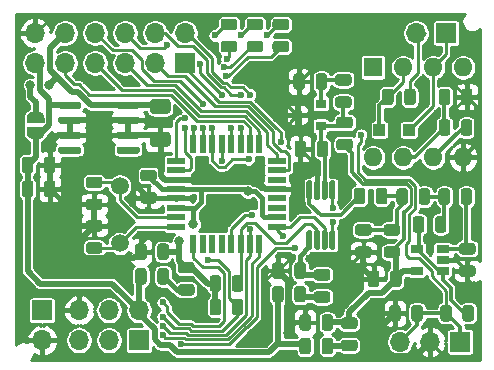
<source format=gbr>
G04 #@! TF.GenerationSoftware,KiCad,Pcbnew,5.1.6*
G04 #@! TF.CreationDate,2020-09-05T15:44:09+02:00*
G04 #@! TF.ProjectId,usynth-jlcpcb,7573796e-7468-42d6-9a6c-637063622e6b,2*
G04 #@! TF.SameCoordinates,Original*
G04 #@! TF.FileFunction,Copper,L1,Top*
G04 #@! TF.FilePolarity,Positive*
%FSLAX46Y46*%
G04 Gerber Fmt 4.6, Leading zero omitted, Abs format (unit mm)*
G04 Created by KiCad (PCBNEW 5.1.6) date 2020-09-05 15:44:09*
%MOMM*%
%LPD*%
G01*
G04 APERTURE LIST*
G04 #@! TA.AperFunction,SMDPad,CuDef*
%ADD10R,0.900000X0.800000*%
G04 #@! TD*
G04 #@! TA.AperFunction,ComponentPad*
%ADD11O,1.700000X1.700000*%
G04 #@! TD*
G04 #@! TA.AperFunction,ComponentPad*
%ADD12R,1.700000X1.700000*%
G04 #@! TD*
G04 #@! TA.AperFunction,SMDPad,CuDef*
%ADD13R,1.000000X1.000000*%
G04 #@! TD*
G04 #@! TA.AperFunction,SMDPad,CuDef*
%ADD14R,0.550000X1.600000*%
G04 #@! TD*
G04 #@! TA.AperFunction,SMDPad,CuDef*
%ADD15R,1.600000X0.550000*%
G04 #@! TD*
G04 #@! TA.AperFunction,ComponentPad*
%ADD16C,1.500000*%
G04 #@! TD*
G04 #@! TA.AperFunction,ComponentPad*
%ADD17O,1.600000X1.600000*%
G04 #@! TD*
G04 #@! TA.AperFunction,ComponentPad*
%ADD18R,1.600000X1.600000*%
G04 #@! TD*
G04 #@! TA.AperFunction,SMDPad,CuDef*
%ADD19C,0.100000*%
G04 #@! TD*
G04 #@! TA.AperFunction,SMDPad,CuDef*
%ADD20R,1.060000X0.650000*%
G04 #@! TD*
G04 #@! TA.AperFunction,ViaPad*
%ADD21C,0.800000*%
G04 #@! TD*
G04 #@! TA.AperFunction,ViaPad*
%ADD22C,0.600000*%
G04 #@! TD*
G04 #@! TA.AperFunction,Conductor*
%ADD23C,0.400000*%
G04 #@! TD*
G04 #@! TA.AperFunction,Conductor*
%ADD24C,0.500000*%
G04 #@! TD*
G04 #@! TA.AperFunction,Conductor*
%ADD25C,0.300000*%
G04 #@! TD*
G04 #@! TA.AperFunction,Conductor*
%ADD26C,0.250000*%
G04 #@! TD*
G04 APERTURE END LIST*
G04 #@! TA.AperFunction,SMDPad,CuDef*
G36*
G01*
X132056250Y-74550000D02*
X131143750Y-74550000D01*
G75*
G02*
X130900000Y-74306250I0J243750D01*
G01*
X130900000Y-73818750D01*
G75*
G02*
X131143750Y-73575000I243750J0D01*
G01*
X132056250Y-73575000D01*
G75*
G02*
X132300000Y-73818750I0J-243750D01*
G01*
X132300000Y-74306250D01*
G75*
G02*
X132056250Y-74550000I-243750J0D01*
G01*
G37*
G04 #@! TD.AperFunction*
G04 #@! TA.AperFunction,SMDPad,CuDef*
G36*
G01*
X132056250Y-76425000D02*
X131143750Y-76425000D01*
G75*
G02*
X130900000Y-76181250I0J243750D01*
G01*
X130900000Y-75693750D01*
G75*
G02*
X131143750Y-75450000I243750J0D01*
G01*
X132056250Y-75450000D01*
G75*
G02*
X132300000Y-75693750I0J-243750D01*
G01*
X132300000Y-76181250D01*
G75*
G02*
X132056250Y-76425000I-243750J0D01*
G01*
G37*
G04 #@! TD.AperFunction*
G04 #@! TA.AperFunction,SMDPad,CuDef*
G36*
G01*
X137750000Y-84743750D02*
X137750000Y-85656250D01*
G75*
G02*
X137506250Y-85900000I-243750J0D01*
G01*
X137018750Y-85900000D01*
G75*
G02*
X136775000Y-85656250I0J243750D01*
G01*
X136775000Y-84743750D01*
G75*
G02*
X137018750Y-84500000I243750J0D01*
G01*
X137506250Y-84500000D01*
G75*
G02*
X137750000Y-84743750I0J-243750D01*
G01*
G37*
G04 #@! TD.AperFunction*
G04 #@! TA.AperFunction,SMDPad,CuDef*
G36*
G01*
X139625000Y-84743750D02*
X139625000Y-85656250D01*
G75*
G02*
X139381250Y-85900000I-243750J0D01*
G01*
X138893750Y-85900000D01*
G75*
G02*
X138650000Y-85656250I0J243750D01*
G01*
X138650000Y-84743750D01*
G75*
G02*
X138893750Y-84500000I243750J0D01*
G01*
X139381250Y-84500000D01*
G75*
G02*
X139625000Y-84743750I0J-243750D01*
G01*
G37*
G04 #@! TD.AperFunction*
D10*
X144200000Y-68918000D03*
X146200000Y-67968000D03*
X146200000Y-69868000D03*
G04 #@! TA.AperFunction,SMDPad,CuDef*
G36*
G01*
X147643750Y-67350000D02*
X148556250Y-67350000D01*
G75*
G02*
X148800000Y-67593750I0J-243750D01*
G01*
X148800000Y-68081250D01*
G75*
G02*
X148556250Y-68325000I-243750J0D01*
G01*
X147643750Y-68325000D01*
G75*
G02*
X147400000Y-68081250I0J243750D01*
G01*
X147400000Y-67593750D01*
G75*
G02*
X147643750Y-67350000I243750J0D01*
G01*
G37*
G04 #@! TD.AperFunction*
G04 #@! TA.AperFunction,SMDPad,CuDef*
G36*
G01*
X147643750Y-65475000D02*
X148556250Y-65475000D01*
G75*
G02*
X148800000Y-65718750I0J-243750D01*
G01*
X148800000Y-66206250D01*
G75*
G02*
X148556250Y-66450000I-243750J0D01*
G01*
X147643750Y-66450000D01*
G75*
G02*
X147400000Y-66206250I0J243750D01*
G01*
X147400000Y-65718750D01*
G75*
G02*
X147643750Y-65475000I243750J0D01*
G01*
G37*
G04 #@! TD.AperFunction*
G04 #@! TA.AperFunction,SMDPad,CuDef*
G36*
G01*
X145750000Y-66556250D02*
X145750000Y-65643750D01*
G75*
G02*
X145993750Y-65400000I243750J0D01*
G01*
X146481250Y-65400000D01*
G75*
G02*
X146725000Y-65643750I0J-243750D01*
G01*
X146725000Y-66556250D01*
G75*
G02*
X146481250Y-66800000I-243750J0D01*
G01*
X145993750Y-66800000D01*
G75*
G02*
X145750000Y-66556250I0J243750D01*
G01*
G37*
G04 #@! TD.AperFunction*
G04 #@! TA.AperFunction,SMDPad,CuDef*
G36*
G01*
X143875000Y-66556250D02*
X143875000Y-65643750D01*
G75*
G02*
X144118750Y-65400000I243750J0D01*
G01*
X144606250Y-65400000D01*
G75*
G02*
X144850000Y-65643750I0J-243750D01*
G01*
X144850000Y-66556250D01*
G75*
G02*
X144606250Y-66800000I-243750J0D01*
G01*
X144118750Y-66800000D01*
G75*
G02*
X143875000Y-66556250I0J243750D01*
G01*
G37*
G04 #@! TD.AperFunction*
G04 #@! TA.AperFunction,SMDPad,CuDef*
G36*
G01*
X147743750Y-70950000D02*
X148656250Y-70950000D01*
G75*
G02*
X148900000Y-71193750I0J-243750D01*
G01*
X148900000Y-71681250D01*
G75*
G02*
X148656250Y-71925000I-243750J0D01*
G01*
X147743750Y-71925000D01*
G75*
G02*
X147500000Y-71681250I0J243750D01*
G01*
X147500000Y-71193750D01*
G75*
G02*
X147743750Y-70950000I243750J0D01*
G01*
G37*
G04 #@! TD.AperFunction*
G04 #@! TA.AperFunction,SMDPad,CuDef*
G36*
G01*
X147743750Y-69075000D02*
X148656250Y-69075000D01*
G75*
G02*
X148900000Y-69318750I0J-243750D01*
G01*
X148900000Y-69806250D01*
G75*
G02*
X148656250Y-70050000I-243750J0D01*
G01*
X147743750Y-70050000D01*
G75*
G02*
X147500000Y-69806250I0J243750D01*
G01*
X147500000Y-69318750D01*
G75*
G02*
X147743750Y-69075000I243750J0D01*
G01*
G37*
G04 #@! TD.AperFunction*
G04 #@! TA.AperFunction,SMDPad,CuDef*
G36*
G01*
X143050000Y-83643750D02*
X143050000Y-84556250D01*
G75*
G02*
X142806250Y-84800000I-243750J0D01*
G01*
X142318750Y-84800000D01*
G75*
G02*
X142075000Y-84556250I0J243750D01*
G01*
X142075000Y-83643750D01*
G75*
G02*
X142318750Y-83400000I243750J0D01*
G01*
X142806250Y-83400000D01*
G75*
G02*
X143050000Y-83643750I0J-243750D01*
G01*
G37*
G04 #@! TD.AperFunction*
G04 #@! TA.AperFunction,SMDPad,CuDef*
G36*
G01*
X144925000Y-83643750D02*
X144925000Y-84556250D01*
G75*
G02*
X144681250Y-84800000I-243750J0D01*
G01*
X144193750Y-84800000D01*
G75*
G02*
X143950000Y-84556250I0J243750D01*
G01*
X143950000Y-83643750D01*
G75*
G02*
X144193750Y-83400000I243750J0D01*
G01*
X144681250Y-83400000D01*
G75*
G02*
X144925000Y-83643750I0J-243750D01*
G01*
G37*
G04 #@! TD.AperFunction*
G04 #@! TA.AperFunction,SMDPad,CuDef*
G36*
G01*
X145350000Y-88043750D02*
X145350000Y-88956250D01*
G75*
G02*
X145106250Y-89200000I-243750J0D01*
G01*
X144618750Y-89200000D01*
G75*
G02*
X144375000Y-88956250I0J243750D01*
G01*
X144375000Y-88043750D01*
G75*
G02*
X144618750Y-87800000I243750J0D01*
G01*
X145106250Y-87800000D01*
G75*
G02*
X145350000Y-88043750I0J-243750D01*
G01*
G37*
G04 #@! TD.AperFunction*
G04 #@! TA.AperFunction,SMDPad,CuDef*
G36*
G01*
X147225000Y-88043750D02*
X147225000Y-88956250D01*
G75*
G02*
X146981250Y-89200000I-243750J0D01*
G01*
X146493750Y-89200000D01*
G75*
G02*
X146250000Y-88956250I0J243750D01*
G01*
X146250000Y-88043750D01*
G75*
G02*
X146493750Y-87800000I243750J0D01*
G01*
X146981250Y-87800000D01*
G75*
G02*
X147225000Y-88043750I0J-243750D01*
G01*
G37*
G04 #@! TD.AperFunction*
G04 #@! TA.AperFunction,SMDPad,CuDef*
G36*
G01*
X131450000Y-82143750D02*
X131450000Y-83056250D01*
G75*
G02*
X131206250Y-83300000I-243750J0D01*
G01*
X130718750Y-83300000D01*
G75*
G02*
X130475000Y-83056250I0J243750D01*
G01*
X130475000Y-82143750D01*
G75*
G02*
X130718750Y-81900000I243750J0D01*
G01*
X131206250Y-81900000D01*
G75*
G02*
X131450000Y-82143750I0J-243750D01*
G01*
G37*
G04 #@! TD.AperFunction*
G04 #@! TA.AperFunction,SMDPad,CuDef*
G36*
G01*
X133325000Y-82143750D02*
X133325000Y-83056250D01*
G75*
G02*
X133081250Y-83300000I-243750J0D01*
G01*
X132593750Y-83300000D01*
G75*
G02*
X132350000Y-83056250I0J243750D01*
G01*
X132350000Y-82143750D01*
G75*
G02*
X132593750Y-81900000I243750J0D01*
G01*
X133081250Y-81900000D01*
G75*
G02*
X133325000Y-82143750I0J-243750D01*
G01*
G37*
G04 #@! TD.AperFunction*
D11*
X122000000Y-62000000D03*
X122000000Y-64540000D03*
X124540000Y-62000000D03*
X124540000Y-64540000D03*
X127080000Y-62000000D03*
X127080000Y-64540000D03*
X129620000Y-62000000D03*
X129620000Y-64540000D03*
X132160000Y-62000000D03*
X132160000Y-64540000D03*
X134700000Y-62000000D03*
D12*
X134700000Y-64540000D03*
G04 #@! TA.AperFunction,SMDPad,CuDef*
G36*
G01*
X145843750Y-83850000D02*
X146756250Y-83850000D01*
G75*
G02*
X147000000Y-84093750I0J-243750D01*
G01*
X147000000Y-84581250D01*
G75*
G02*
X146756250Y-84825000I-243750J0D01*
G01*
X145843750Y-84825000D01*
G75*
G02*
X145600000Y-84581250I0J243750D01*
G01*
X145600000Y-84093750D01*
G75*
G02*
X145843750Y-83850000I243750J0D01*
G01*
G37*
G04 #@! TD.AperFunction*
G04 #@! TA.AperFunction,SMDPad,CuDef*
G36*
G01*
X145843750Y-81975000D02*
X146756250Y-81975000D01*
G75*
G02*
X147000000Y-82218750I0J-243750D01*
G01*
X147000000Y-82706250D01*
G75*
G02*
X146756250Y-82950000I-243750J0D01*
G01*
X145843750Y-82950000D01*
G75*
G02*
X145600000Y-82706250I0J243750D01*
G01*
X145600000Y-82218750D01*
G75*
G02*
X145843750Y-81975000I243750J0D01*
G01*
G37*
G04 #@! TD.AperFunction*
G04 #@! TA.AperFunction,SMDPad,CuDef*
G36*
G01*
X148143750Y-87950000D02*
X149056250Y-87950000D01*
G75*
G02*
X149300000Y-88193750I0J-243750D01*
G01*
X149300000Y-88681250D01*
G75*
G02*
X149056250Y-88925000I-243750J0D01*
G01*
X148143750Y-88925000D01*
G75*
G02*
X147900000Y-88681250I0J243750D01*
G01*
X147900000Y-88193750D01*
G75*
G02*
X148143750Y-87950000I243750J0D01*
G01*
G37*
G04 #@! TD.AperFunction*
G04 #@! TA.AperFunction,SMDPad,CuDef*
G36*
G01*
X148143750Y-86075000D02*
X149056250Y-86075000D01*
G75*
G02*
X149300000Y-86318750I0J-243750D01*
G01*
X149300000Y-86806250D01*
G75*
G02*
X149056250Y-87050000I-243750J0D01*
G01*
X148143750Y-87050000D01*
G75*
G02*
X147900000Y-86806250I0J243750D01*
G01*
X147900000Y-86318750D01*
G75*
G02*
X148143750Y-86075000I243750J0D01*
G01*
G37*
G04 #@! TD.AperFunction*
G04 #@! TA.AperFunction,SMDPad,CuDef*
G36*
G01*
X134343750Y-83250000D02*
X135256250Y-83250000D01*
G75*
G02*
X135500000Y-83493750I0J-243750D01*
G01*
X135500000Y-83981250D01*
G75*
G02*
X135256250Y-84225000I-243750J0D01*
G01*
X134343750Y-84225000D01*
G75*
G02*
X134100000Y-83981250I0J243750D01*
G01*
X134100000Y-83493750D01*
G75*
G02*
X134343750Y-83250000I243750J0D01*
G01*
G37*
G04 #@! TD.AperFunction*
G04 #@! TA.AperFunction,SMDPad,CuDef*
G36*
G01*
X134343750Y-81375000D02*
X135256250Y-81375000D01*
G75*
G02*
X135500000Y-81618750I0J-243750D01*
G01*
X135500000Y-82106250D01*
G75*
G02*
X135256250Y-82350000I-243750J0D01*
G01*
X134343750Y-82350000D01*
G75*
G02*
X134100000Y-82106250I0J243750D01*
G01*
X134100000Y-81618750D01*
G75*
G02*
X134343750Y-81375000I243750J0D01*
G01*
G37*
G04 #@! TD.AperFunction*
G04 #@! TA.AperFunction,SMDPad,CuDef*
G36*
G01*
X143050000Y-81643750D02*
X143050000Y-82556250D01*
G75*
G02*
X142806250Y-82800000I-243750J0D01*
G01*
X142318750Y-82800000D01*
G75*
G02*
X142075000Y-82556250I0J243750D01*
G01*
X142075000Y-81643750D01*
G75*
G02*
X142318750Y-81400000I243750J0D01*
G01*
X142806250Y-81400000D01*
G75*
G02*
X143050000Y-81643750I0J-243750D01*
G01*
G37*
G04 #@! TD.AperFunction*
G04 #@! TA.AperFunction,SMDPad,CuDef*
G36*
G01*
X144925000Y-81643750D02*
X144925000Y-82556250D01*
G75*
G02*
X144681250Y-82800000I-243750J0D01*
G01*
X144193750Y-82800000D01*
G75*
G02*
X143950000Y-82556250I0J243750D01*
G01*
X143950000Y-81643750D01*
G75*
G02*
X144193750Y-81400000I243750J0D01*
G01*
X144681250Y-81400000D01*
G75*
G02*
X144925000Y-81643750I0J-243750D01*
G01*
G37*
G04 #@! TD.AperFunction*
G04 #@! TA.AperFunction,SMDPad,CuDef*
G36*
G01*
X145350000Y-86043750D02*
X145350000Y-86956250D01*
G75*
G02*
X145106250Y-87200000I-243750J0D01*
G01*
X144618750Y-87200000D01*
G75*
G02*
X144375000Y-86956250I0J243750D01*
G01*
X144375000Y-86043750D01*
G75*
G02*
X144618750Y-85800000I243750J0D01*
G01*
X145106250Y-85800000D01*
G75*
G02*
X145350000Y-86043750I0J-243750D01*
G01*
G37*
G04 #@! TD.AperFunction*
G04 #@! TA.AperFunction,SMDPad,CuDef*
G36*
G01*
X147225000Y-86043750D02*
X147225000Y-86956250D01*
G75*
G02*
X146981250Y-87200000I-243750J0D01*
G01*
X146493750Y-87200000D01*
G75*
G02*
X146250000Y-86956250I0J243750D01*
G01*
X146250000Y-86043750D01*
G75*
G02*
X146493750Y-85800000I243750J0D01*
G01*
X146981250Y-85800000D01*
G75*
G02*
X147225000Y-86043750I0J-243750D01*
G01*
G37*
G04 #@! TD.AperFunction*
G04 #@! TA.AperFunction,SMDPad,CuDef*
G36*
G01*
X131450000Y-80043750D02*
X131450000Y-80956250D01*
G75*
G02*
X131206250Y-81200000I-243750J0D01*
G01*
X130718750Y-81200000D01*
G75*
G02*
X130475000Y-80956250I0J243750D01*
G01*
X130475000Y-80043750D01*
G75*
G02*
X130718750Y-79800000I243750J0D01*
G01*
X131206250Y-79800000D01*
G75*
G02*
X131450000Y-80043750I0J-243750D01*
G01*
G37*
G04 #@! TD.AperFunction*
G04 #@! TA.AperFunction,SMDPad,CuDef*
G36*
G01*
X133325000Y-80043750D02*
X133325000Y-80956250D01*
G75*
G02*
X133081250Y-81200000I-243750J0D01*
G01*
X132593750Y-81200000D01*
G75*
G02*
X132350000Y-80956250I0J243750D01*
G01*
X132350000Y-80043750D01*
G75*
G02*
X132593750Y-79800000I243750J0D01*
G01*
X133081250Y-79800000D01*
G75*
G02*
X133325000Y-80043750I0J-243750D01*
G01*
G37*
G04 #@! TD.AperFunction*
G04 #@! TA.AperFunction,SMDPad,CuDef*
G36*
G01*
X133225000Y-68825000D02*
X131975000Y-68825000D01*
G75*
G02*
X131725000Y-68575000I0J250000D01*
G01*
X131725000Y-67825000D01*
G75*
G02*
X131975000Y-67575000I250000J0D01*
G01*
X133225000Y-67575000D01*
G75*
G02*
X133475000Y-67825000I0J-250000D01*
G01*
X133475000Y-68575000D01*
G75*
G02*
X133225000Y-68825000I-250000J0D01*
G01*
G37*
G04 #@! TD.AperFunction*
G04 #@! TA.AperFunction,SMDPad,CuDef*
G36*
G01*
X133225000Y-71625000D02*
X131975000Y-71625000D01*
G75*
G02*
X131725000Y-71375000I0J250000D01*
G01*
X131725000Y-70625000D01*
G75*
G02*
X131975000Y-70375000I250000J0D01*
G01*
X133225000Y-70375000D01*
G75*
G02*
X133475000Y-70625000I0J-250000D01*
G01*
X133475000Y-71375000D01*
G75*
G02*
X133225000Y-71625000I-250000J0D01*
G01*
G37*
G04 #@! TD.AperFunction*
G04 #@! TA.AperFunction,SMDPad,CuDef*
G36*
G01*
X145850000Y-72256250D02*
X145850000Y-71343750D01*
G75*
G02*
X146093750Y-71100000I243750J0D01*
G01*
X146581250Y-71100000D01*
G75*
G02*
X146825000Y-71343750I0J-243750D01*
G01*
X146825000Y-72256250D01*
G75*
G02*
X146581250Y-72500000I-243750J0D01*
G01*
X146093750Y-72500000D01*
G75*
G02*
X145850000Y-72256250I0J243750D01*
G01*
G37*
G04 #@! TD.AperFunction*
G04 #@! TA.AperFunction,SMDPad,CuDef*
G36*
G01*
X143975000Y-72256250D02*
X143975000Y-71343750D01*
G75*
G02*
X144218750Y-71100000I243750J0D01*
G01*
X144706250Y-71100000D01*
G75*
G02*
X144950000Y-71343750I0J-243750D01*
G01*
X144950000Y-72256250D01*
G75*
G02*
X144706250Y-72500000I-243750J0D01*
G01*
X144218750Y-72500000D01*
G75*
G02*
X143975000Y-72256250I0J243750D01*
G01*
G37*
G04 #@! TD.AperFunction*
G04 #@! TA.AperFunction,SMDPad,CuDef*
G36*
G01*
X151743750Y-80050000D02*
X152656250Y-80050000D01*
G75*
G02*
X152900000Y-80293750I0J-243750D01*
G01*
X152900000Y-80781250D01*
G75*
G02*
X152656250Y-81025000I-243750J0D01*
G01*
X151743750Y-81025000D01*
G75*
G02*
X151500000Y-80781250I0J243750D01*
G01*
X151500000Y-80293750D01*
G75*
G02*
X151743750Y-80050000I243750J0D01*
G01*
G37*
G04 #@! TD.AperFunction*
G04 #@! TA.AperFunction,SMDPad,CuDef*
G36*
G01*
X151743750Y-78175000D02*
X152656250Y-78175000D01*
G75*
G02*
X152900000Y-78418750I0J-243750D01*
G01*
X152900000Y-78906250D01*
G75*
G02*
X152656250Y-79150000I-243750J0D01*
G01*
X151743750Y-79150000D01*
G75*
G02*
X151500000Y-78906250I0J243750D01*
G01*
X151500000Y-78418750D01*
G75*
G02*
X151743750Y-78175000I243750J0D01*
G01*
G37*
G04 #@! TD.AperFunction*
G04 #@! TA.AperFunction,SMDPad,CuDef*
G36*
G01*
X153250000Y-67856250D02*
X153250000Y-66943750D01*
G75*
G02*
X153493750Y-66700000I243750J0D01*
G01*
X153981250Y-66700000D01*
G75*
G02*
X154225000Y-66943750I0J-243750D01*
G01*
X154225000Y-67856250D01*
G75*
G02*
X153981250Y-68100000I-243750J0D01*
G01*
X153493750Y-68100000D01*
G75*
G02*
X153250000Y-67856250I0J243750D01*
G01*
G37*
G04 #@! TD.AperFunction*
G04 #@! TA.AperFunction,SMDPad,CuDef*
G36*
G01*
X151375000Y-67856250D02*
X151375000Y-66943750D01*
G75*
G02*
X151618750Y-66700000I243750J0D01*
G01*
X152106250Y-66700000D01*
G75*
G02*
X152350000Y-66943750I0J-243750D01*
G01*
X152350000Y-67856250D01*
G75*
G02*
X152106250Y-68100000I-243750J0D01*
G01*
X151618750Y-68100000D01*
G75*
G02*
X151375000Y-67856250I0J243750D01*
G01*
G37*
G04 #@! TD.AperFunction*
G04 #@! TA.AperFunction,SMDPad,CuDef*
G36*
G01*
X145350000Y-76100000D02*
X145100000Y-76100000D01*
G75*
G02*
X144975000Y-75975000I0J125000D01*
G01*
X144975000Y-74600000D01*
G75*
G02*
X145100000Y-74475000I125000J0D01*
G01*
X145350000Y-74475000D01*
G75*
G02*
X145475000Y-74600000I0J-125000D01*
G01*
X145475000Y-75975000D01*
G75*
G02*
X145350000Y-76100000I-125000J0D01*
G01*
G37*
G04 #@! TD.AperFunction*
G04 #@! TA.AperFunction,SMDPad,CuDef*
G36*
G01*
X146000000Y-76100000D02*
X145750000Y-76100000D01*
G75*
G02*
X145625000Y-75975000I0J125000D01*
G01*
X145625000Y-74600000D01*
G75*
G02*
X145750000Y-74475000I125000J0D01*
G01*
X146000000Y-74475000D01*
G75*
G02*
X146125000Y-74600000I0J-125000D01*
G01*
X146125000Y-75975000D01*
G75*
G02*
X146000000Y-76100000I-125000J0D01*
G01*
G37*
G04 #@! TD.AperFunction*
G04 #@! TA.AperFunction,SMDPad,CuDef*
G36*
G01*
X146650000Y-76100000D02*
X146400000Y-76100000D01*
G75*
G02*
X146275000Y-75975000I0J125000D01*
G01*
X146275000Y-74600000D01*
G75*
G02*
X146400000Y-74475000I125000J0D01*
G01*
X146650000Y-74475000D01*
G75*
G02*
X146775000Y-74600000I0J-125000D01*
G01*
X146775000Y-75975000D01*
G75*
G02*
X146650000Y-76100000I-125000J0D01*
G01*
G37*
G04 #@! TD.AperFunction*
G04 #@! TA.AperFunction,SMDPad,CuDef*
G36*
G01*
X147300000Y-76100000D02*
X147050000Y-76100000D01*
G75*
G02*
X146925000Y-75975000I0J125000D01*
G01*
X146925000Y-74600000D01*
G75*
G02*
X147050000Y-74475000I125000J0D01*
G01*
X147300000Y-74475000D01*
G75*
G02*
X147425000Y-74600000I0J-125000D01*
G01*
X147425000Y-75975000D01*
G75*
G02*
X147300000Y-76100000I-125000J0D01*
G01*
G37*
G04 #@! TD.AperFunction*
G04 #@! TA.AperFunction,SMDPad,CuDef*
G36*
G01*
X147300000Y-80325000D02*
X147050000Y-80325000D01*
G75*
G02*
X146925000Y-80200000I0J125000D01*
G01*
X146925000Y-78825000D01*
G75*
G02*
X147050000Y-78700000I125000J0D01*
G01*
X147300000Y-78700000D01*
G75*
G02*
X147425000Y-78825000I0J-125000D01*
G01*
X147425000Y-80200000D01*
G75*
G02*
X147300000Y-80325000I-125000J0D01*
G01*
G37*
G04 #@! TD.AperFunction*
G04 #@! TA.AperFunction,SMDPad,CuDef*
G36*
G01*
X146650000Y-80325000D02*
X146400000Y-80325000D01*
G75*
G02*
X146275000Y-80200000I0J125000D01*
G01*
X146275000Y-78825000D01*
G75*
G02*
X146400000Y-78700000I125000J0D01*
G01*
X146650000Y-78700000D01*
G75*
G02*
X146775000Y-78825000I0J-125000D01*
G01*
X146775000Y-80200000D01*
G75*
G02*
X146650000Y-80325000I-125000J0D01*
G01*
G37*
G04 #@! TD.AperFunction*
G04 #@! TA.AperFunction,SMDPad,CuDef*
G36*
G01*
X146000000Y-80325000D02*
X145750000Y-80325000D01*
G75*
G02*
X145625000Y-80200000I0J125000D01*
G01*
X145625000Y-78825000D01*
G75*
G02*
X145750000Y-78700000I125000J0D01*
G01*
X146000000Y-78700000D01*
G75*
G02*
X146125000Y-78825000I0J-125000D01*
G01*
X146125000Y-80200000D01*
G75*
G02*
X146000000Y-80325000I-125000J0D01*
G01*
G37*
G04 #@! TD.AperFunction*
G04 #@! TA.AperFunction,SMDPad,CuDef*
G36*
G01*
X145350000Y-80325000D02*
X145100000Y-80325000D01*
G75*
G02*
X144975000Y-80200000I0J125000D01*
G01*
X144975000Y-78825000D01*
G75*
G02*
X145100000Y-78700000I125000J0D01*
G01*
X145350000Y-78700000D01*
G75*
G02*
X145475000Y-78825000I0J-125000D01*
G01*
X145475000Y-80200000D01*
G75*
G02*
X145350000Y-80325000I-125000J0D01*
G01*
G37*
G04 #@! TD.AperFunction*
D13*
X153650000Y-70200000D03*
X151150000Y-70200000D03*
D14*
X135400000Y-71350000D03*
X136200000Y-71350000D03*
X137000000Y-71350000D03*
X137800000Y-71350000D03*
X138600000Y-71350000D03*
X139400000Y-71350000D03*
X140200000Y-71350000D03*
X141000000Y-71350000D03*
D15*
X142450000Y-72800000D03*
X142450000Y-73600000D03*
X142450000Y-74400000D03*
X142450000Y-75200000D03*
X142450000Y-76000000D03*
X142450000Y-76800000D03*
X142450000Y-77600000D03*
X142450000Y-78400000D03*
D14*
X141000000Y-79850000D03*
X140200000Y-79850000D03*
X139400000Y-79850000D03*
X138600000Y-79850000D03*
X137800000Y-79850000D03*
X137000000Y-79850000D03*
X136200000Y-79850000D03*
X135400000Y-79850000D03*
D15*
X133950000Y-78400000D03*
X133950000Y-77600000D03*
X133950000Y-76800000D03*
X133950000Y-76000000D03*
X133950000Y-75200000D03*
X133950000Y-74400000D03*
X133950000Y-73600000D03*
X133950000Y-72800000D03*
D16*
X129159000Y-79810000D03*
X129159000Y-74930000D03*
D17*
X150622000Y-72517000D03*
X158242000Y-64897000D03*
X153162000Y-72517000D03*
X155702000Y-64897000D03*
X155702000Y-72517000D03*
X153162000Y-64897000D03*
X158242000Y-72517000D03*
D18*
X150622000Y-64897000D03*
G04 #@! TA.AperFunction,SMDPad,CuDef*
G36*
G01*
X150850000Y-76256250D02*
X150850000Y-75343750D01*
G75*
G02*
X151093750Y-75100000I243750J0D01*
G01*
X151581250Y-75100000D01*
G75*
G02*
X151825000Y-75343750I0J-243750D01*
G01*
X151825000Y-76256250D01*
G75*
G02*
X151581250Y-76500000I-243750J0D01*
G01*
X151093750Y-76500000D01*
G75*
G02*
X150850000Y-76256250I0J243750D01*
G01*
G37*
G04 #@! TD.AperFunction*
G04 #@! TA.AperFunction,SMDPad,CuDef*
G36*
G01*
X148975000Y-76256250D02*
X148975000Y-75343750D01*
G75*
G02*
X149218750Y-75100000I243750J0D01*
G01*
X149706250Y-75100000D01*
G75*
G02*
X149950000Y-75343750I0J-243750D01*
G01*
X149950000Y-76256250D01*
G75*
G02*
X149706250Y-76500000I-243750J0D01*
G01*
X149218750Y-76500000D01*
G75*
G02*
X148975000Y-76256250I0J243750D01*
G01*
G37*
G04 #@! TD.AperFunction*
G04 #@! TA.AperFunction,SMDPad,CuDef*
G36*
G01*
X149343750Y-80050000D02*
X150256250Y-80050000D01*
G75*
G02*
X150500000Y-80293750I0J-243750D01*
G01*
X150500000Y-80781250D01*
G75*
G02*
X150256250Y-81025000I-243750J0D01*
G01*
X149343750Y-81025000D01*
G75*
G02*
X149100000Y-80781250I0J243750D01*
G01*
X149100000Y-80293750D01*
G75*
G02*
X149343750Y-80050000I243750J0D01*
G01*
G37*
G04 #@! TD.AperFunction*
G04 #@! TA.AperFunction,SMDPad,CuDef*
G36*
G01*
X149343750Y-78175000D02*
X150256250Y-78175000D01*
G75*
G02*
X150500000Y-78418750I0J-243750D01*
G01*
X150500000Y-78906250D01*
G75*
G02*
X150256250Y-79150000I-243750J0D01*
G01*
X149343750Y-79150000D01*
G75*
G02*
X149100000Y-78906250I0J243750D01*
G01*
X149100000Y-78418750D01*
G75*
G02*
X149343750Y-78175000I243750J0D01*
G01*
G37*
G04 #@! TD.AperFunction*
D11*
X154260000Y-62000000D03*
D12*
X156800000Y-62000000D03*
G04 #@! TA.AperFunction,SMDPad,CuDef*
G36*
G01*
X157122000Y-75381750D02*
X157122000Y-76294250D01*
G75*
G02*
X156878250Y-76538000I-243750J0D01*
G01*
X156390750Y-76538000D01*
G75*
G02*
X156147000Y-76294250I0J243750D01*
G01*
X156147000Y-75381750D01*
G75*
G02*
X156390750Y-75138000I243750J0D01*
G01*
X156878250Y-75138000D01*
G75*
G02*
X157122000Y-75381750I0J-243750D01*
G01*
G37*
G04 #@! TD.AperFunction*
G04 #@! TA.AperFunction,SMDPad,CuDef*
G36*
G01*
X158997000Y-75381750D02*
X158997000Y-76294250D01*
G75*
G02*
X158753250Y-76538000I-243750J0D01*
G01*
X158265750Y-76538000D01*
G75*
G02*
X158022000Y-76294250I0J243750D01*
G01*
X158022000Y-75381750D01*
G75*
G02*
X158265750Y-75138000I243750J0D01*
G01*
X158753250Y-75138000D01*
G75*
G02*
X158997000Y-75381750I0J-243750D01*
G01*
G37*
G04 #@! TD.AperFunction*
G04 #@! TA.AperFunction,SMDPad,CuDef*
G36*
G01*
X154466000Y-76294250D02*
X154466000Y-75381750D01*
G75*
G02*
X154709750Y-75138000I243750J0D01*
G01*
X155197250Y-75138000D01*
G75*
G02*
X155441000Y-75381750I0J-243750D01*
G01*
X155441000Y-76294250D01*
G75*
G02*
X155197250Y-76538000I-243750J0D01*
G01*
X154709750Y-76538000D01*
G75*
G02*
X154466000Y-76294250I0J243750D01*
G01*
G37*
G04 #@! TD.AperFunction*
G04 #@! TA.AperFunction,SMDPad,CuDef*
G36*
G01*
X152591000Y-76294250D02*
X152591000Y-75381750D01*
G75*
G02*
X152834750Y-75138000I243750J0D01*
G01*
X153322250Y-75138000D01*
G75*
G02*
X153566000Y-75381750I0J-243750D01*
G01*
X153566000Y-76294250D01*
G75*
G02*
X153322250Y-76538000I-243750J0D01*
G01*
X152834750Y-76538000D01*
G75*
G02*
X152591000Y-76294250I0J243750D01*
G01*
G37*
G04 #@! TD.AperFunction*
G04 #@! TA.AperFunction,SMDPad,CuDef*
D19*
G36*
X122796398Y-70450000D02*
G01*
X122796398Y-70474534D01*
X122791588Y-70523365D01*
X122782016Y-70571490D01*
X122767772Y-70618445D01*
X122748995Y-70663778D01*
X122725864Y-70707051D01*
X122698604Y-70747850D01*
X122667476Y-70785779D01*
X122632779Y-70820476D01*
X122594850Y-70851604D01*
X122554051Y-70878864D01*
X122510778Y-70901995D01*
X122465445Y-70920772D01*
X122418490Y-70935016D01*
X122370365Y-70944588D01*
X122321534Y-70949398D01*
X122297000Y-70949398D01*
X122297000Y-70950000D01*
X121797000Y-70950000D01*
X121797000Y-70949398D01*
X121772466Y-70949398D01*
X121723635Y-70944588D01*
X121675510Y-70935016D01*
X121628555Y-70920772D01*
X121583222Y-70901995D01*
X121539949Y-70878864D01*
X121499150Y-70851604D01*
X121461221Y-70820476D01*
X121426524Y-70785779D01*
X121395396Y-70747850D01*
X121368136Y-70707051D01*
X121345005Y-70663778D01*
X121326228Y-70618445D01*
X121311984Y-70571490D01*
X121302412Y-70523365D01*
X121297602Y-70474534D01*
X121297602Y-70450000D01*
X121297000Y-70450000D01*
X121297000Y-69950000D01*
X122797000Y-69950000D01*
X122797000Y-70450000D01*
X122796398Y-70450000D01*
G37*
G04 #@! TD.AperFunction*
G04 #@! TA.AperFunction,SMDPad,CuDef*
G36*
X121297000Y-69650000D02*
G01*
X121297000Y-69150000D01*
X121297602Y-69150000D01*
X121297602Y-69125466D01*
X121302412Y-69076635D01*
X121311984Y-69028510D01*
X121326228Y-68981555D01*
X121345005Y-68936222D01*
X121368136Y-68892949D01*
X121395396Y-68852150D01*
X121426524Y-68814221D01*
X121461221Y-68779524D01*
X121499150Y-68748396D01*
X121539949Y-68721136D01*
X121583222Y-68698005D01*
X121628555Y-68679228D01*
X121675510Y-68664984D01*
X121723635Y-68655412D01*
X121772466Y-68650602D01*
X121797000Y-68650602D01*
X121797000Y-68650000D01*
X122297000Y-68650000D01*
X122297000Y-68650602D01*
X122321534Y-68650602D01*
X122370365Y-68655412D01*
X122418490Y-68664984D01*
X122465445Y-68679228D01*
X122510778Y-68698005D01*
X122554051Y-68721136D01*
X122594850Y-68748396D01*
X122632779Y-68779524D01*
X122667476Y-68814221D01*
X122698604Y-68852150D01*
X122725864Y-68892949D01*
X122748995Y-68936222D01*
X122767772Y-68981555D01*
X122782016Y-69028510D01*
X122791588Y-69076635D01*
X122796398Y-69125466D01*
X122796398Y-69150000D01*
X122797000Y-69150000D01*
X122797000Y-69650000D01*
X121297000Y-69650000D01*
G37*
G04 #@! TD.AperFunction*
G04 #@! TA.AperFunction,SMDPad,CuDef*
G36*
G01*
X158184000Y-86181250D02*
X158184000Y-85268750D01*
G75*
G02*
X158427750Y-85025000I243750J0D01*
G01*
X158915250Y-85025000D01*
G75*
G02*
X159159000Y-85268750I0J-243750D01*
G01*
X159159000Y-86181250D01*
G75*
G02*
X158915250Y-86425000I-243750J0D01*
G01*
X158427750Y-86425000D01*
G75*
G02*
X158184000Y-86181250I0J243750D01*
G01*
G37*
G04 #@! TD.AperFunction*
G04 #@! TA.AperFunction,SMDPad,CuDef*
G36*
G01*
X156309000Y-86181250D02*
X156309000Y-85268750D01*
G75*
G02*
X156552750Y-85025000I243750J0D01*
G01*
X157040250Y-85025000D01*
G75*
G02*
X157284000Y-85268750I0J-243750D01*
G01*
X157284000Y-86181250D01*
G75*
G02*
X157040250Y-86425000I-243750J0D01*
G01*
X156552750Y-86425000D01*
G75*
G02*
X156309000Y-86181250I0J243750D01*
G01*
G37*
G04 #@! TD.AperFunction*
G04 #@! TA.AperFunction,SMDPad,CuDef*
G36*
G01*
X152050000Y-83256250D02*
X152050000Y-82343750D01*
G75*
G02*
X152293750Y-82100000I243750J0D01*
G01*
X152781250Y-82100000D01*
G75*
G02*
X153025000Y-82343750I0J-243750D01*
G01*
X153025000Y-83256250D01*
G75*
G02*
X152781250Y-83500000I-243750J0D01*
G01*
X152293750Y-83500000D01*
G75*
G02*
X152050000Y-83256250I0J243750D01*
G01*
G37*
G04 #@! TD.AperFunction*
G04 #@! TA.AperFunction,SMDPad,CuDef*
G36*
G01*
X150175000Y-83256250D02*
X150175000Y-82343750D01*
G75*
G02*
X150418750Y-82100000I243750J0D01*
G01*
X150906250Y-82100000D01*
G75*
G02*
X151150000Y-82343750I0J-243750D01*
G01*
X151150000Y-83256250D01*
G75*
G02*
X150906250Y-83500000I-243750J0D01*
G01*
X150418750Y-83500000D01*
G75*
G02*
X150175000Y-83256250I0J243750D01*
G01*
G37*
G04 #@! TD.AperFunction*
G04 #@! TA.AperFunction,SMDPad,CuDef*
G36*
G01*
X154950000Y-77743750D02*
X154950000Y-78656250D01*
G75*
G02*
X154706250Y-78900000I-243750J0D01*
G01*
X154218750Y-78900000D01*
G75*
G02*
X153975000Y-78656250I0J243750D01*
G01*
X153975000Y-77743750D01*
G75*
G02*
X154218750Y-77500000I243750J0D01*
G01*
X154706250Y-77500000D01*
G75*
G02*
X154950000Y-77743750I0J-243750D01*
G01*
G37*
G04 #@! TD.AperFunction*
G04 #@! TA.AperFunction,SMDPad,CuDef*
G36*
G01*
X156825000Y-77743750D02*
X156825000Y-78656250D01*
G75*
G02*
X156581250Y-78900000I-243750J0D01*
G01*
X156093750Y-78900000D01*
G75*
G02*
X155850000Y-78656250I0J243750D01*
G01*
X155850000Y-77743750D01*
G75*
G02*
X156093750Y-77500000I243750J0D01*
G01*
X156581250Y-77500000D01*
G75*
G02*
X156825000Y-77743750I0J-243750D01*
G01*
G37*
G04 #@! TD.AperFunction*
G04 #@! TA.AperFunction,SMDPad,CuDef*
G36*
G01*
X158143750Y-81650000D02*
X159056250Y-81650000D01*
G75*
G02*
X159300000Y-81893750I0J-243750D01*
G01*
X159300000Y-82381250D01*
G75*
G02*
X159056250Y-82625000I-243750J0D01*
G01*
X158143750Y-82625000D01*
G75*
G02*
X157900000Y-82381250I0J243750D01*
G01*
X157900000Y-81893750D01*
G75*
G02*
X158143750Y-81650000I243750J0D01*
G01*
G37*
G04 #@! TD.AperFunction*
G04 #@! TA.AperFunction,SMDPad,CuDef*
G36*
G01*
X158143750Y-79775000D02*
X159056250Y-79775000D01*
G75*
G02*
X159300000Y-80018750I0J-243750D01*
G01*
X159300000Y-80506250D01*
G75*
G02*
X159056250Y-80750000I-243750J0D01*
G01*
X158143750Y-80750000D01*
G75*
G02*
X157900000Y-80506250I0J243750D01*
G01*
X157900000Y-80018750D01*
G75*
G02*
X158143750Y-79775000I243750J0D01*
G01*
G37*
G04 #@! TD.AperFunction*
G04 #@! TA.AperFunction,SMDPad,CuDef*
G36*
G01*
X122751000Y-73608250D02*
X122751000Y-72695750D01*
G75*
G02*
X122994750Y-72452000I243750J0D01*
G01*
X123482250Y-72452000D01*
G75*
G02*
X123726000Y-72695750I0J-243750D01*
G01*
X123726000Y-73608250D01*
G75*
G02*
X123482250Y-73852000I-243750J0D01*
G01*
X122994750Y-73852000D01*
G75*
G02*
X122751000Y-73608250I0J243750D01*
G01*
G37*
G04 #@! TD.AperFunction*
G04 #@! TA.AperFunction,SMDPad,CuDef*
G36*
G01*
X120876000Y-73608250D02*
X120876000Y-72695750D01*
G75*
G02*
X121119750Y-72452000I243750J0D01*
G01*
X121607250Y-72452000D01*
G75*
G02*
X121851000Y-72695750I0J-243750D01*
G01*
X121851000Y-73608250D01*
G75*
G02*
X121607250Y-73852000I-243750J0D01*
G01*
X121119750Y-73852000D01*
G75*
G02*
X120876000Y-73608250I0J243750D01*
G01*
G37*
G04 #@! TD.AperFunction*
D20*
X154300000Y-82150000D03*
X154300000Y-80250000D03*
X156500000Y-80250000D03*
X156500000Y-81200000D03*
X156500000Y-82150000D03*
G04 #@! TA.AperFunction,SMDPad,CuDef*
G36*
G01*
X128900000Y-68245000D02*
X128900000Y-67945000D01*
G75*
G02*
X129050000Y-67795000I150000J0D01*
G01*
X130700000Y-67795000D01*
G75*
G02*
X130850000Y-67945000I0J-150000D01*
G01*
X130850000Y-68245000D01*
G75*
G02*
X130700000Y-68395000I-150000J0D01*
G01*
X129050000Y-68395000D01*
G75*
G02*
X128900000Y-68245000I0J150000D01*
G01*
G37*
G04 #@! TD.AperFunction*
G04 #@! TA.AperFunction,SMDPad,CuDef*
G36*
G01*
X128900000Y-69515000D02*
X128900000Y-69215000D01*
G75*
G02*
X129050000Y-69065000I150000J0D01*
G01*
X130700000Y-69065000D01*
G75*
G02*
X130850000Y-69215000I0J-150000D01*
G01*
X130850000Y-69515000D01*
G75*
G02*
X130700000Y-69665000I-150000J0D01*
G01*
X129050000Y-69665000D01*
G75*
G02*
X128900000Y-69515000I0J150000D01*
G01*
G37*
G04 #@! TD.AperFunction*
G04 #@! TA.AperFunction,SMDPad,CuDef*
G36*
G01*
X128900000Y-70785000D02*
X128900000Y-70485000D01*
G75*
G02*
X129050000Y-70335000I150000J0D01*
G01*
X130700000Y-70335000D01*
G75*
G02*
X130850000Y-70485000I0J-150000D01*
G01*
X130850000Y-70785000D01*
G75*
G02*
X130700000Y-70935000I-150000J0D01*
G01*
X129050000Y-70935000D01*
G75*
G02*
X128900000Y-70785000I0J150000D01*
G01*
G37*
G04 #@! TD.AperFunction*
G04 #@! TA.AperFunction,SMDPad,CuDef*
G36*
G01*
X128900000Y-72055000D02*
X128900000Y-71755000D01*
G75*
G02*
X129050000Y-71605000I150000J0D01*
G01*
X130700000Y-71605000D01*
G75*
G02*
X130850000Y-71755000I0J-150000D01*
G01*
X130850000Y-72055000D01*
G75*
G02*
X130700000Y-72205000I-150000J0D01*
G01*
X129050000Y-72205000D01*
G75*
G02*
X128900000Y-72055000I0J150000D01*
G01*
G37*
G04 #@! TD.AperFunction*
G04 #@! TA.AperFunction,SMDPad,CuDef*
G36*
G01*
X123950000Y-72055000D02*
X123950000Y-71755000D01*
G75*
G02*
X124100000Y-71605000I150000J0D01*
G01*
X125750000Y-71605000D01*
G75*
G02*
X125900000Y-71755000I0J-150000D01*
G01*
X125900000Y-72055000D01*
G75*
G02*
X125750000Y-72205000I-150000J0D01*
G01*
X124100000Y-72205000D01*
G75*
G02*
X123950000Y-72055000I0J150000D01*
G01*
G37*
G04 #@! TD.AperFunction*
G04 #@! TA.AperFunction,SMDPad,CuDef*
G36*
G01*
X123950000Y-70785000D02*
X123950000Y-70485000D01*
G75*
G02*
X124100000Y-70335000I150000J0D01*
G01*
X125750000Y-70335000D01*
G75*
G02*
X125900000Y-70485000I0J-150000D01*
G01*
X125900000Y-70785000D01*
G75*
G02*
X125750000Y-70935000I-150000J0D01*
G01*
X124100000Y-70935000D01*
G75*
G02*
X123950000Y-70785000I0J150000D01*
G01*
G37*
G04 #@! TD.AperFunction*
G04 #@! TA.AperFunction,SMDPad,CuDef*
G36*
G01*
X123950000Y-69515000D02*
X123950000Y-69215000D01*
G75*
G02*
X124100000Y-69065000I150000J0D01*
G01*
X125750000Y-69065000D01*
G75*
G02*
X125900000Y-69215000I0J-150000D01*
G01*
X125900000Y-69515000D01*
G75*
G02*
X125750000Y-69665000I-150000J0D01*
G01*
X124100000Y-69665000D01*
G75*
G02*
X123950000Y-69515000I0J150000D01*
G01*
G37*
G04 #@! TD.AperFunction*
G04 #@! TA.AperFunction,SMDPad,CuDef*
G36*
G01*
X123950000Y-68245000D02*
X123950000Y-67945000D01*
G75*
G02*
X124100000Y-67795000I150000J0D01*
G01*
X125750000Y-67795000D01*
G75*
G02*
X125900000Y-67945000I0J-150000D01*
G01*
X125900000Y-68245000D01*
G75*
G02*
X125750000Y-68395000I-150000J0D01*
G01*
X124100000Y-68395000D01*
G75*
G02*
X123950000Y-68245000I0J150000D01*
G01*
G37*
G04 #@! TD.AperFunction*
D11*
X152908000Y-88138000D03*
X155448000Y-88138000D03*
D12*
X157988000Y-88138000D03*
D11*
X125720000Y-85471000D03*
X125720000Y-88011000D03*
X128260000Y-85471000D03*
X128260000Y-88011000D03*
X130800000Y-85471000D03*
D12*
X130800000Y-88011000D03*
G04 #@! TA.AperFunction,SMDPad,CuDef*
G36*
G01*
X152950000Y-85268750D02*
X152950000Y-86181250D01*
G75*
G02*
X152706250Y-86425000I-243750J0D01*
G01*
X152218750Y-86425000D01*
G75*
G02*
X151975000Y-86181250I0J243750D01*
G01*
X151975000Y-85268750D01*
G75*
G02*
X152218750Y-85025000I243750J0D01*
G01*
X152706250Y-85025000D01*
G75*
G02*
X152950000Y-85268750I0J-243750D01*
G01*
G37*
G04 #@! TD.AperFunction*
G04 #@! TA.AperFunction,SMDPad,CuDef*
G36*
G01*
X154825000Y-85268750D02*
X154825000Y-86181250D01*
G75*
G02*
X154581250Y-86425000I-243750J0D01*
G01*
X154093750Y-86425000D01*
G75*
G02*
X153850000Y-86181250I0J243750D01*
G01*
X153850000Y-85268750D01*
G75*
G02*
X154093750Y-85025000I243750J0D01*
G01*
X154581250Y-85025000D01*
G75*
G02*
X154825000Y-85268750I0J-243750D01*
G01*
G37*
G04 #@! TD.AperFunction*
G04 #@! TA.AperFunction,SMDPad,CuDef*
G36*
G01*
X137943750Y-62650000D02*
X138856250Y-62650000D01*
G75*
G02*
X139100000Y-62893750I0J-243750D01*
G01*
X139100000Y-63381250D01*
G75*
G02*
X138856250Y-63625000I-243750J0D01*
G01*
X137943750Y-63625000D01*
G75*
G02*
X137700000Y-63381250I0J243750D01*
G01*
X137700000Y-62893750D01*
G75*
G02*
X137943750Y-62650000I243750J0D01*
G01*
G37*
G04 #@! TD.AperFunction*
G04 #@! TA.AperFunction,SMDPad,CuDef*
G36*
G01*
X137943750Y-60775000D02*
X138856250Y-60775000D01*
G75*
G02*
X139100000Y-61018750I0J-243750D01*
G01*
X139100000Y-61506250D01*
G75*
G02*
X138856250Y-61750000I-243750J0D01*
G01*
X137943750Y-61750000D01*
G75*
G02*
X137700000Y-61506250I0J243750D01*
G01*
X137700000Y-61018750D01*
G75*
G02*
X137943750Y-60775000I243750J0D01*
G01*
G37*
G04 #@! TD.AperFunction*
G04 #@! TA.AperFunction,SMDPad,CuDef*
G36*
G01*
X140143750Y-62650000D02*
X141056250Y-62650000D01*
G75*
G02*
X141300000Y-62893750I0J-243750D01*
G01*
X141300000Y-63381250D01*
G75*
G02*
X141056250Y-63625000I-243750J0D01*
G01*
X140143750Y-63625000D01*
G75*
G02*
X139900000Y-63381250I0J243750D01*
G01*
X139900000Y-62893750D01*
G75*
G02*
X140143750Y-62650000I243750J0D01*
G01*
G37*
G04 #@! TD.AperFunction*
G04 #@! TA.AperFunction,SMDPad,CuDef*
G36*
G01*
X140143750Y-60775000D02*
X141056250Y-60775000D01*
G75*
G02*
X141300000Y-61018750I0J-243750D01*
G01*
X141300000Y-61506250D01*
G75*
G02*
X141056250Y-61750000I-243750J0D01*
G01*
X140143750Y-61750000D01*
G75*
G02*
X139900000Y-61506250I0J243750D01*
G01*
X139900000Y-61018750D01*
G75*
G02*
X140143750Y-60775000I243750J0D01*
G01*
G37*
G04 #@! TD.AperFunction*
G04 #@! TA.AperFunction,SMDPad,CuDef*
G36*
G01*
X142343750Y-62650000D02*
X143256250Y-62650000D01*
G75*
G02*
X143500000Y-62893750I0J-243750D01*
G01*
X143500000Y-63381250D01*
G75*
G02*
X143256250Y-63625000I-243750J0D01*
G01*
X142343750Y-63625000D01*
G75*
G02*
X142100000Y-63381250I0J243750D01*
G01*
X142100000Y-62893750D01*
G75*
G02*
X142343750Y-62650000I243750J0D01*
G01*
G37*
G04 #@! TD.AperFunction*
G04 #@! TA.AperFunction,SMDPad,CuDef*
G36*
G01*
X142343750Y-60775000D02*
X143256250Y-60775000D01*
G75*
G02*
X143500000Y-61018750I0J-243750D01*
G01*
X143500000Y-61506250D01*
G75*
G02*
X143256250Y-61750000I-243750J0D01*
G01*
X142343750Y-61750000D01*
G75*
G02*
X142100000Y-61506250I0J243750D01*
G01*
X142100000Y-61018750D01*
G75*
G02*
X142343750Y-60775000I243750J0D01*
G01*
G37*
G04 #@! TD.AperFunction*
G04 #@! TA.AperFunction,SMDPad,CuDef*
G36*
G01*
X138650000Y-83656250D02*
X138650000Y-82743750D01*
G75*
G02*
X138893750Y-82500000I243750J0D01*
G01*
X139381250Y-82500000D01*
G75*
G02*
X139625000Y-82743750I0J-243750D01*
G01*
X139625000Y-83656250D01*
G75*
G02*
X139381250Y-83900000I-243750J0D01*
G01*
X138893750Y-83900000D01*
G75*
G02*
X138650000Y-83656250I0J243750D01*
G01*
G37*
G04 #@! TD.AperFunction*
G04 #@! TA.AperFunction,SMDPad,CuDef*
G36*
G01*
X136775000Y-83656250D02*
X136775000Y-82743750D01*
G75*
G02*
X137018750Y-82500000I243750J0D01*
G01*
X137506250Y-82500000D01*
G75*
G02*
X137750000Y-82743750I0J-243750D01*
G01*
X137750000Y-83656250D01*
G75*
G02*
X137506250Y-83900000I-243750J0D01*
G01*
X137018750Y-83900000D01*
G75*
G02*
X136775000Y-83656250I0J243750D01*
G01*
G37*
G04 #@! TD.AperFunction*
G04 #@! TA.AperFunction,SMDPad,CuDef*
G36*
G01*
X158050000Y-70456250D02*
X158050000Y-69543750D01*
G75*
G02*
X158293750Y-69300000I243750J0D01*
G01*
X158781250Y-69300000D01*
G75*
G02*
X159025000Y-69543750I0J-243750D01*
G01*
X159025000Y-70456250D01*
G75*
G02*
X158781250Y-70700000I-243750J0D01*
G01*
X158293750Y-70700000D01*
G75*
G02*
X158050000Y-70456250I0J243750D01*
G01*
G37*
G04 #@! TD.AperFunction*
G04 #@! TA.AperFunction,SMDPad,CuDef*
G36*
G01*
X156175000Y-70456250D02*
X156175000Y-69543750D01*
G75*
G02*
X156418750Y-69300000I243750J0D01*
G01*
X156906250Y-69300000D01*
G75*
G02*
X157150000Y-69543750I0J-243750D01*
G01*
X157150000Y-70456250D01*
G75*
G02*
X156906250Y-70700000I-243750J0D01*
G01*
X156418750Y-70700000D01*
G75*
G02*
X156175000Y-70456250I0J243750D01*
G01*
G37*
G04 #@! TD.AperFunction*
D11*
X122600000Y-88011000D03*
D12*
X122600000Y-85471000D03*
G04 #@! TA.AperFunction,SMDPad,CuDef*
G36*
G01*
X126543750Y-79698000D02*
X127456250Y-79698000D01*
G75*
G02*
X127700000Y-79941750I0J-243750D01*
G01*
X127700000Y-80429250D01*
G75*
G02*
X127456250Y-80673000I-243750J0D01*
G01*
X126543750Y-80673000D01*
G75*
G02*
X126300000Y-80429250I0J243750D01*
G01*
X126300000Y-79941750D01*
G75*
G02*
X126543750Y-79698000I243750J0D01*
G01*
G37*
G04 #@! TD.AperFunction*
G04 #@! TA.AperFunction,SMDPad,CuDef*
G36*
G01*
X126543750Y-77823000D02*
X127456250Y-77823000D01*
G75*
G02*
X127700000Y-78066750I0J-243750D01*
G01*
X127700000Y-78554250D01*
G75*
G02*
X127456250Y-78798000I-243750J0D01*
G01*
X126543750Y-78798000D01*
G75*
G02*
X126300000Y-78554250I0J243750D01*
G01*
X126300000Y-78066750D01*
G75*
G02*
X126543750Y-77823000I243750J0D01*
G01*
G37*
G04 #@! TD.AperFunction*
G04 #@! TA.AperFunction,SMDPad,CuDef*
G36*
G01*
X127456250Y-75115000D02*
X126543750Y-75115000D01*
G75*
G02*
X126300000Y-74871250I0J243750D01*
G01*
X126300000Y-74383750D01*
G75*
G02*
X126543750Y-74140000I243750J0D01*
G01*
X127456250Y-74140000D01*
G75*
G02*
X127700000Y-74383750I0J-243750D01*
G01*
X127700000Y-74871250D01*
G75*
G02*
X127456250Y-75115000I-243750J0D01*
G01*
G37*
G04 #@! TD.AperFunction*
G04 #@! TA.AperFunction,SMDPad,CuDef*
G36*
G01*
X127456250Y-76990000D02*
X126543750Y-76990000D01*
G75*
G02*
X126300000Y-76746250I0J243750D01*
G01*
X126300000Y-76258750D01*
G75*
G02*
X126543750Y-76015000I243750J0D01*
G01*
X127456250Y-76015000D01*
G75*
G02*
X127700000Y-76258750I0J-243750D01*
G01*
X127700000Y-76746250D01*
G75*
G02*
X127456250Y-76990000I-243750J0D01*
G01*
G37*
G04 #@! TD.AperFunction*
G04 #@! TA.AperFunction,SMDPad,CuDef*
G36*
G01*
X157150000Y-66943750D02*
X157150000Y-67856250D01*
G75*
G02*
X156906250Y-68100000I-243750J0D01*
G01*
X156418750Y-68100000D01*
G75*
G02*
X156175000Y-67856250I0J243750D01*
G01*
X156175000Y-66943750D01*
G75*
G02*
X156418750Y-66700000I243750J0D01*
G01*
X156906250Y-66700000D01*
G75*
G02*
X157150000Y-66943750I0J-243750D01*
G01*
G37*
G04 #@! TD.AperFunction*
G04 #@! TA.AperFunction,SMDPad,CuDef*
G36*
G01*
X159025000Y-66943750D02*
X159025000Y-67856250D01*
G75*
G02*
X158781250Y-68100000I-243750J0D01*
G01*
X158293750Y-68100000D01*
G75*
G02*
X158050000Y-67856250I0J243750D01*
G01*
X158050000Y-66943750D01*
G75*
G02*
X158293750Y-66700000I243750J0D01*
G01*
X158781250Y-66700000D01*
G75*
G02*
X159025000Y-66943750I0J-243750D01*
G01*
G37*
G04 #@! TD.AperFunction*
G04 #@! TA.AperFunction,SMDPad,CuDef*
G36*
G01*
X122751000Y-75640250D02*
X122751000Y-74727750D01*
G75*
G02*
X122994750Y-74484000I243750J0D01*
G01*
X123482250Y-74484000D01*
G75*
G02*
X123726000Y-74727750I0J-243750D01*
G01*
X123726000Y-75640250D01*
G75*
G02*
X123482250Y-75884000I-243750J0D01*
G01*
X122994750Y-75884000D01*
G75*
G02*
X122751000Y-75640250I0J243750D01*
G01*
G37*
G04 #@! TD.AperFunction*
G04 #@! TA.AperFunction,SMDPad,CuDef*
G36*
G01*
X120876000Y-75640250D02*
X120876000Y-74727750D01*
G75*
G02*
X121119750Y-74484000I243750J0D01*
G01*
X121607250Y-74484000D01*
G75*
G02*
X121851000Y-74727750I0J-243750D01*
G01*
X121851000Y-75640250D01*
G75*
G02*
X121607250Y-75884000I-243750J0D01*
G01*
X121119750Y-75884000D01*
G75*
G02*
X120876000Y-75640250I0J243750D01*
G01*
G37*
G04 #@! TD.AperFunction*
D21*
X159200000Y-83400000D03*
X143400000Y-87400000D03*
D22*
X148400000Y-82800000D03*
X129200000Y-89400000D03*
X132566001Y-89366001D03*
X135400000Y-76000000D03*
X136800000Y-76000000D03*
X135400000Y-74400000D03*
X127400000Y-66400000D03*
X130000000Y-66000000D03*
X137137500Y-63137500D03*
X136400000Y-78400000D03*
X140400000Y-76400000D03*
X141000000Y-74200000D03*
X138800000Y-74400000D03*
X144462500Y-73262500D03*
X144000000Y-76600000D03*
X147200000Y-73800000D03*
X132600000Y-69400000D03*
X139000000Y-66000000D03*
X120600000Y-66400000D03*
X120600000Y-76600000D03*
X120600000Y-83000000D03*
D21*
X127399998Y-69200000D03*
D22*
X122200000Y-76600000D03*
X129800000Y-78000000D03*
X129800000Y-83200000D03*
X132678010Y-72321990D03*
X123238500Y-71346500D03*
X139600000Y-88200000D03*
X141800000Y-87400000D03*
X131600000Y-79200000D03*
X131600000Y-77000000D03*
X137200000Y-60600000D03*
X144000000Y-60600000D03*
X143600000Y-70200000D03*
X151800000Y-60600000D03*
X159400000Y-89400000D03*
X120600010Y-60600000D03*
X146800000Y-64800000D03*
X147000000Y-70600000D03*
X148200000Y-76200000D03*
X122400000Y-82000000D03*
X142600000Y-89400000D03*
X151074998Y-85725002D03*
X155600000Y-84400000D03*
X155800000Y-76800000D03*
X155400000Y-80200000D03*
X151600000Y-73600000D03*
X151000000Y-77000000D03*
X157600000Y-76800000D03*
X154800000Y-66200000D03*
X156000000Y-68800000D03*
X157400000Y-68800000D03*
X156400000Y-66200000D03*
X143600000Y-80999984D03*
X145200000Y-81000000D03*
X141400000Y-83000000D03*
X155200000Y-63600000D03*
X153600000Y-63600000D03*
X156600000Y-73600000D03*
X136200000Y-86000000D03*
X152000000Y-68800000D03*
X141600000Y-68000000D03*
X159400000Y-78200000D03*
X148200000Y-78000000D03*
X125600000Y-78200000D03*
X128400000Y-60600000D03*
X151000000Y-89400000D03*
X159000000Y-62200000D03*
X141600000Y-62200000D03*
X139400000Y-62200000D03*
X137200000Y-62200000D03*
X149600000Y-70600000D03*
X142800000Y-71200000D03*
X137000000Y-70000000D03*
X135978012Y-64578012D03*
X133200000Y-63000000D03*
X137800000Y-67200000D03*
X140091285Y-72691285D03*
X136200000Y-70000000D03*
X136207468Y-68009196D03*
X136652658Y-81246990D03*
X132800000Y-86000000D03*
X137800000Y-72800000D03*
X138600000Y-70000000D03*
X139400000Y-67200000D03*
X139400000Y-70000000D03*
X140200000Y-67200000D03*
X143000000Y-79200000D03*
X144000000Y-80200000D03*
X134381512Y-88353010D03*
X132800002Y-87600000D03*
X140200000Y-78600000D03*
X147200000Y-78000000D03*
X132800000Y-86800000D03*
X135428186Y-70023037D03*
X138204090Y-65631167D03*
X134716542Y-69187963D03*
X137969809Y-64909347D03*
X138222090Y-64186583D03*
X134689843Y-70000000D03*
X132800000Y-84800000D03*
D21*
X121600000Y-66400000D03*
X123200000Y-66400000D03*
X135400000Y-78200000D03*
X140000000Y-75400000D03*
X134200000Y-79600000D03*
D22*
X147200000Y-76800000D03*
X140400000Y-77400000D03*
D23*
X133887500Y-75937500D02*
X133950000Y-76000000D01*
X131600000Y-75937500D02*
X133887500Y-75937500D01*
D24*
X149800000Y-81937500D02*
X150662500Y-82800000D01*
X149800000Y-80537500D02*
X149800000Y-81937500D01*
D25*
X157662500Y-81200000D02*
X156500000Y-81200000D01*
X158600000Y-82137500D02*
X157662500Y-81200000D01*
X159303010Y-68165510D02*
X158537500Y-67400000D01*
X159303010Y-71455990D02*
X159303010Y-68165510D01*
X158242000Y-72517000D02*
X159303010Y-71455990D01*
X145875000Y-73212500D02*
X145875000Y-75287500D01*
X144462500Y-71800000D02*
X145875000Y-73212500D01*
X158600000Y-82800000D02*
X159200000Y-83400000D01*
X158600000Y-82137500D02*
X158600000Y-82800000D01*
D24*
X142562500Y-82100000D02*
X143428015Y-82965515D01*
X143428015Y-82965515D02*
X143428015Y-86228015D01*
X143428015Y-87371985D02*
X143400000Y-87400000D01*
X154219999Y-89366001D02*
X155448000Y-88138000D01*
X152318559Y-89366001D02*
X154219999Y-89366001D01*
X151576973Y-88624415D02*
X152318559Y-89366001D01*
X151576973Y-86610527D02*
X151576973Y-88624415D01*
X152462500Y-85725000D02*
X151576973Y-86610527D01*
X123238500Y-75184000D02*
X123238500Y-73152000D01*
X132994598Y-74400000D02*
X132678010Y-74083412D01*
X133950000Y-74400000D02*
X132994598Y-74400000D01*
X130521990Y-73561206D02*
X131005186Y-73078010D01*
X130521990Y-74859490D02*
X130521990Y-73561206D01*
X131005186Y-73078010D02*
X132678010Y-73078010D01*
X131600000Y-75937500D02*
X130521990Y-74859490D01*
X132678010Y-74083412D02*
X132678010Y-73078010D01*
X141494598Y-75200000D02*
X142450000Y-75200000D01*
X140694598Y-74400000D02*
X141494598Y-75200000D01*
D23*
X124557000Y-76502500D02*
X123238500Y-75184000D01*
X127254000Y-76502500D02*
X124557000Y-76502500D01*
D24*
X130962500Y-80500000D02*
X130411490Y-81051010D01*
D23*
X143650000Y-75200000D02*
X144462500Y-74387500D01*
X142450000Y-75200000D02*
X143650000Y-75200000D01*
X150662500Y-82800000D02*
X148400000Y-82800000D01*
D24*
X123950000Y-70635000D02*
X124925000Y-70635000D01*
X123238500Y-71346500D02*
X123950000Y-70635000D01*
X124925000Y-70635000D02*
X124925000Y-69365000D01*
X129875000Y-69365000D02*
X129965000Y-69365000D01*
X129875000Y-69365000D02*
X129875000Y-70635000D01*
X132235000Y-70635000D02*
X132600000Y-71000000D01*
X129875000Y-70635000D02*
X132235000Y-70635000D01*
D25*
X133950000Y-76000000D02*
X135400000Y-76000000D01*
D24*
X133950000Y-74400000D02*
X135400000Y-74400000D01*
X125921990Y-80686794D02*
X126286206Y-81051010D01*
X125921990Y-79388510D02*
X125921990Y-80686794D01*
X127000000Y-78310500D02*
X125921990Y-79388510D01*
X127000000Y-78310500D02*
X127000000Y-76502500D01*
D26*
X136800000Y-78000000D02*
X136400000Y-78400000D01*
X136800000Y-76000000D02*
X136800000Y-78000000D01*
X137200000Y-76400000D02*
X140400000Y-76400000D01*
X136800000Y-76000000D02*
X137200000Y-76400000D01*
D24*
X135400000Y-74400000D02*
X138800000Y-74400000D01*
X138800000Y-74400000D02*
X140694598Y-74400000D01*
D23*
X144462500Y-71800000D02*
X144462500Y-73262500D01*
X144462500Y-74387500D02*
X144462500Y-73262500D01*
X144462500Y-76137500D02*
X144000000Y-76600000D01*
X144462500Y-73262500D02*
X144462500Y-76137500D01*
D26*
X132600000Y-71000000D02*
X132600000Y-69400000D01*
D24*
X124925000Y-69365000D02*
X127234998Y-69365000D01*
X127234998Y-69365000D02*
X127399998Y-69200000D01*
X129875000Y-69365000D02*
X127564998Y-69365000D01*
X127564998Y-69365000D02*
X127399998Y-69200000D01*
D26*
X129489500Y-78310500D02*
X129800000Y-78000000D01*
X127000000Y-78310500D02*
X129489500Y-78310500D01*
X129451010Y-82851010D02*
X129800000Y-83200000D01*
X129451010Y-81051010D02*
X129451010Y-82851010D01*
D24*
X126286206Y-81051010D02*
X129451010Y-81051010D01*
X129451010Y-81051010D02*
X130411490Y-81051010D01*
D26*
X132600000Y-71000000D02*
X132600000Y-72243980D01*
X132600000Y-72243980D02*
X132678010Y-72321990D01*
D24*
X132678010Y-72321990D02*
X132678010Y-70878010D01*
X132678010Y-73078010D02*
X132678010Y-72321990D01*
D23*
X123238500Y-73152000D02*
X123238500Y-71346500D01*
D26*
X141000000Y-88200000D02*
X141800000Y-87400000D01*
X139600000Y-88200000D02*
X141000000Y-88200000D01*
X130962500Y-79837500D02*
X131600000Y-79200000D01*
X130962500Y-80500000D02*
X130962500Y-79837500D01*
X131600000Y-75937500D02*
X131600000Y-77000000D01*
X123400000Y-60600000D02*
X137200000Y-60600000D01*
X122000000Y-62000000D02*
X123400000Y-60600000D01*
X143600000Y-70200000D02*
X143600000Y-69518000D01*
X143600000Y-69518000D02*
X144200000Y-68918000D01*
X144462500Y-69180500D02*
X144200000Y-68918000D01*
X144462500Y-71800000D02*
X144462500Y-69180500D01*
X144362500Y-68755500D02*
X144200000Y-68918000D01*
X144362500Y-66100000D02*
X144362500Y-68755500D01*
X155448000Y-88138000D02*
X156710000Y-89400000D01*
X156710000Y-89400000D02*
X159400000Y-89400000D01*
X145662500Y-64800000D02*
X146800000Y-64800000D01*
X144362500Y-66100000D02*
X145662500Y-64800000D01*
X148200000Y-74800000D02*
X147200000Y-73800000D01*
X148200000Y-76200000D02*
X148200000Y-74800000D01*
X152462500Y-85725000D02*
X151075000Y-85725000D01*
X151075000Y-85725000D02*
X151074998Y-85725002D01*
X157400000Y-68537500D02*
X158537500Y-67400000D01*
X157400000Y-68800000D02*
X157400000Y-68537500D01*
X157337500Y-66200000D02*
X158537500Y-67400000D01*
X156400000Y-66200000D02*
X157337500Y-66200000D01*
X142562500Y-82100000D02*
X143600000Y-81062500D01*
X143600000Y-81062500D02*
X143600000Y-80999984D01*
X145499999Y-81299999D02*
X145200000Y-81000000D01*
X149037501Y-81299999D02*
X145499999Y-81299999D01*
X149800000Y-80537500D02*
X149037501Y-81299999D01*
X142300000Y-82100000D02*
X141400000Y-83000000D01*
X142562500Y-82100000D02*
X142300000Y-82100000D01*
D23*
X143500000Y-86500000D02*
X143428015Y-86428015D01*
X144862500Y-86500000D02*
X143500000Y-86500000D01*
D24*
X143428015Y-86428015D02*
X143428015Y-87371985D01*
X143428015Y-86228015D02*
X143428015Y-86428015D01*
D26*
X143282000Y-68000000D02*
X144200000Y-68918000D01*
X141600000Y-68000000D02*
X143282000Y-68000000D01*
X126889500Y-78200000D02*
X127000000Y-78310500D01*
X125600000Y-78200000D02*
X126889500Y-78200000D01*
D24*
X142562500Y-85562500D02*
X142562500Y-84100000D01*
X130800000Y-82762500D02*
X130962500Y-82600000D01*
X130800000Y-85471000D02*
X130800000Y-82762500D01*
X121363500Y-75184000D02*
X121363500Y-73152000D01*
X122047000Y-72468500D02*
X121363500Y-73152000D01*
X122047000Y-70450000D02*
X122047000Y-72468500D01*
X142562500Y-88237500D02*
X142500000Y-88300000D01*
X142562500Y-85562500D02*
X142562500Y-88237500D01*
X122531590Y-70450000D02*
X123200000Y-69781590D01*
X122047000Y-70450000D02*
X122531590Y-70450000D01*
X123200000Y-69781590D02*
X123200000Y-68245000D01*
X122421999Y-64921999D02*
X122100000Y-64600000D01*
X122421999Y-66773441D02*
X122421999Y-64921999D01*
X123200000Y-67551442D02*
X122421999Y-66773441D01*
X141768989Y-89031011D02*
X134056071Y-89031011D01*
X142500000Y-88300000D02*
X141768989Y-89031011D01*
X130800000Y-85774940D02*
X130800000Y-85471000D01*
X123295000Y-68095000D02*
X123200000Y-68000000D01*
X124925000Y-68095000D02*
X123295000Y-68095000D01*
X123200000Y-68000000D02*
X123200000Y-67551442D01*
X123200000Y-68245000D02*
X123200000Y-68000000D01*
X134056071Y-89031011D02*
X133425060Y-88400000D01*
X133425060Y-88400000D02*
X132600000Y-88400000D01*
X132112530Y-87912530D02*
X132112530Y-87087470D01*
X132600000Y-88400000D02*
X132112530Y-87912530D01*
X132112530Y-87087470D02*
X130800000Y-85774940D01*
X130800000Y-85471000D02*
X128529000Y-83200000D01*
X128529000Y-83200000D02*
X122400000Y-83200000D01*
X122400000Y-83200000D02*
X121363500Y-82163500D01*
X121363500Y-82163500D02*
X121363500Y-75184000D01*
X144662500Y-88300000D02*
X144862500Y-88500000D01*
X142500000Y-88300000D02*
X144662500Y-88300000D01*
D26*
X130569000Y-78400000D02*
X129159000Y-79810000D01*
X133950000Y-78400000D02*
X130569000Y-78400000D01*
X128783500Y-80185500D02*
X129159000Y-79810000D01*
X127000000Y-80185500D02*
X128783500Y-80185500D01*
X142537500Y-61262500D02*
X141600000Y-62200000D01*
X142800000Y-61262500D02*
X142537500Y-61262500D01*
X140337500Y-61262500D02*
X139400000Y-62200000D01*
X140600000Y-61262500D02*
X140337500Y-61262500D01*
X138137500Y-61262500D02*
X137200000Y-62200000D01*
X138400000Y-61262500D02*
X138137500Y-61262500D01*
X155702000Y-68148000D02*
X155702000Y-64897000D01*
X153650000Y-70200000D02*
X155702000Y-68148000D01*
X156800000Y-63799000D02*
X156800000Y-62000000D01*
X155702000Y-64897000D02*
X156800000Y-63799000D01*
D25*
X157988000Y-86916500D02*
X156796500Y-85725000D01*
X157988000Y-88138000D02*
X157988000Y-86916500D01*
X154337500Y-86708500D02*
X152908000Y-88138000D01*
X154337500Y-85725000D02*
X154337500Y-86708500D01*
X156796500Y-85725000D02*
X155525000Y-85725000D01*
X155525000Y-85725000D02*
X154337500Y-85725000D01*
D26*
X137600000Y-67800000D02*
X140200000Y-67800000D01*
X134700000Y-64900000D02*
X137600000Y-67800000D01*
X134700000Y-64540000D02*
X134700000Y-64900000D01*
X142800000Y-70400000D02*
X142800000Y-71200000D01*
X142400000Y-70000000D02*
X142800000Y-70400000D01*
X140200000Y-67800000D02*
X142400000Y-70000000D01*
X156796500Y-83796500D02*
X156796500Y-85725000D01*
X155600000Y-82600000D02*
X156796500Y-83796500D01*
X154530201Y-81069799D02*
X155600000Y-82139598D01*
X155600000Y-82139598D02*
X155600000Y-82600000D01*
X149300001Y-73730059D02*
X149966931Y-74396989D01*
X153645314Y-74396989D02*
X154200000Y-74951675D01*
X153400000Y-80800000D02*
X153669799Y-81069799D01*
X149966931Y-74396989D02*
X153645314Y-74396989D01*
X154200000Y-74951675D02*
X154200000Y-76800000D01*
X149600000Y-71200002D02*
X149300001Y-71500001D01*
X154200000Y-76800000D02*
X153639598Y-77360402D01*
X153639598Y-77360402D02*
X153639598Y-79600000D01*
X153639598Y-79600000D02*
X153400000Y-79839598D01*
X149300001Y-71500001D02*
X149300001Y-73730059D01*
X153669799Y-81069799D02*
X154530201Y-81069799D01*
X153400000Y-79839598D02*
X153400000Y-80800000D01*
X149600000Y-71200002D02*
X149600000Y-70600000D01*
D25*
X158219000Y-70000000D02*
X158537500Y-70000000D01*
X155702000Y-72517000D02*
X158219000Y-70000000D01*
D26*
X137000000Y-70000000D02*
X137000000Y-71350000D01*
X132900001Y-63299999D02*
X130919999Y-63299999D01*
X133200000Y-63000000D02*
X132900001Y-63299999D01*
X130919999Y-63299999D02*
X129620000Y-62000000D01*
X137800000Y-67200000D02*
X135978012Y-65378012D01*
X135978012Y-65378012D02*
X135978012Y-64578012D01*
X138708715Y-72691285D02*
X140091285Y-72691285D01*
X138046998Y-73353002D02*
X138708715Y-72691285D01*
X137534558Y-73353002D02*
X138046998Y-73353002D01*
X137000000Y-72818444D02*
X137534558Y-73353002D01*
X137000000Y-71350000D02*
X137000000Y-72818444D01*
X136200000Y-70000000D02*
X136200000Y-71350000D01*
X130189441Y-63436999D02*
X131056999Y-64304557D01*
X131056999Y-65029441D02*
X132071538Y-66043980D01*
X127180000Y-62060000D02*
X128556999Y-63436999D01*
X128556999Y-63436999D02*
X130189441Y-63436999D01*
X134242252Y-66043980D02*
X136207468Y-68009196D01*
X131056999Y-64304557D02*
X131056999Y-65029441D01*
X132071538Y-66043980D02*
X134242252Y-66043980D01*
X137493594Y-81246990D02*
X136652658Y-81246990D01*
X138381021Y-82134417D02*
X137493594Y-81246990D01*
X138381021Y-84443521D02*
X138381021Y-82134417D01*
X139137500Y-85200000D02*
X138381021Y-84443521D01*
X137800000Y-71350000D02*
X137800000Y-72800000D01*
X139137500Y-85900000D02*
X139137500Y-85200000D01*
X137859489Y-87178011D02*
X139137500Y-85900000D01*
X135200000Y-87178011D02*
X137859489Y-87178011D01*
X135021989Y-87000000D02*
X135200000Y-87178011D01*
X133800000Y-87000000D02*
X135021989Y-87000000D01*
X132800000Y-86000000D02*
X133800000Y-87000000D01*
X132160000Y-62000000D02*
X132160000Y-62240000D01*
X138600000Y-71350000D02*
X138600000Y-70000000D01*
X136531013Y-64312571D02*
X136531013Y-65396427D01*
X132160000Y-62000000D02*
X133000000Y-62000000D01*
X133000000Y-62000000D02*
X134118989Y-63118989D01*
X134118989Y-63118989D02*
X135337431Y-63118989D01*
X135337431Y-63118989D02*
X136531013Y-64312571D01*
X136531013Y-65396427D02*
X137734586Y-66600000D01*
X139400000Y-67200000D02*
X138600000Y-67200000D01*
X138600000Y-67200000D02*
X138000000Y-66600000D01*
X137734586Y-66600000D02*
X138000000Y-66600000D01*
X139400000Y-71350000D02*
X139400000Y-70000000D01*
X137000000Y-64132556D02*
X136487905Y-63620461D01*
X137000000Y-65330828D02*
X137000000Y-64132556D01*
X137869172Y-66200000D02*
X137000000Y-65330828D01*
X138200000Y-66200000D02*
X137869172Y-66200000D01*
X138600000Y-66600000D02*
X138200000Y-66200000D01*
X139600000Y-66600000D02*
X138600000Y-66600000D01*
X140200000Y-67200000D02*
X139600000Y-66600000D01*
X134849990Y-62000000D02*
X134700000Y-62000000D01*
X136470451Y-63620461D02*
X134849990Y-62000000D01*
X136487905Y-63620461D02*
X136470451Y-63620461D01*
X124540000Y-64540000D02*
X124540000Y-65540000D01*
X124540000Y-65540000D02*
X125313980Y-66313980D01*
X124640000Y-64600000D02*
X124711364Y-64600000D01*
X135747021Y-69400000D02*
X133547021Y-67200000D01*
X139618444Y-69400000D02*
X135747021Y-69400000D01*
X140200000Y-69981556D02*
X139618444Y-69400000D01*
X140200000Y-71350000D02*
X140200000Y-69981556D01*
X125313980Y-66313980D02*
X125713980Y-66313980D01*
X126600000Y-67200000D02*
X127400000Y-67200000D01*
X125713980Y-66313980D02*
X126600000Y-67200000D01*
X133547021Y-67200000D02*
X127400000Y-67200000D01*
X141000000Y-70246968D02*
X139753032Y-69000000D01*
X129340000Y-66800000D02*
X127080000Y-64540000D01*
X135881609Y-69000000D02*
X133681609Y-66800000D01*
X139753032Y-69000000D02*
X135881609Y-69000000D01*
X141000000Y-71350000D02*
X141000000Y-70246968D01*
X133681609Y-66800000D02*
X129340000Y-66800000D01*
X136016197Y-68600000D02*
X133838186Y-66421989D01*
X139887620Y-68600000D02*
X136016197Y-68600000D01*
X141643810Y-70356190D02*
X139887620Y-68600000D01*
X131501989Y-66421989D02*
X129620000Y-64540000D01*
X141643810Y-71443810D02*
X141643810Y-70356190D01*
X142450000Y-72250000D02*
X141643810Y-71443810D01*
X133838186Y-66421989D02*
X131501989Y-66421989D01*
X142450000Y-72800000D02*
X142450000Y-72250000D01*
X137216716Y-68200000D02*
X134682685Y-65665969D01*
X142111104Y-70288896D02*
X140022208Y-68200000D01*
X140022208Y-68200000D02*
X137216716Y-68200000D01*
X142111104Y-71311104D02*
X142111104Y-70288896D01*
X142800000Y-72000000D02*
X142111104Y-71311104D01*
X143503001Y-72322599D02*
X143180402Y-72000000D01*
X134682685Y-65665969D02*
X133285969Y-65665969D01*
X143503001Y-73596999D02*
X143503001Y-72322599D01*
X143180402Y-72000000D02*
X142800000Y-72000000D01*
X143500000Y-73600000D02*
X143503001Y-73596999D01*
X133285969Y-65665969D02*
X132160000Y-64540000D01*
X142450000Y-73600000D02*
X143500000Y-73600000D01*
X146525000Y-79512500D02*
X146525000Y-78525000D01*
X146525000Y-78525000D02*
X145600000Y-77600000D01*
X144400000Y-77600000D02*
X143600000Y-78400000D01*
X145600000Y-77600000D02*
X144400000Y-77600000D01*
X142450000Y-78400000D02*
X143600000Y-78400000D01*
X142450000Y-78400000D02*
X142450000Y-78650000D01*
X142450000Y-78650000D02*
X143000000Y-79200000D01*
X140634030Y-86175172D02*
X139900170Y-86909032D01*
X138446990Y-88353010D02*
X134381512Y-88353010D01*
X144000000Y-80200000D02*
X142400000Y-80200000D01*
X142400000Y-80200000D02*
X140800000Y-81800000D01*
X140634030Y-86165970D02*
X140634030Y-86175172D01*
X139890969Y-86909032D02*
X138446990Y-88353010D01*
X139900170Y-86909032D02*
X139890969Y-86909032D01*
X140800000Y-86000000D02*
X140634030Y-86165970D01*
X140800000Y-81800000D02*
X140800000Y-86000000D01*
X140378009Y-85887403D02*
X140256021Y-86009391D01*
X140256020Y-86018594D02*
X139743593Y-86531021D01*
X139734391Y-86531021D02*
X138331380Y-87934032D01*
X141000000Y-80900000D02*
X140378009Y-81521991D01*
X138331380Y-87934032D02*
X134758296Y-87934032D01*
X140256021Y-86009391D02*
X140256020Y-86018594D01*
X139743593Y-86531021D02*
X139734391Y-86531021D01*
X140378009Y-81521991D02*
X140378009Y-85887403D01*
X141000000Y-79850000D02*
X141000000Y-80900000D01*
X132800002Y-87600000D02*
X133000002Y-87800000D01*
X134624264Y-87800000D02*
X134758296Y-87934032D01*
X133000002Y-87800000D02*
X134624264Y-87800000D01*
X147175000Y-79512500D02*
X147175000Y-78175000D01*
X140200000Y-78600000D02*
X140200000Y-79850000D01*
X139878010Y-81221990D02*
X140200000Y-80900000D01*
X139878010Y-85862016D02*
X139878010Y-81221990D01*
X139587016Y-86153010D02*
X139878010Y-85862016D01*
X138174803Y-87556021D02*
X139577814Y-86153010D01*
X134968043Y-87556021D02*
X138174803Y-87556021D01*
X140200000Y-80900000D02*
X140200000Y-79850000D01*
X139577814Y-86153010D02*
X139587016Y-86153010D01*
X134812022Y-87400000D02*
X134968043Y-87556021D01*
X133400000Y-87400000D02*
X134812022Y-87400000D01*
X132800000Y-86800000D02*
X133400000Y-87400000D01*
X135400000Y-70051223D02*
X135428186Y-70023037D01*
X135400000Y-71350000D02*
X135400000Y-70051223D01*
X138204090Y-65631167D02*
X138368833Y-65631167D01*
X138368833Y-65631167D02*
X140000000Y-64000000D01*
X140000000Y-64000000D02*
X141937500Y-64000000D01*
X141937500Y-64000000D02*
X142800000Y-63137500D01*
X137969809Y-64909347D02*
X138490653Y-64909347D01*
X140262500Y-63137500D02*
X140600000Y-63137500D01*
X138490653Y-64909347D02*
X140262500Y-63137500D01*
X133950000Y-72800000D02*
X133950000Y-69850000D01*
X133950000Y-69850000D02*
X133950000Y-70150000D01*
X133950000Y-69850000D02*
X133950000Y-69530241D01*
X133950000Y-69530241D02*
X134292278Y-69187963D01*
X134292278Y-69187963D02*
X134716542Y-69187963D01*
X138400000Y-64008673D02*
X138222090Y-64186583D01*
X138400000Y-63137500D02*
X138400000Y-64008673D01*
X135000000Y-73600000D02*
X135200000Y-73400000D01*
X135200000Y-73400000D02*
X135200000Y-72600000D01*
X135200000Y-72600000D02*
X134689843Y-72089843D01*
X133950000Y-73600000D02*
X135000000Y-73600000D01*
X134689843Y-72089843D02*
X134689843Y-70000000D01*
X135400000Y-79850000D02*
X135400000Y-79600000D01*
X133200000Y-85200000D02*
X132800000Y-84800000D01*
X133200000Y-85600000D02*
X133200000Y-85200000D01*
X134195207Y-86595207D02*
X133200000Y-85600000D01*
X135195207Y-86595207D02*
X134195207Y-86595207D01*
X135400000Y-86800000D02*
X135195207Y-86595207D01*
X138003010Y-82290994D02*
X138003010Y-86396990D01*
X137512016Y-81800000D02*
X138003010Y-82290994D01*
X137600000Y-86800000D02*
X135400000Y-86800000D01*
X136200000Y-81800000D02*
X137512016Y-81800000D01*
X138003010Y-86396990D02*
X137600000Y-86800000D01*
X135400000Y-81000000D02*
X136200000Y-81800000D01*
X135400000Y-79850000D02*
X135400000Y-81000000D01*
D24*
X144675000Y-84337500D02*
X144437500Y-84100000D01*
X146300000Y-84337500D02*
X144675000Y-84337500D01*
D23*
X122100000Y-69097000D02*
X122047000Y-69150000D01*
D24*
X123200000Y-66400000D02*
X123848279Y-65751721D01*
X122047000Y-67847000D02*
X121600000Y-67400000D01*
X122047000Y-69150000D02*
X122047000Y-67847000D01*
X121600000Y-67400000D02*
X121600000Y-66400000D01*
X124540000Y-62000000D02*
X123250000Y-63290000D01*
X123250000Y-65153442D02*
X123848279Y-65751721D01*
X123250000Y-63290000D02*
X123250000Y-65153442D01*
X132495000Y-68095000D02*
X132600000Y-68200000D01*
X129875000Y-68095000D02*
X132495000Y-68095000D01*
X129875000Y-68095000D02*
X126695000Y-68095000D01*
X126695000Y-68095000D02*
X125600000Y-67000000D01*
X125096558Y-67000000D02*
X125600000Y-67000000D01*
X123848279Y-65751721D02*
X125096558Y-67000000D01*
D23*
X132737500Y-75200000D02*
X131600000Y-74062500D01*
X133950000Y-75200000D02*
X132737500Y-75200000D01*
X133950000Y-76800000D02*
X135400000Y-76800000D01*
X135400000Y-77050000D02*
X135400000Y-76800000D01*
D24*
X134800000Y-81862500D02*
X134200000Y-81262500D01*
X134100000Y-80500000D02*
X134200000Y-80400000D01*
X132837500Y-80500000D02*
X134100000Y-80500000D01*
X134200000Y-81262500D02*
X134200000Y-80400000D01*
D25*
X156662500Y-67400000D02*
X156662500Y-70000000D01*
D24*
X137262500Y-83200000D02*
X137262500Y-85200000D01*
D23*
X135400000Y-77050000D02*
X135400000Y-78200000D01*
D25*
X154145500Y-72517000D02*
X153162000Y-72517000D01*
X156662500Y-70000000D02*
X154145500Y-72517000D01*
D23*
X140600000Y-75400000D02*
X141200000Y-76000000D01*
X140000000Y-75400000D02*
X140600000Y-75400000D01*
X142450000Y-77600000D02*
X141400000Y-77600000D01*
X141200000Y-77400000D02*
X141200000Y-76000000D01*
X141400000Y-77600000D02*
X141200000Y-77400000D01*
X139800000Y-75200000D02*
X140000000Y-75400000D01*
D24*
X134200000Y-80400000D02*
X134200000Y-79600000D01*
D23*
X135400000Y-76800000D02*
X135529444Y-76800000D01*
X135529444Y-76800000D02*
X136028002Y-76301442D01*
X136028002Y-76301442D02*
X136028002Y-75698558D01*
X136028002Y-75228002D02*
X136000000Y-75200000D01*
X136028002Y-75698558D02*
X136028002Y-75228002D01*
X136000000Y-75200000D02*
X139800000Y-75200000D01*
X135400000Y-75200000D02*
X136000000Y-75200000D01*
X135150000Y-75200000D02*
X135400000Y-75200000D01*
X135150000Y-75200000D02*
X133950000Y-75200000D01*
D24*
X134800000Y-81862500D02*
X135262500Y-81862500D01*
X136600000Y-83200000D02*
X137262500Y-83200000D01*
X135262500Y-81862500D02*
X136600000Y-83200000D01*
X152537500Y-80875000D02*
X152200000Y-80537500D01*
X152537500Y-82800000D02*
X152537500Y-80875000D01*
X153187500Y-82150000D02*
X152537500Y-82800000D01*
X154300000Y-82150000D02*
X153187500Y-82150000D01*
X151368750Y-83968750D02*
X150231250Y-83968750D01*
X151368750Y-83968750D02*
X152537500Y-82800000D01*
X148600000Y-85600000D02*
X148600000Y-86362500D01*
X150231250Y-83968750D02*
X148600000Y-85600000D01*
D25*
X153200000Y-79469655D02*
X152200000Y-80469655D01*
X153200000Y-77154382D02*
X153200000Y-79469655D01*
X152200000Y-80469655D02*
X152200000Y-80537500D01*
D26*
X153200000Y-77154382D02*
X153821989Y-76532393D01*
X153821989Y-76532393D02*
X153821989Y-75143607D01*
X153821989Y-75143607D02*
X153478382Y-74800000D01*
D25*
X149800000Y-74800000D02*
X153478382Y-74800000D01*
X148800000Y-72137500D02*
X148800000Y-73800000D01*
X148800000Y-73800000D02*
X149800000Y-74800000D01*
X148100000Y-71437500D02*
X148800000Y-72137500D01*
D24*
X148537500Y-86500000D02*
X148600000Y-86562500D01*
X146737500Y-86500000D02*
X148537500Y-86500000D01*
X144800000Y-82462500D02*
X144437500Y-82100000D01*
X146300000Y-82462500D02*
X144800000Y-82462500D01*
D23*
X144437500Y-80833056D02*
X144437500Y-82100000D01*
X145225000Y-79512500D02*
X145225000Y-80045556D01*
X145225000Y-80045556D02*
X144437500Y-80833056D01*
D25*
X148100000Y-67837500D02*
X148100000Y-69562500D01*
X146525000Y-71987500D02*
X146337500Y-71800000D01*
X146525000Y-75287500D02*
X146525000Y-71987500D01*
X146200000Y-71662500D02*
X146337500Y-71800000D01*
X146200000Y-69868000D02*
X146200000Y-71662500D01*
X147794500Y-69868000D02*
X148100000Y-69562500D01*
X146200000Y-69868000D02*
X147794500Y-69868000D01*
X147894500Y-69868000D02*
X148200000Y-69562500D01*
X146200000Y-69868000D02*
X147894500Y-69868000D01*
D26*
X128856500Y-74627500D02*
X129159000Y-74930000D01*
X127000000Y-74627500D02*
X128856500Y-74627500D01*
X133950000Y-77600000D02*
X130600000Y-77600000D01*
X129159000Y-76159000D02*
X129159000Y-74930000D01*
X130600000Y-77600000D02*
X129159000Y-76159000D01*
D25*
X149800000Y-78662500D02*
X152200000Y-78662500D01*
X153040500Y-75800000D02*
X153078500Y-75838000D01*
X151337500Y-75800000D02*
X153040500Y-75800000D01*
X152200000Y-78662500D02*
X152600000Y-78262500D01*
X153078500Y-75838000D02*
X153078500Y-76521500D01*
X153078500Y-76521500D02*
X152600000Y-77000000D01*
X152600000Y-78262500D02*
X152600000Y-77000000D01*
X154462500Y-80087500D02*
X154300000Y-80250000D01*
X154462500Y-78200000D02*
X154462500Y-80087500D01*
D26*
X154300000Y-80250000D02*
X156200000Y-82150000D01*
X156200000Y-82150000D02*
X156500000Y-82150000D01*
D25*
X156500000Y-82900000D02*
X156500000Y-82150000D01*
X157200000Y-83600000D02*
X156500000Y-82900000D01*
X157200000Y-84600000D02*
X157200000Y-83600000D01*
X158325000Y-85725000D02*
X157200000Y-84600000D01*
X158671500Y-85725000D02*
X158325000Y-85725000D01*
X154953500Y-75838000D02*
X156634500Y-75838000D01*
X156634500Y-77903000D02*
X156337500Y-78200000D01*
X156634500Y-75838000D02*
X156634500Y-77903000D01*
X158509500Y-80172000D02*
X158600000Y-80262500D01*
X158509500Y-75838000D02*
X158509500Y-80172000D01*
X158587500Y-80250000D02*
X158600000Y-80262500D01*
X156500000Y-80250000D02*
X158587500Y-80250000D01*
X151150000Y-68112500D02*
X151862500Y-67400000D01*
X151150000Y-70200000D02*
X151150000Y-68112500D01*
D26*
X153162000Y-66100500D02*
X151862500Y-67400000D01*
X153162000Y-64897000D02*
X153162000Y-66100500D01*
D23*
X133975000Y-83737500D02*
X132837500Y-82600000D01*
X134800000Y-83737500D02*
X133975000Y-83737500D01*
D24*
X148537500Y-88300000D02*
X148600000Y-88237500D01*
X148537500Y-88500000D02*
X148600000Y-88437500D01*
X146737500Y-88500000D02*
X148537500Y-88500000D01*
D26*
X153737500Y-66062500D02*
X153737500Y-67400000D01*
X154400000Y-65400000D02*
X153737500Y-66062500D01*
X155000000Y-62000000D02*
X154400000Y-62600000D01*
X155020000Y-62000000D02*
X155000000Y-62000000D01*
X154400000Y-62140000D02*
X154260000Y-62000000D01*
X154400000Y-64600000D02*
X154400000Y-62140000D01*
X154400000Y-62600000D02*
X154400000Y-64600000D01*
X154400000Y-64600000D02*
X154400000Y-65400000D01*
D25*
X146375000Y-65962500D02*
X146237500Y-66100000D01*
X148100000Y-65962500D02*
X146375000Y-65962500D01*
X146200000Y-66137500D02*
X146237500Y-66100000D01*
X146200000Y-67968000D02*
X146200000Y-66137500D01*
D26*
X145875000Y-79512500D02*
X145875000Y-78700000D01*
X145875000Y-78700000D02*
X145375000Y-78200000D01*
X143265442Y-79753002D02*
X142353002Y-79753002D01*
X139400000Y-78581558D02*
X139400000Y-79850000D01*
X145375000Y-78200000D02*
X144818444Y-78200000D01*
X144818444Y-78200000D02*
X143265442Y-79753002D01*
X142353002Y-79753002D02*
X140646999Y-78046999D01*
X140646999Y-78046999D02*
X139934559Y-78046999D01*
X139934559Y-78046999D02*
X139400000Y-78581558D01*
X139400000Y-82937500D02*
X139137500Y-83200000D01*
X139400000Y-79850000D02*
X139400000Y-82937500D01*
X147175000Y-75287500D02*
X147175000Y-75375000D01*
X147175000Y-76775000D02*
X147200000Y-76800000D01*
X147175000Y-75287500D02*
X147175000Y-76775000D01*
X139800000Y-77400000D02*
X140400000Y-77400000D01*
X138600000Y-78600000D02*
X139800000Y-77400000D01*
X138600000Y-79850000D02*
X138600000Y-78600000D01*
D25*
X147884498Y-77378002D02*
X149462500Y-75800000D01*
X146178002Y-77378002D02*
X147884498Y-77378002D01*
X145225000Y-76425000D02*
X146178002Y-77378002D01*
X145225000Y-75287500D02*
X145225000Y-76425000D01*
D26*
G36*
X158300147Y-60425646D02*
G01*
X158201544Y-60573216D01*
X158133624Y-60737188D01*
X158099000Y-60911259D01*
X158099000Y-61088741D01*
X158133624Y-61262812D01*
X158201544Y-61426784D01*
X158300147Y-61574354D01*
X158425646Y-61699853D01*
X158573216Y-61798456D01*
X158737188Y-61866376D01*
X158911259Y-61901000D01*
X159088741Y-61901000D01*
X159262812Y-61866376D01*
X159426784Y-61798456D01*
X159574354Y-61699853D01*
X159650000Y-61624207D01*
X159650001Y-81258076D01*
X159593086Y-81211367D01*
X159501881Y-81162617D01*
X159402918Y-81132597D01*
X159300000Y-81122460D01*
X158806250Y-81125000D01*
X158675000Y-81256250D01*
X158675000Y-82062500D01*
X158695000Y-82062500D01*
X158695000Y-82212500D01*
X158675000Y-82212500D01*
X158675000Y-83018750D01*
X158806250Y-83150000D01*
X159300000Y-83152540D01*
X159402918Y-83142403D01*
X159501881Y-83112383D01*
X159593086Y-83063633D01*
X159650001Y-83016924D01*
X159650001Y-89650000D01*
X121624207Y-89650000D01*
X121699853Y-89574354D01*
X121798456Y-89426784D01*
X121866376Y-89262812D01*
X121883203Y-89178216D01*
X122054432Y-89273137D01*
X122311146Y-89355320D01*
X122525000Y-89252706D01*
X122525000Y-88086000D01*
X122675000Y-88086000D01*
X122675000Y-89252706D01*
X122888854Y-89355320D01*
X123145568Y-89273137D01*
X123381316Y-89142450D01*
X123587038Y-88968282D01*
X123754829Y-88757327D01*
X123878240Y-88517691D01*
X123944317Y-88299854D01*
X123841487Y-88086000D01*
X122675000Y-88086000D01*
X122525000Y-88086000D01*
X121358513Y-88086000D01*
X121323522Y-88158771D01*
X121262812Y-88133624D01*
X121088741Y-88099000D01*
X120911259Y-88099000D01*
X120737188Y-88133624D01*
X120573216Y-88201544D01*
X120425646Y-88300147D01*
X120350000Y-88375793D01*
X120350000Y-87722146D01*
X121255683Y-87722146D01*
X121358513Y-87936000D01*
X122525000Y-87936000D01*
X122525000Y-87916000D01*
X122675000Y-87916000D01*
X122675000Y-87936000D01*
X123841487Y-87936000D01*
X123944317Y-87722146D01*
X123878240Y-87504309D01*
X123754829Y-87264673D01*
X123587038Y-87053718D01*
X123381316Y-86879550D01*
X123145568Y-86748863D01*
X122888854Y-86666680D01*
X122675002Y-86769293D01*
X122675002Y-86647572D01*
X123450000Y-86647572D01*
X123513711Y-86641297D01*
X123574974Y-86622713D01*
X123631434Y-86592535D01*
X123680921Y-86551921D01*
X123721535Y-86502434D01*
X123751713Y-86445974D01*
X123770297Y-86384711D01*
X123776572Y-86321000D01*
X123776572Y-85759854D01*
X124375680Y-85759854D01*
X124457863Y-86016568D01*
X124588550Y-86252316D01*
X124762718Y-86458038D01*
X124973673Y-86625829D01*
X125213309Y-86749240D01*
X125431146Y-86815317D01*
X125644998Y-86712488D01*
X125644998Y-86836000D01*
X125604273Y-86836000D01*
X125377265Y-86881155D01*
X125163429Y-86969729D01*
X124970981Y-87098318D01*
X124807318Y-87261981D01*
X124678729Y-87454429D01*
X124590155Y-87668265D01*
X124545000Y-87895273D01*
X124545000Y-88126727D01*
X124590155Y-88353735D01*
X124678729Y-88567571D01*
X124807318Y-88760019D01*
X124970981Y-88923682D01*
X125163429Y-89052271D01*
X125377265Y-89140845D01*
X125604273Y-89186000D01*
X125835727Y-89186000D01*
X126062735Y-89140845D01*
X126276571Y-89052271D01*
X126469019Y-88923682D01*
X126632682Y-88760019D01*
X126761271Y-88567571D01*
X126849845Y-88353735D01*
X126895000Y-88126727D01*
X126895000Y-87895273D01*
X127085000Y-87895273D01*
X127085000Y-88126727D01*
X127130155Y-88353735D01*
X127218729Y-88567571D01*
X127347318Y-88760019D01*
X127510981Y-88923682D01*
X127703429Y-89052271D01*
X127917265Y-89140845D01*
X128144273Y-89186000D01*
X128375727Y-89186000D01*
X128602735Y-89140845D01*
X128816571Y-89052271D01*
X129009019Y-88923682D01*
X129172682Y-88760019D01*
X129301271Y-88567571D01*
X129389845Y-88353735D01*
X129435000Y-88126727D01*
X129435000Y-87895273D01*
X129389845Y-87668265D01*
X129301271Y-87454429D01*
X129172682Y-87261981D01*
X129009019Y-87098318D01*
X128816571Y-86969729D01*
X128602735Y-86881155D01*
X128375727Y-86836000D01*
X128144273Y-86836000D01*
X127917265Y-86881155D01*
X127703429Y-86969729D01*
X127510981Y-87098318D01*
X127347318Y-87261981D01*
X127218729Y-87454429D01*
X127130155Y-87668265D01*
X127085000Y-87895273D01*
X126895000Y-87895273D01*
X126849845Y-87668265D01*
X126761271Y-87454429D01*
X126632682Y-87261981D01*
X126469019Y-87098318D01*
X126276571Y-86969729D01*
X126062735Y-86881155D01*
X125835727Y-86836000D01*
X125795002Y-86836000D01*
X125795002Y-86712488D01*
X126008854Y-86815317D01*
X126226691Y-86749240D01*
X126466327Y-86625829D01*
X126677282Y-86458038D01*
X126851450Y-86252316D01*
X126982137Y-86016568D01*
X127064320Y-85759854D01*
X126961707Y-85546002D01*
X127085000Y-85546002D01*
X127085000Y-85586727D01*
X127130155Y-85813735D01*
X127218729Y-86027571D01*
X127347318Y-86220019D01*
X127510981Y-86383682D01*
X127703429Y-86512271D01*
X127917265Y-86600845D01*
X128144273Y-86646000D01*
X128375727Y-86646000D01*
X128602735Y-86600845D01*
X128816571Y-86512271D01*
X129009019Y-86383682D01*
X129172682Y-86220019D01*
X129301271Y-86027571D01*
X129389845Y-85813735D01*
X129435000Y-85586727D01*
X129435000Y-85355273D01*
X129389845Y-85128265D01*
X129301271Y-84914429D01*
X129172682Y-84721981D01*
X129009019Y-84558318D01*
X128816571Y-84429729D01*
X128602735Y-84341155D01*
X128375727Y-84296000D01*
X128144273Y-84296000D01*
X127917265Y-84341155D01*
X127703429Y-84429729D01*
X127510981Y-84558318D01*
X127347318Y-84721981D01*
X127218729Y-84914429D01*
X127130155Y-85128265D01*
X127085000Y-85355273D01*
X127085000Y-85395998D01*
X126961707Y-85395998D01*
X127064320Y-85182146D01*
X126982137Y-84925432D01*
X126851450Y-84689684D01*
X126677282Y-84483962D01*
X126466327Y-84316171D01*
X126226691Y-84192760D01*
X126008854Y-84126683D01*
X125795000Y-84229513D01*
X125795000Y-85396000D01*
X125815000Y-85396000D01*
X125815000Y-85546000D01*
X125795000Y-85546000D01*
X125795000Y-85566000D01*
X125645000Y-85566000D01*
X125645000Y-85546000D01*
X124478294Y-85546000D01*
X124375680Y-85759854D01*
X123776572Y-85759854D01*
X123776572Y-85182146D01*
X124375680Y-85182146D01*
X124478294Y-85396000D01*
X125645000Y-85396000D01*
X125645000Y-84229513D01*
X125431146Y-84126683D01*
X125213309Y-84192760D01*
X124973673Y-84316171D01*
X124762718Y-84483962D01*
X124588550Y-84689684D01*
X124457863Y-84925432D01*
X124375680Y-85182146D01*
X123776572Y-85182146D01*
X123776572Y-84621000D01*
X123770297Y-84557289D01*
X123751713Y-84496026D01*
X123721535Y-84439566D01*
X123680921Y-84390079D01*
X123631434Y-84349465D01*
X123574974Y-84319287D01*
X123513711Y-84300703D01*
X123450000Y-84294428D01*
X121750000Y-84294428D01*
X121686289Y-84300703D01*
X121625026Y-84319287D01*
X121568566Y-84349465D01*
X121519079Y-84390079D01*
X121478465Y-84439566D01*
X121448287Y-84496026D01*
X121429703Y-84557289D01*
X121423428Y-84621000D01*
X121423428Y-86321000D01*
X121429703Y-86384711D01*
X121448287Y-86445974D01*
X121478465Y-86502434D01*
X121519079Y-86551921D01*
X121568566Y-86592535D01*
X121625026Y-86622713D01*
X121686289Y-86641297D01*
X121750000Y-86647572D01*
X122524998Y-86647572D01*
X122524998Y-86769293D01*
X122311146Y-86666680D01*
X122054432Y-86748863D01*
X121818684Y-86879550D01*
X121612962Y-87053718D01*
X121445171Y-87264673D01*
X121321760Y-87504309D01*
X121255683Y-87722146D01*
X120350000Y-87722146D01*
X120350000Y-72695750D01*
X120549428Y-72695750D01*
X120549428Y-73608250D01*
X120560387Y-73719514D01*
X120592841Y-73826503D01*
X120645545Y-73925104D01*
X120716471Y-74011529D01*
X120788501Y-74070641D01*
X120788500Y-74265359D01*
X120716471Y-74324471D01*
X120645545Y-74410896D01*
X120592841Y-74509497D01*
X120560387Y-74616486D01*
X120549428Y-74727750D01*
X120549428Y-75640250D01*
X120560387Y-75751514D01*
X120592841Y-75858503D01*
X120645545Y-75957104D01*
X120716471Y-76043529D01*
X120788501Y-76102641D01*
X120788500Y-82135257D01*
X120785718Y-82163500D01*
X120788500Y-82191743D01*
X120788500Y-82191745D01*
X120796820Y-82276219D01*
X120820398Y-82353946D01*
X120829699Y-82384607D01*
X120883092Y-82484498D01*
X120905486Y-82511785D01*
X120954946Y-82572054D01*
X120976893Y-82590065D01*
X121973439Y-83586612D01*
X121991446Y-83608554D01*
X122023162Y-83634582D01*
X122079001Y-83680408D01*
X122131157Y-83708286D01*
X122178892Y-83733801D01*
X122287280Y-83766680D01*
X122371754Y-83775000D01*
X122371756Y-83775000D01*
X122399999Y-83777782D01*
X122428242Y-83775000D01*
X128290828Y-83775000D01*
X129665831Y-85150004D01*
X129625000Y-85355273D01*
X129625000Y-85586727D01*
X129670155Y-85813735D01*
X129758729Y-86027571D01*
X129887318Y-86220019D01*
X130050981Y-86383682D01*
X130243429Y-86512271D01*
X130457265Y-86600845D01*
X130684273Y-86646000D01*
X130857888Y-86646000D01*
X131046316Y-86834428D01*
X129950000Y-86834428D01*
X129886289Y-86840703D01*
X129825026Y-86859287D01*
X129768566Y-86889465D01*
X129719079Y-86930079D01*
X129678465Y-86979566D01*
X129648287Y-87036026D01*
X129629703Y-87097289D01*
X129623428Y-87161000D01*
X129623428Y-88861000D01*
X129629703Y-88924711D01*
X129648287Y-88985974D01*
X129678465Y-89042434D01*
X129719079Y-89091921D01*
X129768566Y-89132535D01*
X129825026Y-89162713D01*
X129886289Y-89181297D01*
X129950000Y-89187572D01*
X131650000Y-89187572D01*
X131713711Y-89181297D01*
X131774974Y-89162713D01*
X131831434Y-89132535D01*
X131880921Y-89091921D01*
X131921535Y-89042434D01*
X131951713Y-88985974D01*
X131970297Y-88924711D01*
X131976572Y-88861000D01*
X131976572Y-88589745D01*
X132173439Y-88786612D01*
X132191446Y-88808554D01*
X132279002Y-88880408D01*
X132378892Y-88933801D01*
X132487280Y-88966680D01*
X132571754Y-88975000D01*
X132571757Y-88975000D01*
X132600000Y-88977782D01*
X132628243Y-88975000D01*
X133186888Y-88975000D01*
X133629510Y-89417623D01*
X133647517Y-89439565D01*
X133669457Y-89457570D01*
X133735072Y-89511419D01*
X133834963Y-89564812D01*
X133943351Y-89597691D01*
X134027825Y-89606011D01*
X134027827Y-89606011D01*
X134056070Y-89608793D01*
X134084313Y-89606011D01*
X141740746Y-89606011D01*
X141768989Y-89608793D01*
X141797232Y-89606011D01*
X141797235Y-89606011D01*
X141881709Y-89597691D01*
X141990097Y-89564812D01*
X142089987Y-89511419D01*
X142177543Y-89439565D01*
X142195554Y-89417618D01*
X142738173Y-88875000D01*
X144048428Y-88875000D01*
X144048428Y-88956250D01*
X144059387Y-89067514D01*
X144091841Y-89174503D01*
X144144545Y-89273104D01*
X144215471Y-89359529D01*
X144301896Y-89430455D01*
X144400497Y-89483159D01*
X144507486Y-89515613D01*
X144618750Y-89526572D01*
X145106250Y-89526572D01*
X145217514Y-89515613D01*
X145324503Y-89483159D01*
X145423104Y-89430455D01*
X145509529Y-89359529D01*
X145580455Y-89273104D01*
X145633159Y-89174503D01*
X145665613Y-89067514D01*
X145676572Y-88956250D01*
X145676572Y-88043750D01*
X145665613Y-87932486D01*
X145633159Y-87825497D01*
X145580455Y-87726896D01*
X145548796Y-87688319D01*
X145551881Y-87687383D01*
X145643086Y-87638633D01*
X145723027Y-87573027D01*
X145788633Y-87493086D01*
X145837383Y-87401881D01*
X145867403Y-87302918D01*
X145877540Y-87200000D01*
X145875000Y-86706250D01*
X145743750Y-86575000D01*
X144937500Y-86575000D01*
X144937500Y-86595000D01*
X144787500Y-86595000D01*
X144787500Y-86575000D01*
X143981250Y-86575000D01*
X143850000Y-86706250D01*
X143847460Y-87200000D01*
X143857597Y-87302918D01*
X143887617Y-87401881D01*
X143936367Y-87493086D01*
X144001973Y-87573027D01*
X144081914Y-87638633D01*
X144173119Y-87687383D01*
X144176204Y-87688319D01*
X144146101Y-87725000D01*
X143137500Y-87725000D01*
X143137500Y-85800000D01*
X143847460Y-85800000D01*
X143850000Y-86293750D01*
X143981250Y-86425000D01*
X144787500Y-86425000D01*
X144787500Y-85406250D01*
X144937500Y-85406250D01*
X144937500Y-86425000D01*
X145743750Y-86425000D01*
X145875000Y-86293750D01*
X145877540Y-85800000D01*
X145867403Y-85697082D01*
X145837383Y-85598119D01*
X145788633Y-85506914D01*
X145723027Y-85426973D01*
X145643086Y-85361367D01*
X145551881Y-85312617D01*
X145452918Y-85282597D01*
X145350000Y-85272460D01*
X145068750Y-85275000D01*
X144937500Y-85406250D01*
X144787500Y-85406250D01*
X144656250Y-85275000D01*
X144375000Y-85272460D01*
X144272082Y-85282597D01*
X144173119Y-85312617D01*
X144081914Y-85361367D01*
X144001973Y-85426973D01*
X143936367Y-85506914D01*
X143887617Y-85598119D01*
X143857597Y-85697082D01*
X143847460Y-85800000D01*
X143137500Y-85800000D01*
X143137500Y-85018641D01*
X143209529Y-84959529D01*
X143280455Y-84873104D01*
X143333159Y-84774503D01*
X143365613Y-84667514D01*
X143376572Y-84556250D01*
X143376572Y-83643750D01*
X143365613Y-83532486D01*
X143333159Y-83425497D01*
X143280455Y-83326896D01*
X143248796Y-83288319D01*
X143251881Y-83287383D01*
X143343086Y-83238633D01*
X143423027Y-83173027D01*
X143488633Y-83093086D01*
X143537383Y-83001881D01*
X143567403Y-82902918D01*
X143577540Y-82800000D01*
X143575000Y-82306250D01*
X143443750Y-82175000D01*
X142637500Y-82175000D01*
X142637500Y-82195000D01*
X142487500Y-82195000D01*
X142487500Y-82175000D01*
X141681250Y-82175000D01*
X141550000Y-82306250D01*
X141547460Y-82800000D01*
X141557597Y-82902918D01*
X141587617Y-83001881D01*
X141636367Y-83093086D01*
X141701973Y-83173027D01*
X141781914Y-83238633D01*
X141873119Y-83287383D01*
X141876204Y-83288319D01*
X141844545Y-83326896D01*
X141791841Y-83425497D01*
X141759387Y-83532486D01*
X141748428Y-83643750D01*
X141748428Y-84556250D01*
X141759387Y-84667514D01*
X141791841Y-84774503D01*
X141844545Y-84873104D01*
X141915471Y-84959529D01*
X141987500Y-85018641D01*
X141987500Y-85534255D01*
X141987501Y-87999326D01*
X141530817Y-88456011D01*
X138980384Y-88456011D01*
X140151430Y-87284967D01*
X140219907Y-87228769D01*
X140233998Y-87211599D01*
X140936602Y-86508996D01*
X140953767Y-86494909D01*
X140967853Y-86477745D01*
X140967858Y-86477740D01*
X141009978Y-86426417D01*
X141102566Y-86333829D01*
X141119737Y-86319737D01*
X141175971Y-86251216D01*
X141217757Y-86173041D01*
X141243489Y-86088215D01*
X141250000Y-86022105D01*
X141250000Y-86022095D01*
X141252176Y-86000001D01*
X141250000Y-85977906D01*
X141250000Y-81986395D01*
X141548939Y-81687457D01*
X141550000Y-81893750D01*
X141681250Y-82025000D01*
X142487500Y-82025000D01*
X142487500Y-81006250D01*
X142637500Y-81006250D01*
X142637500Y-82025000D01*
X143443750Y-82025000D01*
X143575000Y-81893750D01*
X143577540Y-81400000D01*
X143567403Y-81297082D01*
X143537383Y-81198119D01*
X143488633Y-81106914D01*
X143423027Y-81026973D01*
X143343086Y-80961367D01*
X143251881Y-80912617D01*
X143152918Y-80882597D01*
X143050000Y-80872460D01*
X142768750Y-80875000D01*
X142637500Y-81006250D01*
X142487500Y-81006250D01*
X142358823Y-80877573D01*
X142586396Y-80650000D01*
X143566117Y-80650000D01*
X143601586Y-80685469D01*
X143703952Y-80753868D01*
X143817694Y-80800981D01*
X143911286Y-80819598D01*
X143909961Y-80833056D01*
X143912500Y-80858836D01*
X143912500Y-81150514D01*
X143876896Y-81169545D01*
X143790471Y-81240471D01*
X143719545Y-81326896D01*
X143666841Y-81425497D01*
X143634387Y-81532486D01*
X143623428Y-81643750D01*
X143623428Y-82556250D01*
X143634387Y-82667514D01*
X143666841Y-82774503D01*
X143719545Y-82873104D01*
X143790471Y-82959529D01*
X143876896Y-83030455D01*
X143975497Y-83083159D01*
X144031016Y-83100000D01*
X143975497Y-83116841D01*
X143876896Y-83169545D01*
X143790471Y-83240471D01*
X143719545Y-83326896D01*
X143666841Y-83425497D01*
X143634387Y-83532486D01*
X143623428Y-83643750D01*
X143623428Y-84556250D01*
X143634387Y-84667514D01*
X143666841Y-84774503D01*
X143719545Y-84873104D01*
X143790471Y-84959529D01*
X143876896Y-85030455D01*
X143975497Y-85083159D01*
X144082486Y-85115613D01*
X144193750Y-85126572D01*
X144681250Y-85126572D01*
X144792514Y-85115613D01*
X144899503Y-85083159D01*
X144998104Y-85030455D01*
X145084529Y-84959529D01*
X145123124Y-84912500D01*
X145381359Y-84912500D01*
X145440471Y-84984529D01*
X145526896Y-85055455D01*
X145625497Y-85108159D01*
X145732486Y-85140613D01*
X145843750Y-85151572D01*
X146756250Y-85151572D01*
X146867514Y-85140613D01*
X146974503Y-85108159D01*
X147073104Y-85055455D01*
X147159529Y-84984529D01*
X147230455Y-84898104D01*
X147283159Y-84799503D01*
X147315613Y-84692514D01*
X147326572Y-84581250D01*
X147326572Y-84093750D01*
X147315613Y-83982486D01*
X147283159Y-83875497D01*
X147230455Y-83776896D01*
X147159529Y-83690471D01*
X147073104Y-83619545D01*
X146974503Y-83566841D01*
X146867514Y-83534387D01*
X146756250Y-83523428D01*
X145843750Y-83523428D01*
X145732486Y-83534387D01*
X145625497Y-83566841D01*
X145526896Y-83619545D01*
X145440471Y-83690471D01*
X145381359Y-83762500D01*
X145251572Y-83762500D01*
X145251572Y-83643750D01*
X145240613Y-83532486D01*
X145208159Y-83425497D01*
X145155455Y-83326896D01*
X145084529Y-83240471D01*
X144998104Y-83169545D01*
X144899503Y-83116841D01*
X144843984Y-83100000D01*
X144899503Y-83083159D01*
X144984924Y-83037500D01*
X145381359Y-83037500D01*
X145440471Y-83109529D01*
X145526896Y-83180455D01*
X145625497Y-83233159D01*
X145732486Y-83265613D01*
X145843750Y-83276572D01*
X146756250Y-83276572D01*
X146867514Y-83265613D01*
X146974503Y-83233159D01*
X147073104Y-83180455D01*
X147159529Y-83109529D01*
X147230455Y-83023104D01*
X147283159Y-82924503D01*
X147315613Y-82817514D01*
X147326572Y-82706250D01*
X147326572Y-82218750D01*
X147315613Y-82107486D01*
X147313343Y-82100000D01*
X149647460Y-82100000D01*
X149650000Y-82593750D01*
X149781250Y-82725000D01*
X150587500Y-82725000D01*
X150587500Y-81706250D01*
X150737500Y-81706250D01*
X150737500Y-82725000D01*
X151543750Y-82725000D01*
X151675000Y-82593750D01*
X151677540Y-82100000D01*
X151667403Y-81997082D01*
X151637383Y-81898119D01*
X151588633Y-81806914D01*
X151523027Y-81726973D01*
X151443086Y-81661367D01*
X151351881Y-81612617D01*
X151252918Y-81582597D01*
X151150000Y-81572460D01*
X150868750Y-81575000D01*
X150737500Y-81706250D01*
X150587500Y-81706250D01*
X150456250Y-81575000D01*
X150175000Y-81572460D01*
X150072082Y-81582597D01*
X149973119Y-81612617D01*
X149881914Y-81661367D01*
X149801973Y-81726973D01*
X149736367Y-81806914D01*
X149687617Y-81898119D01*
X149657597Y-81997082D01*
X149647460Y-82100000D01*
X147313343Y-82100000D01*
X147283159Y-82000497D01*
X147230455Y-81901896D01*
X147159529Y-81815471D01*
X147073104Y-81744545D01*
X146974503Y-81691841D01*
X146867514Y-81659387D01*
X146756250Y-81648428D01*
X145843750Y-81648428D01*
X145732486Y-81659387D01*
X145625497Y-81691841D01*
X145526896Y-81744545D01*
X145440471Y-81815471D01*
X145381359Y-81887500D01*
X145251572Y-81887500D01*
X145251572Y-81643750D01*
X145240613Y-81532486D01*
X145208159Y-81425497D01*
X145155455Y-81326896D01*
X145084529Y-81240471D01*
X144998104Y-81169545D01*
X144962500Y-81150514D01*
X144962500Y-81050517D01*
X144988017Y-81025000D01*
X148572460Y-81025000D01*
X148582597Y-81127918D01*
X148612617Y-81226881D01*
X148661367Y-81318086D01*
X148726973Y-81398027D01*
X148806914Y-81463633D01*
X148898119Y-81512383D01*
X148997082Y-81542403D01*
X149100000Y-81552540D01*
X149593750Y-81550000D01*
X149725000Y-81418750D01*
X149725000Y-80612500D01*
X149875000Y-80612500D01*
X149875000Y-81418750D01*
X150006250Y-81550000D01*
X150500000Y-81552540D01*
X150602918Y-81542403D01*
X150701881Y-81512383D01*
X150793086Y-81463633D01*
X150873027Y-81398027D01*
X150938633Y-81318086D01*
X150987383Y-81226881D01*
X151017403Y-81127918D01*
X151027540Y-81025000D01*
X151025000Y-80743750D01*
X150893750Y-80612500D01*
X149875000Y-80612500D01*
X149725000Y-80612500D01*
X148706250Y-80612500D01*
X148575000Y-80743750D01*
X148572460Y-81025000D01*
X144988017Y-81025000D01*
X145362696Y-80650322D01*
X145438097Y-80642895D01*
X145522809Y-80617198D01*
X145550000Y-80602664D01*
X145577191Y-80617198D01*
X145661903Y-80642895D01*
X145750000Y-80651572D01*
X146000000Y-80651572D01*
X146088097Y-80642895D01*
X146172809Y-80617198D01*
X146200000Y-80602664D01*
X146227191Y-80617198D01*
X146311903Y-80642895D01*
X146400000Y-80651572D01*
X146650000Y-80651572D01*
X146738097Y-80642895D01*
X146822809Y-80617198D01*
X146850000Y-80602664D01*
X146877191Y-80617198D01*
X146961903Y-80642895D01*
X147050000Y-80651572D01*
X147300000Y-80651572D01*
X147388097Y-80642895D01*
X147472809Y-80617198D01*
X147550880Y-80575468D01*
X147619310Y-80519310D01*
X147675468Y-80450880D01*
X147717198Y-80372809D01*
X147742895Y-80288097D01*
X147751572Y-80200000D01*
X147751572Y-80050000D01*
X148572460Y-80050000D01*
X148575000Y-80331250D01*
X148706250Y-80462500D01*
X149725000Y-80462500D01*
X149725000Y-79656250D01*
X149875000Y-79656250D01*
X149875000Y-80462500D01*
X150893750Y-80462500D01*
X151025000Y-80331250D01*
X151027540Y-80050000D01*
X151017403Y-79947082D01*
X150987383Y-79848119D01*
X150938633Y-79756914D01*
X150873027Y-79676973D01*
X150793086Y-79611367D01*
X150701881Y-79562617D01*
X150602918Y-79532597D01*
X150500000Y-79522460D01*
X150006250Y-79525000D01*
X149875000Y-79656250D01*
X149725000Y-79656250D01*
X149593750Y-79525000D01*
X149100000Y-79522460D01*
X148997082Y-79532597D01*
X148898119Y-79562617D01*
X148806914Y-79611367D01*
X148726973Y-79676973D01*
X148661367Y-79756914D01*
X148612617Y-79848119D01*
X148582597Y-79947082D01*
X148572460Y-80050000D01*
X147751572Y-80050000D01*
X147751572Y-78825000D01*
X147742895Y-78736903D01*
X147717198Y-78652191D01*
X147675468Y-78574120D01*
X147625000Y-78512623D01*
X147625000Y-78458883D01*
X147685469Y-78398414D01*
X147753868Y-78296048D01*
X147800981Y-78182306D01*
X147825000Y-78061557D01*
X147825000Y-77938443D01*
X147808004Y-77853002D01*
X147861166Y-77853002D01*
X147884498Y-77855300D01*
X147907830Y-77853002D01*
X147938311Y-77850000D01*
X147977614Y-77846129D01*
X147986317Y-77843489D01*
X148067152Y-77818968D01*
X148149671Y-77774861D01*
X148221999Y-77715503D01*
X148236882Y-77697368D01*
X149117638Y-76816613D01*
X149218750Y-76826572D01*
X149706250Y-76826572D01*
X149817514Y-76815613D01*
X149924503Y-76783159D01*
X150023104Y-76730455D01*
X150109529Y-76659529D01*
X150180455Y-76573104D01*
X150233159Y-76474503D01*
X150265613Y-76367514D01*
X150276572Y-76256250D01*
X150276572Y-75343750D01*
X150269800Y-75275000D01*
X150530200Y-75275000D01*
X150523428Y-75343750D01*
X150523428Y-76256250D01*
X150534387Y-76367514D01*
X150566841Y-76474503D01*
X150619545Y-76573104D01*
X150690471Y-76659529D01*
X150776896Y-76730455D01*
X150875497Y-76783159D01*
X150982486Y-76815613D01*
X151093750Y-76826572D01*
X151581250Y-76826572D01*
X151692514Y-76815613D01*
X151799503Y-76783159D01*
X151898104Y-76730455D01*
X151984529Y-76659529D01*
X152055455Y-76573104D01*
X152108159Y-76474503D01*
X152140613Y-76367514D01*
X152149725Y-76275000D01*
X152264428Y-76275000D01*
X152264428Y-76294250D01*
X152275387Y-76405514D01*
X152307841Y-76512503D01*
X152345428Y-76582822D01*
X152280629Y-76647621D01*
X152262500Y-76662499D01*
X152203142Y-76734827D01*
X152177308Y-76783159D01*
X152159035Y-76817346D01*
X152131873Y-76906884D01*
X152122702Y-77000000D01*
X152125001Y-77023342D01*
X152125000Y-77848428D01*
X151743750Y-77848428D01*
X151632486Y-77859387D01*
X151525497Y-77891841D01*
X151426896Y-77944545D01*
X151340471Y-78015471D01*
X151269545Y-78101896D01*
X151223788Y-78187500D01*
X150776212Y-78187500D01*
X150730455Y-78101896D01*
X150659529Y-78015471D01*
X150573104Y-77944545D01*
X150474503Y-77891841D01*
X150367514Y-77859387D01*
X150256250Y-77848428D01*
X149343750Y-77848428D01*
X149232486Y-77859387D01*
X149125497Y-77891841D01*
X149026896Y-77944545D01*
X148940471Y-78015471D01*
X148869545Y-78101896D01*
X148816841Y-78200497D01*
X148784387Y-78307486D01*
X148773428Y-78418750D01*
X148773428Y-78906250D01*
X148784387Y-79017514D01*
X148816841Y-79124503D01*
X148869545Y-79223104D01*
X148940471Y-79309529D01*
X149026896Y-79380455D01*
X149125497Y-79433159D01*
X149232486Y-79465613D01*
X149343750Y-79476572D01*
X150256250Y-79476572D01*
X150367514Y-79465613D01*
X150474503Y-79433159D01*
X150573104Y-79380455D01*
X150659529Y-79309529D01*
X150730455Y-79223104D01*
X150776212Y-79137500D01*
X151223788Y-79137500D01*
X151269545Y-79223104D01*
X151340471Y-79309529D01*
X151426896Y-79380455D01*
X151525497Y-79433159D01*
X151632486Y-79465613D01*
X151743750Y-79476572D01*
X152521332Y-79476572D01*
X152274476Y-79723428D01*
X151743750Y-79723428D01*
X151632486Y-79734387D01*
X151525497Y-79766841D01*
X151426896Y-79819545D01*
X151340471Y-79890471D01*
X151269545Y-79976896D01*
X151216841Y-80075497D01*
X151184387Y-80182486D01*
X151173428Y-80293750D01*
X151173428Y-80781250D01*
X151184387Y-80892514D01*
X151216841Y-80999503D01*
X151269545Y-81098104D01*
X151340471Y-81184529D01*
X151426896Y-81255455D01*
X151525497Y-81308159D01*
X151632486Y-81340613D01*
X151743750Y-81351572D01*
X151962501Y-81351572D01*
X151962500Y-81881359D01*
X151890471Y-81940471D01*
X151819545Y-82026896D01*
X151766841Y-82125497D01*
X151734387Y-82232486D01*
X151723428Y-82343750D01*
X151723428Y-82800899D01*
X151596539Y-82927789D01*
X151543750Y-82875000D01*
X150737500Y-82875000D01*
X150737500Y-82895000D01*
X150587500Y-82895000D01*
X150587500Y-82875000D01*
X149781250Y-82875000D01*
X149650000Y-83006250D01*
X149647460Y-83500000D01*
X149657597Y-83602918D01*
X149686995Y-83699832D01*
X148213393Y-85173435D01*
X148191446Y-85191446D01*
X148150367Y-85241503D01*
X148119592Y-85279002D01*
X148093327Y-85328141D01*
X148066199Y-85378893D01*
X148033320Y-85487281D01*
X148025550Y-85566172D01*
X148022218Y-85600000D01*
X148025000Y-85628243D01*
X148025000Y-85761658D01*
X147925497Y-85791841D01*
X147826896Y-85844545D01*
X147740471Y-85915471D01*
X147732651Y-85925000D01*
X147538342Y-85925000D01*
X147508159Y-85825497D01*
X147455455Y-85726896D01*
X147384529Y-85640471D01*
X147298104Y-85569545D01*
X147199503Y-85516841D01*
X147092514Y-85484387D01*
X146981250Y-85473428D01*
X146493750Y-85473428D01*
X146382486Y-85484387D01*
X146275497Y-85516841D01*
X146176896Y-85569545D01*
X146090471Y-85640471D01*
X146019545Y-85726896D01*
X145966841Y-85825497D01*
X145934387Y-85932486D01*
X145923428Y-86043750D01*
X145923428Y-86956250D01*
X145934387Y-87067514D01*
X145966841Y-87174503D01*
X146019545Y-87273104D01*
X146090471Y-87359529D01*
X146176896Y-87430455D01*
X146275497Y-87483159D01*
X146331016Y-87500000D01*
X146275497Y-87516841D01*
X146176896Y-87569545D01*
X146090471Y-87640471D01*
X146019545Y-87726896D01*
X145966841Y-87825497D01*
X145934387Y-87932486D01*
X145923428Y-88043750D01*
X145923428Y-88956250D01*
X145934387Y-89067514D01*
X145966841Y-89174503D01*
X146019545Y-89273104D01*
X146090471Y-89359529D01*
X146176896Y-89430455D01*
X146275497Y-89483159D01*
X146382486Y-89515613D01*
X146493750Y-89526572D01*
X146981250Y-89526572D01*
X147092514Y-89515613D01*
X147199503Y-89483159D01*
X147298104Y-89430455D01*
X147384529Y-89359529D01*
X147455455Y-89273104D01*
X147508159Y-89174503D01*
X147538342Y-89075000D01*
X147732651Y-89075000D01*
X147740471Y-89084529D01*
X147826896Y-89155455D01*
X147925497Y-89208159D01*
X148032486Y-89240613D01*
X148143750Y-89251572D01*
X149056250Y-89251572D01*
X149167514Y-89240613D01*
X149274503Y-89208159D01*
X149373104Y-89155455D01*
X149459529Y-89084529D01*
X149530455Y-88998104D01*
X149583159Y-88899503D01*
X149615613Y-88792514D01*
X149626572Y-88681250D01*
X149626572Y-88193750D01*
X149615613Y-88082486D01*
X149583159Y-87975497D01*
X149530455Y-87876896D01*
X149459529Y-87790471D01*
X149373104Y-87719545D01*
X149274503Y-87666841D01*
X149167514Y-87634387D01*
X149056250Y-87623428D01*
X148143750Y-87623428D01*
X148032486Y-87634387D01*
X147925497Y-87666841D01*
X147826896Y-87719545D01*
X147740471Y-87790471D01*
X147669545Y-87876896D01*
X147643833Y-87925000D01*
X147538342Y-87925000D01*
X147508159Y-87825497D01*
X147455455Y-87726896D01*
X147384529Y-87640471D01*
X147298104Y-87569545D01*
X147199503Y-87516841D01*
X147143984Y-87500000D01*
X147199503Y-87483159D01*
X147298104Y-87430455D01*
X147384529Y-87359529D01*
X147455455Y-87273104D01*
X147508159Y-87174503D01*
X147538342Y-87075000D01*
X147643833Y-87075000D01*
X147669545Y-87123104D01*
X147740471Y-87209529D01*
X147826896Y-87280455D01*
X147925497Y-87333159D01*
X148032486Y-87365613D01*
X148143750Y-87376572D01*
X149056250Y-87376572D01*
X149167514Y-87365613D01*
X149274503Y-87333159D01*
X149373104Y-87280455D01*
X149459529Y-87209529D01*
X149530455Y-87123104D01*
X149583159Y-87024503D01*
X149615613Y-86917514D01*
X149626572Y-86806250D01*
X149626572Y-86425000D01*
X151447460Y-86425000D01*
X151457597Y-86527918D01*
X151487617Y-86626881D01*
X151536367Y-86718086D01*
X151601973Y-86798027D01*
X151681914Y-86863633D01*
X151773119Y-86912383D01*
X151872082Y-86942403D01*
X151975000Y-86952540D01*
X152256250Y-86950000D01*
X152387500Y-86818750D01*
X152387500Y-85800000D01*
X152537500Y-85800000D01*
X152537500Y-86818750D01*
X152668750Y-86950000D01*
X152950000Y-86952540D01*
X153052918Y-86942403D01*
X153151881Y-86912383D01*
X153243086Y-86863633D01*
X153323027Y-86798027D01*
X153388633Y-86718086D01*
X153437383Y-86626881D01*
X153467403Y-86527918D01*
X153477540Y-86425000D01*
X153475000Y-85931250D01*
X153343750Y-85800000D01*
X152537500Y-85800000D01*
X152387500Y-85800000D01*
X151581250Y-85800000D01*
X151450000Y-85931250D01*
X151447460Y-86425000D01*
X149626572Y-86425000D01*
X149626572Y-86318750D01*
X149615613Y-86207486D01*
X149583159Y-86100497D01*
X149530455Y-86001896D01*
X149459529Y-85915471D01*
X149373104Y-85844545D01*
X149274503Y-85791841D01*
X149233706Y-85779466D01*
X149988172Y-85025000D01*
X151447460Y-85025000D01*
X151450000Y-85518750D01*
X151581250Y-85650000D01*
X152387500Y-85650000D01*
X152387500Y-84631250D01*
X152537500Y-84631250D01*
X152537500Y-85650000D01*
X153343750Y-85650000D01*
X153475000Y-85518750D01*
X153477540Y-85025000D01*
X153467403Y-84922082D01*
X153437383Y-84823119D01*
X153388633Y-84731914D01*
X153323027Y-84651973D01*
X153243086Y-84586367D01*
X153151881Y-84537617D01*
X153052918Y-84507597D01*
X152950000Y-84497460D01*
X152668750Y-84500000D01*
X152537500Y-84631250D01*
X152387500Y-84631250D01*
X152256250Y-84500000D01*
X151975000Y-84497460D01*
X151872082Y-84507597D01*
X151773119Y-84537617D01*
X151681914Y-84586367D01*
X151601973Y-84651973D01*
X151536367Y-84731914D01*
X151487617Y-84823119D01*
X151457597Y-84922082D01*
X151447460Y-85025000D01*
X149988172Y-85025000D01*
X150469423Y-84543750D01*
X151340507Y-84543750D01*
X151368750Y-84546532D01*
X151396993Y-84543750D01*
X151396996Y-84543750D01*
X151481470Y-84535430D01*
X151589858Y-84502551D01*
X151689748Y-84449158D01*
X151777304Y-84377304D01*
X151795315Y-84355357D01*
X152324100Y-83826572D01*
X152781250Y-83826572D01*
X152892514Y-83815613D01*
X152999503Y-83783159D01*
X153098104Y-83730455D01*
X153184529Y-83659529D01*
X153255455Y-83573104D01*
X153308159Y-83474503D01*
X153340613Y-83367514D01*
X153351572Y-83256250D01*
X153351572Y-82799101D01*
X153425673Y-82725000D01*
X153562326Y-82725000D01*
X153588566Y-82746535D01*
X153645026Y-82776713D01*
X153706289Y-82795297D01*
X153770000Y-82801572D01*
X154830000Y-82801572D01*
X154893711Y-82795297D01*
X154954974Y-82776713D01*
X155011434Y-82746535D01*
X155060921Y-82705921D01*
X155101535Y-82656434D01*
X155131713Y-82599974D01*
X155150001Y-82539687D01*
X155150001Y-82577896D01*
X155147824Y-82600000D01*
X155156512Y-82688215D01*
X155182243Y-82773040D01*
X155224029Y-82851216D01*
X155266172Y-82902567D01*
X155266177Y-82902572D01*
X155280264Y-82919737D01*
X155297429Y-82933824D01*
X156346500Y-83982896D01*
X156346500Y-84738200D01*
X156334497Y-84741841D01*
X156235896Y-84794545D01*
X156149471Y-84865471D01*
X156078545Y-84951896D01*
X156025841Y-85050497D01*
X155993387Y-85157486D01*
X155984275Y-85250000D01*
X155149725Y-85250000D01*
X155140613Y-85157486D01*
X155108159Y-85050497D01*
X155055455Y-84951896D01*
X154984529Y-84865471D01*
X154898104Y-84794545D01*
X154799503Y-84741841D01*
X154692514Y-84709387D01*
X154581250Y-84698428D01*
X154093750Y-84698428D01*
X153982486Y-84709387D01*
X153875497Y-84741841D01*
X153776896Y-84794545D01*
X153690471Y-84865471D01*
X153619545Y-84951896D01*
X153566841Y-85050497D01*
X153534387Y-85157486D01*
X153523428Y-85268750D01*
X153523428Y-86181250D01*
X153534387Y-86292514D01*
X153566841Y-86399503D01*
X153619545Y-86498104D01*
X153690471Y-86584529D01*
X153744984Y-86629266D01*
X153332306Y-87041943D01*
X153250735Y-87008155D01*
X153023727Y-86963000D01*
X152792273Y-86963000D01*
X152565265Y-87008155D01*
X152351429Y-87096729D01*
X152158981Y-87225318D01*
X151995318Y-87388981D01*
X151866729Y-87581429D01*
X151778155Y-87795265D01*
X151733000Y-88022273D01*
X151733000Y-88253727D01*
X151778155Y-88480735D01*
X151866729Y-88694571D01*
X151995318Y-88887019D01*
X152158981Y-89050682D01*
X152351429Y-89179271D01*
X152565265Y-89267845D01*
X152792273Y-89313000D01*
X153023727Y-89313000D01*
X153250735Y-89267845D01*
X153464571Y-89179271D01*
X153657019Y-89050682D01*
X153820682Y-88887019D01*
X153949271Y-88694571D01*
X154037845Y-88480735D01*
X154083000Y-88253727D01*
X154083000Y-88213002D01*
X154206293Y-88213002D01*
X154103680Y-88426854D01*
X154185863Y-88683568D01*
X154316550Y-88919316D01*
X154490718Y-89125038D01*
X154701673Y-89292829D01*
X154941309Y-89416240D01*
X155159146Y-89482317D01*
X155373000Y-89379487D01*
X155373000Y-88213000D01*
X155353000Y-88213000D01*
X155353000Y-88063000D01*
X155373000Y-88063000D01*
X155373000Y-86896513D01*
X155159146Y-86793683D01*
X154941309Y-86859760D01*
X154739769Y-86963552D01*
X154778466Y-86891154D01*
X154799802Y-86820818D01*
X154805627Y-86801617D01*
X154814798Y-86708501D01*
X154814001Y-86700410D01*
X154898104Y-86655455D01*
X154984529Y-86584529D01*
X155055455Y-86498104D01*
X155108159Y-86399503D01*
X155140613Y-86292514D01*
X155149725Y-86200000D01*
X155984275Y-86200000D01*
X155993387Y-86292514D01*
X156025841Y-86399503D01*
X156078545Y-86498104D01*
X156149471Y-86584529D01*
X156235896Y-86655455D01*
X156334497Y-86708159D01*
X156441486Y-86740613D01*
X156552750Y-86751572D01*
X157040250Y-86751572D01*
X157141362Y-86741613D01*
X157361177Y-86961428D01*
X157138000Y-86961428D01*
X157074289Y-86967703D01*
X157013026Y-86986287D01*
X156956566Y-87016465D01*
X156907079Y-87057079D01*
X156866465Y-87106566D01*
X156836287Y-87163026D01*
X156817703Y-87224289D01*
X156811428Y-87288000D01*
X156811428Y-88062998D01*
X156689707Y-88062998D01*
X156792320Y-87849146D01*
X156710137Y-87592432D01*
X156579450Y-87356684D01*
X156405282Y-87150962D01*
X156194327Y-86983171D01*
X155954691Y-86859760D01*
X155736854Y-86793683D01*
X155523000Y-86896513D01*
X155523000Y-88063000D01*
X155543000Y-88063000D01*
X155543000Y-88213000D01*
X155523000Y-88213000D01*
X155523000Y-89379487D01*
X155736854Y-89482317D01*
X155954691Y-89416240D01*
X156194327Y-89292829D01*
X156405282Y-89125038D01*
X156579450Y-88919316D01*
X156710137Y-88683568D01*
X156792320Y-88426854D01*
X156689707Y-88213002D01*
X156811428Y-88213002D01*
X156811428Y-88988000D01*
X156817703Y-89051711D01*
X156836287Y-89112974D01*
X156866465Y-89169434D01*
X156907079Y-89218921D01*
X156956566Y-89259535D01*
X157013026Y-89289713D01*
X157074289Y-89308297D01*
X157138000Y-89314572D01*
X158838000Y-89314572D01*
X158901711Y-89308297D01*
X158962974Y-89289713D01*
X159019434Y-89259535D01*
X159068921Y-89218921D01*
X159109535Y-89169434D01*
X159139713Y-89112974D01*
X159158297Y-89051711D01*
X159164572Y-88988000D01*
X159164572Y-87288000D01*
X159158297Y-87224289D01*
X159139713Y-87163026D01*
X159109535Y-87106566D01*
X159068921Y-87057079D01*
X159019434Y-87016465D01*
X158962974Y-86986287D01*
X158901711Y-86967703D01*
X158838000Y-86961428D01*
X158463000Y-86961428D01*
X158463000Y-86939829D01*
X158465298Y-86916499D01*
X158462802Y-86891155D01*
X158456127Y-86823384D01*
X158434343Y-86751572D01*
X158915250Y-86751572D01*
X159026514Y-86740613D01*
X159133503Y-86708159D01*
X159232104Y-86655455D01*
X159318529Y-86584529D01*
X159389455Y-86498104D01*
X159442159Y-86399503D01*
X159474613Y-86292514D01*
X159485572Y-86181250D01*
X159485572Y-85268750D01*
X159474613Y-85157486D01*
X159442159Y-85050497D01*
X159389455Y-84951896D01*
X159318529Y-84865471D01*
X159232104Y-84794545D01*
X159133503Y-84741841D01*
X159026514Y-84709387D01*
X158915250Y-84698428D01*
X158427750Y-84698428D01*
X158316486Y-84709387D01*
X158209497Y-84741841D01*
X158110896Y-84794545D01*
X158086399Y-84814649D01*
X157675000Y-84403250D01*
X157675000Y-83623329D01*
X157677298Y-83599999D01*
X157673969Y-83566199D01*
X157668127Y-83506884D01*
X157640966Y-83417346D01*
X157596859Y-83334827D01*
X157537501Y-83262499D01*
X157519371Y-83247620D01*
X157069438Y-82797688D01*
X157093711Y-82795297D01*
X157154974Y-82776713D01*
X157211434Y-82746535D01*
X157260921Y-82705921D01*
X157301535Y-82656434D01*
X157318336Y-82625000D01*
X157372460Y-82625000D01*
X157382597Y-82727918D01*
X157412617Y-82826881D01*
X157461367Y-82918086D01*
X157526973Y-82998027D01*
X157606914Y-83063633D01*
X157698119Y-83112383D01*
X157797082Y-83142403D01*
X157900000Y-83152540D01*
X158393750Y-83150000D01*
X158525000Y-83018750D01*
X158525000Y-82212500D01*
X157506250Y-82212500D01*
X157375000Y-82343750D01*
X157372460Y-82625000D01*
X157318336Y-82625000D01*
X157331713Y-82599974D01*
X157350297Y-82538711D01*
X157356572Y-82475000D01*
X157356572Y-81936152D01*
X157374908Y-81921103D01*
X157375000Y-81931250D01*
X157506250Y-82062500D01*
X158525000Y-82062500D01*
X158525000Y-81256250D01*
X158393750Y-81125000D01*
X157900000Y-81122460D01*
X157797082Y-81132597D01*
X157698119Y-81162617D01*
X157606914Y-81211367D01*
X157526973Y-81276973D01*
X157481334Y-81332584D01*
X157423750Y-81275000D01*
X156575000Y-81275000D01*
X156575000Y-81295000D01*
X156425000Y-81295000D01*
X156425000Y-81275000D01*
X156405000Y-81275000D01*
X156405000Y-81125000D01*
X156425000Y-81125000D01*
X156425000Y-81105000D01*
X156575000Y-81105000D01*
X156575000Y-81125000D01*
X157423750Y-81125000D01*
X157555000Y-80993750D01*
X157557540Y-80875000D01*
X157547403Y-80772082D01*
X157533121Y-80725000D01*
X157617107Y-80725000D01*
X157669545Y-80823104D01*
X157740471Y-80909529D01*
X157826896Y-80980455D01*
X157925497Y-81033159D01*
X158032486Y-81065613D01*
X158143750Y-81076572D01*
X159056250Y-81076572D01*
X159167514Y-81065613D01*
X159274503Y-81033159D01*
X159373104Y-80980455D01*
X159459529Y-80909529D01*
X159530455Y-80823104D01*
X159583159Y-80724503D01*
X159615613Y-80617514D01*
X159626572Y-80506250D01*
X159626572Y-80018750D01*
X159615613Y-79907486D01*
X159583159Y-79800497D01*
X159530455Y-79701896D01*
X159459529Y-79615471D01*
X159373104Y-79544545D01*
X159274503Y-79491841D01*
X159167514Y-79459387D01*
X159056250Y-79448428D01*
X158984500Y-79448428D01*
X158984500Y-76814212D01*
X159070104Y-76768455D01*
X159156529Y-76697529D01*
X159227455Y-76611104D01*
X159280159Y-76512503D01*
X159312613Y-76405514D01*
X159323572Y-76294250D01*
X159323572Y-75381750D01*
X159312613Y-75270486D01*
X159280159Y-75163497D01*
X159227455Y-75064896D01*
X159156529Y-74978471D01*
X159070104Y-74907545D01*
X158971503Y-74854841D01*
X158864514Y-74822387D01*
X158753250Y-74811428D01*
X158265750Y-74811428D01*
X158154486Y-74822387D01*
X158047497Y-74854841D01*
X157948896Y-74907545D01*
X157862471Y-74978471D01*
X157791545Y-75064896D01*
X157738841Y-75163497D01*
X157706387Y-75270486D01*
X157695428Y-75381750D01*
X157695428Y-76294250D01*
X157706387Y-76405514D01*
X157738841Y-76512503D01*
X157791545Y-76611104D01*
X157862471Y-76697529D01*
X157948896Y-76768455D01*
X158034500Y-76814212D01*
X158034501Y-79459189D01*
X158032486Y-79459387D01*
X157925497Y-79491841D01*
X157826896Y-79544545D01*
X157740471Y-79615471D01*
X157669545Y-79701896D01*
X157630470Y-79775000D01*
X157318337Y-79775000D01*
X157301535Y-79743566D01*
X157260921Y-79694079D01*
X157211434Y-79653465D01*
X157154974Y-79623287D01*
X157093711Y-79604703D01*
X157030000Y-79598428D01*
X155970000Y-79598428D01*
X155906289Y-79604703D01*
X155845026Y-79623287D01*
X155788566Y-79653465D01*
X155739079Y-79694079D01*
X155698465Y-79743566D01*
X155668287Y-79800026D01*
X155649703Y-79861289D01*
X155643428Y-79925000D01*
X155643428Y-80463848D01*
X155596973Y-80501973D01*
X155531367Y-80581914D01*
X155482617Y-80673119D01*
X155453966Y-80767570D01*
X155156572Y-80470177D01*
X155156572Y-79925000D01*
X155150297Y-79861289D01*
X155131713Y-79800026D01*
X155101535Y-79743566D01*
X155060921Y-79694079D01*
X155011434Y-79653465D01*
X154954974Y-79623287D01*
X154937500Y-79617986D01*
X154937500Y-79176212D01*
X155023104Y-79130455D01*
X155109529Y-79059529D01*
X155180455Y-78973104D01*
X155233159Y-78874503D01*
X155265613Y-78767514D01*
X155276572Y-78656250D01*
X155276572Y-77743750D01*
X155265613Y-77632486D01*
X155233159Y-77525497D01*
X155180455Y-77426896D01*
X155109529Y-77340471D01*
X155023104Y-77269545D01*
X154924503Y-77216841D01*
X154817514Y-77184387D01*
X154706250Y-77173428D01*
X154462968Y-77173428D01*
X154502572Y-77133824D01*
X154519737Y-77119737D01*
X154533824Y-77102572D01*
X154533828Y-77102568D01*
X154575971Y-77051217D01*
X154617757Y-76973041D01*
X154625341Y-76948040D01*
X154643489Y-76888215D01*
X154646432Y-76858335D01*
X154709750Y-76864572D01*
X155197250Y-76864572D01*
X155308514Y-76853613D01*
X155415503Y-76821159D01*
X155514104Y-76768455D01*
X155600529Y-76697529D01*
X155671455Y-76611104D01*
X155724159Y-76512503D01*
X155756613Y-76405514D01*
X155765725Y-76313000D01*
X155822275Y-76313000D01*
X155831387Y-76405514D01*
X155863841Y-76512503D01*
X155916545Y-76611104D01*
X155987471Y-76697529D01*
X156073896Y-76768455D01*
X156159500Y-76814212D01*
X156159501Y-77173428D01*
X156093750Y-77173428D01*
X155982486Y-77184387D01*
X155875497Y-77216841D01*
X155776896Y-77269545D01*
X155690471Y-77340471D01*
X155619545Y-77426896D01*
X155566841Y-77525497D01*
X155534387Y-77632486D01*
X155523428Y-77743750D01*
X155523428Y-78656250D01*
X155534387Y-78767514D01*
X155566841Y-78874503D01*
X155619545Y-78973104D01*
X155690471Y-79059529D01*
X155776896Y-79130455D01*
X155875497Y-79183159D01*
X155982486Y-79215613D01*
X156093750Y-79226572D01*
X156581250Y-79226572D01*
X156692514Y-79215613D01*
X156799503Y-79183159D01*
X156898104Y-79130455D01*
X156984529Y-79059529D01*
X157055455Y-78973104D01*
X157108159Y-78874503D01*
X157140613Y-78767514D01*
X157151572Y-78656250D01*
X157151572Y-77743750D01*
X157140613Y-77632486D01*
X157109500Y-77529918D01*
X157109500Y-76814212D01*
X157195104Y-76768455D01*
X157281529Y-76697529D01*
X157352455Y-76611104D01*
X157405159Y-76512503D01*
X157437613Y-76405514D01*
X157448572Y-76294250D01*
X157448572Y-75381750D01*
X157437613Y-75270486D01*
X157405159Y-75163497D01*
X157352455Y-75064896D01*
X157281529Y-74978471D01*
X157195104Y-74907545D01*
X157096503Y-74854841D01*
X156989514Y-74822387D01*
X156878250Y-74811428D01*
X156390750Y-74811428D01*
X156279486Y-74822387D01*
X156172497Y-74854841D01*
X156073896Y-74907545D01*
X155987471Y-74978471D01*
X155916545Y-75064896D01*
X155863841Y-75163497D01*
X155831387Y-75270486D01*
X155822275Y-75363000D01*
X155765725Y-75363000D01*
X155756613Y-75270486D01*
X155724159Y-75163497D01*
X155671455Y-75064896D01*
X155600529Y-74978471D01*
X155514104Y-74907545D01*
X155415503Y-74854841D01*
X155308514Y-74822387D01*
X155197250Y-74811428D01*
X154709750Y-74811428D01*
X154630085Y-74819275D01*
X154617757Y-74778634D01*
X154580819Y-74709529D01*
X154575971Y-74700458D01*
X154533828Y-74649107D01*
X154533824Y-74649103D01*
X154519737Y-74631938D01*
X154502573Y-74617852D01*
X153979141Y-74094421D01*
X153965051Y-74077252D01*
X153896530Y-74021018D01*
X153818355Y-73979232D01*
X153733529Y-73953500D01*
X153667419Y-73946989D01*
X153667408Y-73946989D01*
X153645314Y-73944813D01*
X153623220Y-73946989D01*
X150153327Y-73946989D01*
X149750001Y-73543664D01*
X149750001Y-73235990D01*
X149904855Y-73390844D01*
X150089113Y-73513962D01*
X150293850Y-73598767D01*
X150511197Y-73642000D01*
X150732803Y-73642000D01*
X150950150Y-73598767D01*
X151154887Y-73513962D01*
X151339145Y-73390844D01*
X151495844Y-73234145D01*
X151618962Y-73049887D01*
X151703767Y-72845150D01*
X151747000Y-72627803D01*
X151747000Y-72406197D01*
X151703767Y-72188850D01*
X151618962Y-71984113D01*
X151495844Y-71799855D01*
X151339145Y-71643156D01*
X151154887Y-71520038D01*
X150950150Y-71435233D01*
X150732803Y-71392000D01*
X150511197Y-71392000D01*
X150293850Y-71435233D01*
X150089113Y-71520038D01*
X149904855Y-71643156D01*
X149750001Y-71798010D01*
X149750001Y-71686396D01*
X149902567Y-71533830D01*
X149919737Y-71519739D01*
X149943954Y-71490231D01*
X149975971Y-71451219D01*
X150017757Y-71373043D01*
X150023050Y-71355595D01*
X150043489Y-71288217D01*
X150050000Y-71222107D01*
X150050000Y-71222096D01*
X150052176Y-71200002D01*
X150050000Y-71177908D01*
X150050000Y-71033883D01*
X150085469Y-70998414D01*
X150153868Y-70896048D01*
X150200981Y-70782306D01*
X150225000Y-70661557D01*
X150225000Y-70538443D01*
X150200981Y-70417694D01*
X150153868Y-70303952D01*
X150085469Y-70201586D01*
X149998414Y-70114531D01*
X149896048Y-70046132D01*
X149782306Y-69999019D01*
X149661557Y-69975000D01*
X149538443Y-69975000D01*
X149417694Y-69999019D01*
X149303952Y-70046132D01*
X149201586Y-70114531D01*
X149114531Y-70201586D01*
X149046132Y-70303952D01*
X148999019Y-70417694D01*
X148975000Y-70538443D01*
X148975000Y-70661557D01*
X148989155Y-70732718D01*
X148973104Y-70719545D01*
X148874503Y-70666841D01*
X148767514Y-70634387D01*
X148656250Y-70623428D01*
X147743750Y-70623428D01*
X147632486Y-70634387D01*
X147525497Y-70666841D01*
X147426896Y-70719545D01*
X147340471Y-70790471D01*
X147269545Y-70876896D01*
X147216841Y-70975497D01*
X147184387Y-71082486D01*
X147173428Y-71193750D01*
X147173428Y-71681250D01*
X147184387Y-71792514D01*
X147216841Y-71899503D01*
X147269545Y-71998104D01*
X147340471Y-72084529D01*
X147426896Y-72155455D01*
X147525497Y-72208159D01*
X147632486Y-72240613D01*
X147743750Y-72251572D01*
X148242321Y-72251572D01*
X148325000Y-72334251D01*
X148325001Y-73776658D01*
X148322702Y-73800000D01*
X148331873Y-73893116D01*
X148354164Y-73966597D01*
X148359035Y-73982654D01*
X148403142Y-74065173D01*
X148462500Y-74137501D01*
X148480629Y-74152379D01*
X149112174Y-74783925D01*
X149107486Y-74784387D01*
X149000497Y-74816841D01*
X148901896Y-74869545D01*
X148815471Y-74940471D01*
X148744545Y-75026896D01*
X148691841Y-75125497D01*
X148659387Y-75232486D01*
X148648428Y-75343750D01*
X148648428Y-75942321D01*
X147825000Y-76765750D01*
X147825000Y-76738443D01*
X147800981Y-76617694D01*
X147753868Y-76503952D01*
X147685469Y-76401586D01*
X147625000Y-76341117D01*
X147625000Y-76287377D01*
X147675468Y-76225880D01*
X147717198Y-76147809D01*
X147742895Y-76063097D01*
X147751572Y-75975000D01*
X147751572Y-74600000D01*
X147742895Y-74511903D01*
X147717198Y-74427191D01*
X147675468Y-74349120D01*
X147619310Y-74280690D01*
X147550880Y-74224532D01*
X147472809Y-74182802D01*
X147388097Y-74157105D01*
X147300000Y-74148428D01*
X147050000Y-74148428D01*
X147000000Y-74153353D01*
X147000000Y-72640677D01*
X147055455Y-72573104D01*
X147108159Y-72474503D01*
X147140613Y-72367514D01*
X147151572Y-72256250D01*
X147151572Y-71343750D01*
X147140613Y-71232486D01*
X147108159Y-71125497D01*
X147055455Y-71026896D01*
X146984529Y-70940471D01*
X146898104Y-70869545D01*
X146799503Y-70816841D01*
X146692514Y-70784387D01*
X146675000Y-70782662D01*
X146675000Y-70592110D01*
X146713711Y-70588297D01*
X146774974Y-70569713D01*
X146831434Y-70539535D01*
X146880921Y-70498921D01*
X146921535Y-70449434D01*
X146951713Y-70392974D01*
X146966873Y-70343000D01*
X147557939Y-70343000D01*
X147632486Y-70365613D01*
X147743750Y-70376572D01*
X148656250Y-70376572D01*
X148767514Y-70365613D01*
X148874503Y-70333159D01*
X148973104Y-70280455D01*
X149059529Y-70209529D01*
X149130455Y-70123104D01*
X149183159Y-70024503D01*
X149215613Y-69917514D01*
X149226572Y-69806250D01*
X149226572Y-69700000D01*
X150323428Y-69700000D01*
X150323428Y-70700000D01*
X150329703Y-70763711D01*
X150348287Y-70824974D01*
X150378465Y-70881434D01*
X150419079Y-70930921D01*
X150468566Y-70971535D01*
X150525026Y-71001713D01*
X150586289Y-71020297D01*
X150650000Y-71026572D01*
X151650000Y-71026572D01*
X151713711Y-71020297D01*
X151774974Y-71001713D01*
X151831434Y-70971535D01*
X151880921Y-70930921D01*
X151921535Y-70881434D01*
X151951713Y-70824974D01*
X151970297Y-70763711D01*
X151976572Y-70700000D01*
X151976572Y-69700000D01*
X151970297Y-69636289D01*
X151951713Y-69575026D01*
X151921535Y-69518566D01*
X151880921Y-69469079D01*
X151831434Y-69428465D01*
X151774974Y-69398287D01*
X151713711Y-69379703D01*
X151650000Y-69373428D01*
X151625000Y-69373428D01*
X151625000Y-68426572D01*
X152106250Y-68426572D01*
X152217514Y-68415613D01*
X152324503Y-68383159D01*
X152423104Y-68330455D01*
X152509529Y-68259529D01*
X152580455Y-68173104D01*
X152633159Y-68074503D01*
X152665613Y-67967514D01*
X152676572Y-67856250D01*
X152676572Y-67222323D01*
X152923428Y-66975468D01*
X152923428Y-67856250D01*
X152934387Y-67967514D01*
X152966841Y-68074503D01*
X153019545Y-68173104D01*
X153090471Y-68259529D01*
X153176896Y-68330455D01*
X153275497Y-68383159D01*
X153382486Y-68415613D01*
X153493750Y-68426572D01*
X153981250Y-68426572D01*
X154092514Y-68415613D01*
X154199503Y-68383159D01*
X154298104Y-68330455D01*
X154384529Y-68259529D01*
X154455455Y-68173104D01*
X154508159Y-68074503D01*
X154540613Y-67967514D01*
X154551572Y-67856250D01*
X154551572Y-66943750D01*
X154540613Y-66832486D01*
X154508159Y-66725497D01*
X154455455Y-66626896D01*
X154384529Y-66540471D01*
X154298104Y-66469545D01*
X154199503Y-66416841D01*
X154187500Y-66413200D01*
X154187500Y-66248895D01*
X154702572Y-65733824D01*
X154719737Y-65719737D01*
X154733824Y-65702572D01*
X154733828Y-65702568D01*
X154775971Y-65651217D01*
X154797934Y-65610127D01*
X154810172Y-65587231D01*
X154828156Y-65614145D01*
X154984855Y-65770844D01*
X155169113Y-65893962D01*
X155252001Y-65928295D01*
X155252000Y-67961604D01*
X153840177Y-69373428D01*
X153150000Y-69373428D01*
X153086289Y-69379703D01*
X153025026Y-69398287D01*
X152968566Y-69428465D01*
X152919079Y-69469079D01*
X152878465Y-69518566D01*
X152848287Y-69575026D01*
X152829703Y-69636289D01*
X152823428Y-69700000D01*
X152823428Y-70700000D01*
X152829703Y-70763711D01*
X152848287Y-70824974D01*
X152878465Y-70881434D01*
X152919079Y-70930921D01*
X152968566Y-70971535D01*
X153025026Y-71001713D01*
X153086289Y-71020297D01*
X153150000Y-71026572D01*
X154150000Y-71026572D01*
X154213711Y-71020297D01*
X154274974Y-71001713D01*
X154331434Y-70971535D01*
X154380921Y-70930921D01*
X154421535Y-70881434D01*
X154451713Y-70824974D01*
X154470297Y-70763711D01*
X154476572Y-70700000D01*
X154476572Y-70009823D01*
X156004573Y-68481823D01*
X156021737Y-68467737D01*
X156035824Y-68450572D01*
X156035828Y-68450568D01*
X156077971Y-68399217D01*
X156111874Y-68335789D01*
X156187500Y-68376212D01*
X156187501Y-69023788D01*
X156101896Y-69069545D01*
X156015471Y-69140471D01*
X155944545Y-69226896D01*
X155891841Y-69325497D01*
X155859387Y-69432486D01*
X155848428Y-69543750D01*
X155848428Y-70142320D01*
X154097949Y-71892801D01*
X154035844Y-71799855D01*
X153879145Y-71643156D01*
X153694887Y-71520038D01*
X153490150Y-71435233D01*
X153272803Y-71392000D01*
X153051197Y-71392000D01*
X152833850Y-71435233D01*
X152629113Y-71520038D01*
X152444855Y-71643156D01*
X152288156Y-71799855D01*
X152165038Y-71984113D01*
X152080233Y-72188850D01*
X152037000Y-72406197D01*
X152037000Y-72627803D01*
X152080233Y-72845150D01*
X152165038Y-73049887D01*
X152288156Y-73234145D01*
X152444855Y-73390844D01*
X152629113Y-73513962D01*
X152833850Y-73598767D01*
X153051197Y-73642000D01*
X153272803Y-73642000D01*
X153490150Y-73598767D01*
X153694887Y-73513962D01*
X153879145Y-73390844D01*
X154035844Y-73234145D01*
X154158962Y-73049887D01*
X154183540Y-72990551D01*
X154238616Y-72985127D01*
X154328154Y-72957966D01*
X154410673Y-72913859D01*
X154483001Y-72854501D01*
X154497884Y-72836366D01*
X154598477Y-72735773D01*
X154620233Y-72845150D01*
X154705038Y-73049887D01*
X154828156Y-73234145D01*
X154984855Y-73390844D01*
X155169113Y-73513962D01*
X155373850Y-73598767D01*
X155591197Y-73642000D01*
X155812803Y-73642000D01*
X156030150Y-73598767D01*
X156234887Y-73513962D01*
X156419145Y-73390844D01*
X156575844Y-73234145D01*
X156698962Y-73049887D01*
X156783767Y-72845150D01*
X156793141Y-72798020D01*
X156947140Y-72798020D01*
X157026845Y-73045235D01*
X157153247Y-73272150D01*
X157321490Y-73470045D01*
X157525107Y-73631315D01*
X157756274Y-73749763D01*
X157960980Y-73811857D01*
X158167000Y-73708392D01*
X158167000Y-72592000D01*
X158317000Y-72592000D01*
X158317000Y-73708392D01*
X158523020Y-73811857D01*
X158727726Y-73749763D01*
X158958893Y-73631315D01*
X159162510Y-73470045D01*
X159330753Y-73272150D01*
X159457155Y-73045235D01*
X159536860Y-72798020D01*
X159433629Y-72592000D01*
X158317000Y-72592000D01*
X158167000Y-72592000D01*
X157050371Y-72592000D01*
X156947140Y-72798020D01*
X156793141Y-72798020D01*
X156827000Y-72627803D01*
X156827000Y-72406197D01*
X156783767Y-72188850D01*
X156759789Y-72130962D01*
X157291384Y-71599367D01*
X157153247Y-71761850D01*
X157026845Y-71988765D01*
X156947140Y-72235980D01*
X157050371Y-72442000D01*
X158167000Y-72442000D01*
X158167000Y-71325608D01*
X158317000Y-71325608D01*
X158317000Y-72442000D01*
X159433629Y-72442000D01*
X159536860Y-72235980D01*
X159457155Y-71988765D01*
X159330753Y-71761850D01*
X159162510Y-71563955D01*
X158958893Y-71402685D01*
X158727726Y-71284237D01*
X158523020Y-71222143D01*
X158317000Y-71325608D01*
X158167000Y-71325608D01*
X157960980Y-71222143D01*
X157756274Y-71284237D01*
X157525107Y-71402685D01*
X157347003Y-71543748D01*
X157967779Y-70922973D01*
X157976896Y-70930455D01*
X158075497Y-70983159D01*
X158182486Y-71015613D01*
X158293750Y-71026572D01*
X158781250Y-71026572D01*
X158892514Y-71015613D01*
X158999503Y-70983159D01*
X159098104Y-70930455D01*
X159184529Y-70859529D01*
X159255455Y-70773104D01*
X159308159Y-70674503D01*
X159340613Y-70567514D01*
X159351572Y-70456250D01*
X159351572Y-69543750D01*
X159340613Y-69432486D01*
X159308159Y-69325497D01*
X159255455Y-69226896D01*
X159184529Y-69140471D01*
X159098104Y-69069545D01*
X158999503Y-69016841D01*
X158892514Y-68984387D01*
X158781250Y-68973428D01*
X158293750Y-68973428D01*
X158182486Y-68984387D01*
X158075497Y-69016841D01*
X157976896Y-69069545D01*
X157890471Y-69140471D01*
X157819545Y-69226896D01*
X157766841Y-69325497D01*
X157734387Y-69432486D01*
X157723428Y-69543750D01*
X157723428Y-69823820D01*
X157476572Y-70070676D01*
X157476572Y-69543750D01*
X157465613Y-69432486D01*
X157433159Y-69325497D01*
X157380455Y-69226896D01*
X157309529Y-69140471D01*
X157223104Y-69069545D01*
X157137500Y-69023788D01*
X157137500Y-68376212D01*
X157223104Y-68330455D01*
X157309529Y-68259529D01*
X157380455Y-68173104D01*
X157419530Y-68100000D01*
X157522460Y-68100000D01*
X157532597Y-68202918D01*
X157562617Y-68301881D01*
X157611367Y-68393086D01*
X157676973Y-68473027D01*
X157756914Y-68538633D01*
X157848119Y-68587383D01*
X157947082Y-68617403D01*
X158050000Y-68627540D01*
X158331250Y-68625000D01*
X158462500Y-68493750D01*
X158462500Y-67475000D01*
X158612500Y-67475000D01*
X158612500Y-68493750D01*
X158743750Y-68625000D01*
X159025000Y-68627540D01*
X159127918Y-68617403D01*
X159226881Y-68587383D01*
X159318086Y-68538633D01*
X159398027Y-68473027D01*
X159463633Y-68393086D01*
X159512383Y-68301881D01*
X159542403Y-68202918D01*
X159552540Y-68100000D01*
X159550000Y-67606250D01*
X159418750Y-67475000D01*
X158612500Y-67475000D01*
X158462500Y-67475000D01*
X157656250Y-67475000D01*
X157525000Y-67606250D01*
X157522460Y-68100000D01*
X157419530Y-68100000D01*
X157433159Y-68074503D01*
X157465613Y-67967514D01*
X157476572Y-67856250D01*
X157476572Y-66943750D01*
X157465613Y-66832486D01*
X157433159Y-66725497D01*
X157419531Y-66700000D01*
X157522460Y-66700000D01*
X157525000Y-67193750D01*
X157656250Y-67325000D01*
X158462500Y-67325000D01*
X158462500Y-66306250D01*
X158612500Y-66306250D01*
X158612500Y-67325000D01*
X159418750Y-67325000D01*
X159550000Y-67193750D01*
X159552540Y-66700000D01*
X159542403Y-66597082D01*
X159512383Y-66498119D01*
X159463633Y-66406914D01*
X159398027Y-66326973D01*
X159318086Y-66261367D01*
X159226881Y-66212617D01*
X159127918Y-66182597D01*
X159025000Y-66172460D01*
X158743750Y-66175000D01*
X158612500Y-66306250D01*
X158462500Y-66306250D01*
X158331250Y-66175000D01*
X158050000Y-66172460D01*
X157947082Y-66182597D01*
X157848119Y-66212617D01*
X157756914Y-66261367D01*
X157676973Y-66326973D01*
X157611367Y-66406914D01*
X157562617Y-66498119D01*
X157532597Y-66597082D01*
X157522460Y-66700000D01*
X157419531Y-66700000D01*
X157380455Y-66626896D01*
X157309529Y-66540471D01*
X157223104Y-66469545D01*
X157124503Y-66416841D01*
X157017514Y-66384387D01*
X156906250Y-66373428D01*
X156418750Y-66373428D01*
X156307486Y-66384387D01*
X156200497Y-66416841D01*
X156152000Y-66442764D01*
X156152000Y-65928295D01*
X156234887Y-65893962D01*
X156419145Y-65770844D01*
X156575844Y-65614145D01*
X156698962Y-65429887D01*
X156783767Y-65225150D01*
X156827000Y-65007803D01*
X156827000Y-64786197D01*
X157117000Y-64786197D01*
X157117000Y-65007803D01*
X157160233Y-65225150D01*
X157245038Y-65429887D01*
X157368156Y-65614145D01*
X157524855Y-65770844D01*
X157709113Y-65893962D01*
X157913850Y-65978767D01*
X158131197Y-66022000D01*
X158352803Y-66022000D01*
X158570150Y-65978767D01*
X158774887Y-65893962D01*
X158959145Y-65770844D01*
X159115844Y-65614145D01*
X159238962Y-65429887D01*
X159323767Y-65225150D01*
X159367000Y-65007803D01*
X159367000Y-64786197D01*
X159323767Y-64568850D01*
X159238962Y-64364113D01*
X159115844Y-64179855D01*
X158959145Y-64023156D01*
X158774887Y-63900038D01*
X158570150Y-63815233D01*
X158352803Y-63772000D01*
X158131197Y-63772000D01*
X157913850Y-63815233D01*
X157709113Y-63900038D01*
X157524855Y-64023156D01*
X157368156Y-64179855D01*
X157245038Y-64364113D01*
X157160233Y-64568850D01*
X157117000Y-64786197D01*
X156827000Y-64786197D01*
X156783767Y-64568850D01*
X156749434Y-64485962D01*
X157102573Y-64132823D01*
X157119737Y-64118737D01*
X157133824Y-64101572D01*
X157133828Y-64101568D01*
X157175971Y-64050218D01*
X157197561Y-64009825D01*
X157217757Y-63972041D01*
X157243489Y-63887215D01*
X157250000Y-63821105D01*
X157250000Y-63821093D01*
X157252176Y-63799001D01*
X157250000Y-63776909D01*
X157250000Y-63176572D01*
X157650000Y-63176572D01*
X157713711Y-63170297D01*
X157774974Y-63151713D01*
X157831434Y-63121535D01*
X157880921Y-63080921D01*
X157921535Y-63031434D01*
X157951713Y-62974974D01*
X157970297Y-62913711D01*
X157976572Y-62850000D01*
X157976572Y-61150000D01*
X157970297Y-61086289D01*
X157951713Y-61025026D01*
X157921535Y-60968566D01*
X157880921Y-60919079D01*
X157831434Y-60878465D01*
X157774974Y-60848287D01*
X157713711Y-60829703D01*
X157650000Y-60823428D01*
X155950000Y-60823428D01*
X155886289Y-60829703D01*
X155825026Y-60848287D01*
X155768566Y-60878465D01*
X155719079Y-60919079D01*
X155678465Y-60968566D01*
X155648287Y-61025026D01*
X155629703Y-61086289D01*
X155623428Y-61150000D01*
X155623428Y-62850000D01*
X155629703Y-62913711D01*
X155648287Y-62974974D01*
X155678465Y-63031434D01*
X155719079Y-63080921D01*
X155768566Y-63121535D01*
X155825026Y-63151713D01*
X155886289Y-63170297D01*
X155950000Y-63176572D01*
X156350000Y-63176572D01*
X156350000Y-63612604D01*
X156113038Y-63849566D01*
X156030150Y-63815233D01*
X155812803Y-63772000D01*
X155591197Y-63772000D01*
X155373850Y-63815233D01*
X155169113Y-63900038D01*
X154984855Y-64023156D01*
X154850000Y-64158011D01*
X154850000Y-63018935D01*
X155009019Y-62912682D01*
X155172682Y-62749019D01*
X155301271Y-62556571D01*
X155389845Y-62342735D01*
X155415208Y-62215226D01*
X155437757Y-62173041D01*
X155463489Y-62088215D01*
X155472177Y-62000000D01*
X155463489Y-61911785D01*
X155437757Y-61826959D01*
X155415208Y-61784774D01*
X155389845Y-61657265D01*
X155301271Y-61443429D01*
X155172682Y-61250981D01*
X155009019Y-61087318D01*
X154816571Y-60958729D01*
X154602735Y-60870155D01*
X154375727Y-60825000D01*
X154144273Y-60825000D01*
X153917265Y-60870155D01*
X153703429Y-60958729D01*
X153510981Y-61087318D01*
X153347318Y-61250981D01*
X153218729Y-61443429D01*
X153130155Y-61657265D01*
X153085000Y-61884273D01*
X153085000Y-62115727D01*
X153130155Y-62342735D01*
X153218729Y-62556571D01*
X153347318Y-62749019D01*
X153510981Y-62912682D01*
X153703429Y-63041271D01*
X153917265Y-63129845D01*
X153950000Y-63136356D01*
X153950000Y-64094011D01*
X153879145Y-64023156D01*
X153694887Y-63900038D01*
X153490150Y-63815233D01*
X153272803Y-63772000D01*
X153051197Y-63772000D01*
X152833850Y-63815233D01*
X152629113Y-63900038D01*
X152444855Y-64023156D01*
X152288156Y-64179855D01*
X152165038Y-64364113D01*
X152080233Y-64568850D01*
X152037000Y-64786197D01*
X152037000Y-65007803D01*
X152080233Y-65225150D01*
X152165038Y-65429887D01*
X152288156Y-65614145D01*
X152444855Y-65770844D01*
X152629113Y-65893962D01*
X152701966Y-65924139D01*
X152236084Y-66390020D01*
X152217514Y-66384387D01*
X152106250Y-66373428D01*
X151618750Y-66373428D01*
X151507486Y-66384387D01*
X151400497Y-66416841D01*
X151301896Y-66469545D01*
X151215471Y-66540471D01*
X151144545Y-66626896D01*
X151091841Y-66725497D01*
X151059387Y-66832486D01*
X151048428Y-66943750D01*
X151048428Y-67542322D01*
X150830629Y-67760121D01*
X150812500Y-67774999D01*
X150753142Y-67847327D01*
X150731288Y-67888214D01*
X150709035Y-67929846D01*
X150681873Y-68019384D01*
X150672702Y-68112500D01*
X150675001Y-68135842D01*
X150675000Y-69373428D01*
X150650000Y-69373428D01*
X150586289Y-69379703D01*
X150525026Y-69398287D01*
X150468566Y-69428465D01*
X150419079Y-69469079D01*
X150378465Y-69518566D01*
X150348287Y-69575026D01*
X150329703Y-69636289D01*
X150323428Y-69700000D01*
X149226572Y-69700000D01*
X149226572Y-69318750D01*
X149215613Y-69207486D01*
X149183159Y-69100497D01*
X149130455Y-69001896D01*
X149059529Y-68915471D01*
X148973104Y-68844545D01*
X148874503Y-68791841D01*
X148767514Y-68759387D01*
X148656250Y-68748428D01*
X148575000Y-68748428D01*
X148575000Y-68649725D01*
X148667514Y-68640613D01*
X148774503Y-68608159D01*
X148873104Y-68555455D01*
X148959529Y-68484529D01*
X149030455Y-68398104D01*
X149083159Y-68299503D01*
X149115613Y-68192514D01*
X149126572Y-68081250D01*
X149126572Y-67593750D01*
X149115613Y-67482486D01*
X149083159Y-67375497D01*
X149030455Y-67276896D01*
X148959529Y-67190471D01*
X148873104Y-67119545D01*
X148774503Y-67066841D01*
X148667514Y-67034387D01*
X148556250Y-67023428D01*
X147643750Y-67023428D01*
X147532486Y-67034387D01*
X147425497Y-67066841D01*
X147326896Y-67119545D01*
X147240471Y-67190471D01*
X147169545Y-67276896D01*
X147116841Y-67375497D01*
X147084387Y-67482486D01*
X147073428Y-67593750D01*
X147073428Y-68081250D01*
X147084387Y-68192514D01*
X147116841Y-68299503D01*
X147169545Y-68398104D01*
X147240471Y-68484529D01*
X147326896Y-68555455D01*
X147425497Y-68608159D01*
X147532486Y-68640613D01*
X147625000Y-68649725D01*
X147625001Y-68761658D01*
X147525497Y-68791841D01*
X147426896Y-68844545D01*
X147340471Y-68915471D01*
X147269545Y-69001896D01*
X147216841Y-69100497D01*
X147184387Y-69207486D01*
X147173428Y-69318750D01*
X147173428Y-69393000D01*
X146966873Y-69393000D01*
X146951713Y-69343026D01*
X146921535Y-69286566D01*
X146880921Y-69237079D01*
X146831434Y-69196465D01*
X146774974Y-69166287D01*
X146713711Y-69147703D01*
X146650000Y-69141428D01*
X145750000Y-69141428D01*
X145686289Y-69147703D01*
X145625026Y-69166287D01*
X145568566Y-69196465D01*
X145519079Y-69237079D01*
X145478465Y-69286566D01*
X145448287Y-69343026D01*
X145429703Y-69404289D01*
X145423428Y-69468000D01*
X145423428Y-70268000D01*
X145429703Y-70331711D01*
X145448287Y-70392974D01*
X145478465Y-70449434D01*
X145519079Y-70498921D01*
X145568566Y-70539535D01*
X145625026Y-70569713D01*
X145686289Y-70588297D01*
X145725000Y-70592110D01*
X145725001Y-70912134D01*
X145690471Y-70940471D01*
X145619545Y-71026896D01*
X145566841Y-71125497D01*
X145534387Y-71232486D01*
X145523428Y-71343750D01*
X145523428Y-72256250D01*
X145534387Y-72367514D01*
X145566841Y-72474503D01*
X145619545Y-72573104D01*
X145690471Y-72659529D01*
X145776896Y-72730455D01*
X145875497Y-72783159D01*
X145982486Y-72815613D01*
X146050001Y-72822263D01*
X146050000Y-73981250D01*
X145950000Y-74081250D01*
X145950000Y-74584040D01*
X145948428Y-74600000D01*
X145948428Y-75382500D01*
X145801572Y-75382500D01*
X145801572Y-74600000D01*
X145800000Y-74584040D01*
X145800000Y-74081250D01*
X145668750Y-73950000D01*
X145625000Y-73947460D01*
X145522082Y-73957597D01*
X145423119Y-73987617D01*
X145331914Y-74036367D01*
X145251973Y-74101973D01*
X145213848Y-74148428D01*
X145100000Y-74148428D01*
X145011903Y-74157105D01*
X144927191Y-74182802D01*
X144849120Y-74224532D01*
X144780690Y-74280690D01*
X144724532Y-74349120D01*
X144682802Y-74427191D01*
X144657105Y-74511903D01*
X144648428Y-74600000D01*
X144648428Y-75975000D01*
X144657105Y-76063097D01*
X144682802Y-76147809D01*
X144724532Y-76225880D01*
X144750001Y-76256914D01*
X144750001Y-76401658D01*
X144747702Y-76425000D01*
X144756873Y-76518116D01*
X144781143Y-76598120D01*
X144784035Y-76607654D01*
X144828142Y-76690173D01*
X144887500Y-76762501D01*
X144905629Y-76777379D01*
X145278250Y-77150000D01*
X144422094Y-77150000D01*
X144400000Y-77147824D01*
X144377905Y-77150000D01*
X144377895Y-77150000D01*
X144311785Y-77156511D01*
X144247635Y-77175971D01*
X144226959Y-77182243D01*
X144148783Y-77224029D01*
X144097432Y-77266172D01*
X144097428Y-77266176D01*
X144080263Y-77280263D01*
X144066176Y-77297428D01*
X143576572Y-77787033D01*
X143576572Y-77325000D01*
X143570297Y-77261289D01*
X143551713Y-77200026D01*
X143551699Y-77200000D01*
X143551713Y-77199974D01*
X143570297Y-77138711D01*
X143576572Y-77075000D01*
X143576572Y-76525000D01*
X143570297Y-76461289D01*
X143551713Y-76400026D01*
X143551699Y-76400000D01*
X143551713Y-76399974D01*
X143570297Y-76338711D01*
X143576572Y-76275000D01*
X143576572Y-75886152D01*
X143623027Y-75848027D01*
X143688633Y-75768086D01*
X143737383Y-75676881D01*
X143767403Y-75577918D01*
X143777540Y-75475000D01*
X143775000Y-75406250D01*
X143643750Y-75275000D01*
X142525000Y-75275000D01*
X142525000Y-75295000D01*
X142375000Y-75295000D01*
X142375000Y-75275000D01*
X142355000Y-75275000D01*
X142355000Y-75125000D01*
X142375000Y-75125000D01*
X142375000Y-75105000D01*
X142525000Y-75105000D01*
X142525000Y-75125000D01*
X143643750Y-75125000D01*
X143775000Y-74993750D01*
X143777540Y-74925000D01*
X143767403Y-74822082D01*
X143737383Y-74723119D01*
X143688633Y-74631914D01*
X143623027Y-74551973D01*
X143576572Y-74513848D01*
X143576572Y-74125000D01*
X143570297Y-74061289D01*
X143565574Y-74045719D01*
X143588215Y-74043489D01*
X143673041Y-74017757D01*
X143751216Y-73975971D01*
X143819737Y-73919737D01*
X143821090Y-73918089D01*
X143822738Y-73916736D01*
X143878972Y-73848215D01*
X143920758Y-73770040D01*
X143946490Y-73685214D01*
X143953001Y-73619104D01*
X143953001Y-73619094D01*
X143955177Y-73597000D01*
X143953001Y-73574905D01*
X143953001Y-73025373D01*
X143975000Y-73027540D01*
X144256250Y-73025000D01*
X144387500Y-72893750D01*
X144387500Y-71875000D01*
X144537500Y-71875000D01*
X144537500Y-72893750D01*
X144668750Y-73025000D01*
X144950000Y-73027540D01*
X145052918Y-73017403D01*
X145151881Y-72987383D01*
X145243086Y-72938633D01*
X145323027Y-72873027D01*
X145388633Y-72793086D01*
X145437383Y-72701881D01*
X145467403Y-72602918D01*
X145477540Y-72500000D01*
X145475000Y-72006250D01*
X145343750Y-71875000D01*
X144537500Y-71875000D01*
X144387500Y-71875000D01*
X144367500Y-71875000D01*
X144367500Y-71725000D01*
X144387500Y-71725000D01*
X144387500Y-70706250D01*
X144537500Y-70706250D01*
X144537500Y-71725000D01*
X145343750Y-71725000D01*
X145475000Y-71593750D01*
X145477540Y-71100000D01*
X145467403Y-70997082D01*
X145437383Y-70898119D01*
X145388633Y-70806914D01*
X145323027Y-70726973D01*
X145243086Y-70661367D01*
X145151881Y-70612617D01*
X145052918Y-70582597D01*
X144950000Y-70572460D01*
X144668750Y-70575000D01*
X144537500Y-70706250D01*
X144387500Y-70706250D01*
X144256250Y-70575000D01*
X143975000Y-70572460D01*
X143872082Y-70582597D01*
X143773119Y-70612617D01*
X143681914Y-70661367D01*
X143601973Y-70726973D01*
X143536367Y-70806914D01*
X143487617Y-70898119D01*
X143457597Y-70997082D01*
X143447460Y-71100000D01*
X143450000Y-71593750D01*
X143581248Y-71724998D01*
X143541795Y-71724998D01*
X143514229Y-71697432D01*
X143500139Y-71680263D01*
X143431618Y-71624029D01*
X143353443Y-71582243D01*
X143305909Y-71567824D01*
X143353868Y-71496048D01*
X143400981Y-71382306D01*
X143425000Y-71261557D01*
X143425000Y-71138443D01*
X143400981Y-71017694D01*
X143353868Y-70903952D01*
X143285469Y-70801586D01*
X143250000Y-70766117D01*
X143250000Y-70422091D01*
X143252176Y-70399999D01*
X143250000Y-70377907D01*
X143250000Y-70377895D01*
X143243489Y-70311785D01*
X143217757Y-70226959D01*
X143187171Y-70169737D01*
X143175971Y-70148783D01*
X143133828Y-70097432D01*
X143133824Y-70097428D01*
X143119737Y-70080263D01*
X143102573Y-70066177D01*
X142733832Y-69697437D01*
X142733828Y-69697432D01*
X142354396Y-69318000D01*
X143222460Y-69318000D01*
X143232597Y-69420918D01*
X143262617Y-69519881D01*
X143311367Y-69611086D01*
X143376973Y-69691027D01*
X143456914Y-69756633D01*
X143548119Y-69805383D01*
X143647082Y-69835403D01*
X143750000Y-69845540D01*
X143993750Y-69843000D01*
X144125000Y-69711750D01*
X144125000Y-68993000D01*
X144275000Y-68993000D01*
X144275000Y-69711750D01*
X144406250Y-69843000D01*
X144650000Y-69845540D01*
X144752918Y-69835403D01*
X144851881Y-69805383D01*
X144943086Y-69756633D01*
X145023027Y-69691027D01*
X145088633Y-69611086D01*
X145137383Y-69519881D01*
X145167403Y-69420918D01*
X145177540Y-69318000D01*
X145175000Y-69124250D01*
X145043750Y-68993000D01*
X144275000Y-68993000D01*
X144125000Y-68993000D01*
X143356250Y-68993000D01*
X143225000Y-69124250D01*
X143222460Y-69318000D01*
X142354396Y-69318000D01*
X141554396Y-68518000D01*
X143222460Y-68518000D01*
X143225000Y-68711750D01*
X143356250Y-68843000D01*
X144125000Y-68843000D01*
X144125000Y-68124250D01*
X144275000Y-68124250D01*
X144275000Y-68843000D01*
X145043750Y-68843000D01*
X145175000Y-68711750D01*
X145177540Y-68518000D01*
X145167403Y-68415082D01*
X145137383Y-68316119D01*
X145088633Y-68224914D01*
X145023027Y-68144973D01*
X144943086Y-68079367D01*
X144851881Y-68030617D01*
X144752918Y-68000597D01*
X144650000Y-67990460D01*
X144406250Y-67993000D01*
X144275000Y-68124250D01*
X144125000Y-68124250D01*
X143993750Y-67993000D01*
X143750000Y-67990460D01*
X143647082Y-68000597D01*
X143548119Y-68030617D01*
X143456914Y-68079367D01*
X143376973Y-68144973D01*
X143311367Y-68224914D01*
X143262617Y-68316119D01*
X143232597Y-68415082D01*
X143222460Y-68518000D01*
X141554396Y-68518000D01*
X140660139Y-67623744D01*
X140685469Y-67598414D01*
X140753868Y-67496048D01*
X140800981Y-67382306D01*
X140825000Y-67261557D01*
X140825000Y-67138443D01*
X140800981Y-67017694D01*
X140753868Y-66903952D01*
X140685469Y-66801586D01*
X140683883Y-66800000D01*
X143347460Y-66800000D01*
X143357597Y-66902918D01*
X143387617Y-67001881D01*
X143436367Y-67093086D01*
X143501973Y-67173027D01*
X143581914Y-67238633D01*
X143673119Y-67287383D01*
X143772082Y-67317403D01*
X143875000Y-67327540D01*
X144156250Y-67325000D01*
X144287500Y-67193750D01*
X144287500Y-66175000D01*
X144437500Y-66175000D01*
X144437500Y-67193750D01*
X144568750Y-67325000D01*
X144850000Y-67327540D01*
X144952918Y-67317403D01*
X145051881Y-67287383D01*
X145143086Y-67238633D01*
X145223027Y-67173027D01*
X145288633Y-67093086D01*
X145337383Y-67001881D01*
X145367403Y-66902918D01*
X145377540Y-66800000D01*
X145375000Y-66306250D01*
X145243750Y-66175000D01*
X144437500Y-66175000D01*
X144287500Y-66175000D01*
X143481250Y-66175000D01*
X143350000Y-66306250D01*
X143347460Y-66800000D01*
X140683883Y-66800000D01*
X140598414Y-66714531D01*
X140496048Y-66646132D01*
X140382306Y-66599019D01*
X140261557Y-66575000D01*
X140211395Y-66575000D01*
X139933827Y-66297432D01*
X139919737Y-66280263D01*
X139851216Y-66224029D01*
X139773041Y-66182243D01*
X139688215Y-66156511D01*
X139622105Y-66150000D01*
X139622094Y-66150000D01*
X139600000Y-66147824D01*
X139577906Y-66150000D01*
X138786396Y-66150000D01*
X138677768Y-66041372D01*
X138689559Y-66029581D01*
X138757958Y-65927215D01*
X138792449Y-65843946D01*
X139236395Y-65400000D01*
X143347460Y-65400000D01*
X143350000Y-65893750D01*
X143481250Y-66025000D01*
X144287500Y-66025000D01*
X144287500Y-65006250D01*
X144437500Y-65006250D01*
X144437500Y-66025000D01*
X145243750Y-66025000D01*
X145375000Y-65893750D01*
X145376286Y-65643750D01*
X145423428Y-65643750D01*
X145423428Y-66556250D01*
X145434387Y-66667514D01*
X145466841Y-66774503D01*
X145519545Y-66873104D01*
X145590471Y-66959529D01*
X145676896Y-67030455D01*
X145725000Y-67056168D01*
X145725000Y-67243890D01*
X145686289Y-67247703D01*
X145625026Y-67266287D01*
X145568566Y-67296465D01*
X145519079Y-67337079D01*
X145478465Y-67386566D01*
X145448287Y-67443026D01*
X145429703Y-67504289D01*
X145423428Y-67568000D01*
X145423428Y-68368000D01*
X145429703Y-68431711D01*
X145448287Y-68492974D01*
X145478465Y-68549434D01*
X145519079Y-68598921D01*
X145568566Y-68639535D01*
X145625026Y-68669713D01*
X145686289Y-68688297D01*
X145750000Y-68694572D01*
X146650000Y-68694572D01*
X146713711Y-68688297D01*
X146774974Y-68669713D01*
X146831434Y-68639535D01*
X146880921Y-68598921D01*
X146921535Y-68549434D01*
X146951713Y-68492974D01*
X146970297Y-68431711D01*
X146976572Y-68368000D01*
X146976572Y-67568000D01*
X146970297Y-67504289D01*
X146951713Y-67443026D01*
X146921535Y-67386566D01*
X146880921Y-67337079D01*
X146831434Y-67296465D01*
X146774974Y-67266287D01*
X146713711Y-67247703D01*
X146675000Y-67243890D01*
X146675000Y-67090592D01*
X146699503Y-67083159D01*
X146798104Y-67030455D01*
X146884529Y-66959529D01*
X146955455Y-66873104D01*
X147008159Y-66774503D01*
X147040613Y-66667514D01*
X147051572Y-66556250D01*
X147051572Y-66437500D01*
X147123788Y-66437500D01*
X147169545Y-66523104D01*
X147240471Y-66609529D01*
X147326896Y-66680455D01*
X147425497Y-66733159D01*
X147532486Y-66765613D01*
X147643750Y-66776572D01*
X148556250Y-66776572D01*
X148667514Y-66765613D01*
X148774503Y-66733159D01*
X148873104Y-66680455D01*
X148959529Y-66609529D01*
X149030455Y-66523104D01*
X149083159Y-66424503D01*
X149115613Y-66317514D01*
X149126572Y-66206250D01*
X149126572Y-65718750D01*
X149115613Y-65607486D01*
X149083159Y-65500497D01*
X149030455Y-65401896D01*
X148959529Y-65315471D01*
X148873104Y-65244545D01*
X148774503Y-65191841D01*
X148667514Y-65159387D01*
X148556250Y-65148428D01*
X147643750Y-65148428D01*
X147532486Y-65159387D01*
X147425497Y-65191841D01*
X147326896Y-65244545D01*
X147240471Y-65315471D01*
X147169545Y-65401896D01*
X147123788Y-65487500D01*
X147026967Y-65487500D01*
X147008159Y-65425497D01*
X146955455Y-65326896D01*
X146884529Y-65240471D01*
X146798104Y-65169545D01*
X146699503Y-65116841D01*
X146592514Y-65084387D01*
X146481250Y-65073428D01*
X145993750Y-65073428D01*
X145882486Y-65084387D01*
X145775497Y-65116841D01*
X145676896Y-65169545D01*
X145590471Y-65240471D01*
X145519545Y-65326896D01*
X145466841Y-65425497D01*
X145434387Y-65532486D01*
X145423428Y-65643750D01*
X145376286Y-65643750D01*
X145377540Y-65400000D01*
X145367403Y-65297082D01*
X145337383Y-65198119D01*
X145288633Y-65106914D01*
X145223027Y-65026973D01*
X145143086Y-64961367D01*
X145051881Y-64912617D01*
X144952918Y-64882597D01*
X144850000Y-64872460D01*
X144568750Y-64875000D01*
X144437500Y-65006250D01*
X144287500Y-65006250D01*
X144156250Y-64875000D01*
X143875000Y-64872460D01*
X143772082Y-64882597D01*
X143673119Y-64912617D01*
X143581914Y-64961367D01*
X143501973Y-65026973D01*
X143436367Y-65106914D01*
X143387617Y-65198119D01*
X143357597Y-65297082D01*
X143347460Y-65400000D01*
X139236395Y-65400000D01*
X140186396Y-64450000D01*
X141915406Y-64450000D01*
X141937500Y-64452176D01*
X141959594Y-64450000D01*
X141959605Y-64450000D01*
X142025715Y-64443489D01*
X142110541Y-64417757D01*
X142188716Y-64375971D01*
X142257237Y-64319737D01*
X142271329Y-64302567D01*
X142476895Y-64097000D01*
X149495428Y-64097000D01*
X149495428Y-65697000D01*
X149501703Y-65760711D01*
X149520287Y-65821974D01*
X149550465Y-65878434D01*
X149591079Y-65927921D01*
X149640566Y-65968535D01*
X149697026Y-65998713D01*
X149758289Y-66017297D01*
X149822000Y-66023572D01*
X151422000Y-66023572D01*
X151485711Y-66017297D01*
X151546974Y-65998713D01*
X151603434Y-65968535D01*
X151652921Y-65927921D01*
X151693535Y-65878434D01*
X151723713Y-65821974D01*
X151742297Y-65760711D01*
X151748572Y-65697000D01*
X151748572Y-64097000D01*
X151742297Y-64033289D01*
X151723713Y-63972026D01*
X151693535Y-63915566D01*
X151652921Y-63866079D01*
X151603434Y-63825465D01*
X151546974Y-63795287D01*
X151485711Y-63776703D01*
X151422000Y-63770428D01*
X149822000Y-63770428D01*
X149758289Y-63776703D01*
X149697026Y-63795287D01*
X149640566Y-63825465D01*
X149591079Y-63866079D01*
X149550465Y-63915566D01*
X149520287Y-63972026D01*
X149501703Y-64033289D01*
X149495428Y-64097000D01*
X142476895Y-64097000D01*
X142622323Y-63951572D01*
X143256250Y-63951572D01*
X143367514Y-63940613D01*
X143474503Y-63908159D01*
X143573104Y-63855455D01*
X143659529Y-63784529D01*
X143730455Y-63698104D01*
X143783159Y-63599503D01*
X143815613Y-63492514D01*
X143826572Y-63381250D01*
X143826572Y-62893750D01*
X143815613Y-62782486D01*
X143783159Y-62675497D01*
X143730455Y-62576896D01*
X143659529Y-62490471D01*
X143573104Y-62419545D01*
X143474503Y-62366841D01*
X143367514Y-62334387D01*
X143256250Y-62323428D01*
X142343750Y-62323428D01*
X142232486Y-62334387D01*
X142209102Y-62341480D01*
X142225000Y-62261557D01*
X142225000Y-62211395D01*
X142359823Y-62076572D01*
X143256250Y-62076572D01*
X143367514Y-62065613D01*
X143474503Y-62033159D01*
X143573104Y-61980455D01*
X143659529Y-61909529D01*
X143730455Y-61823104D01*
X143783159Y-61724503D01*
X143815613Y-61617514D01*
X143826572Y-61506250D01*
X143826572Y-61018750D01*
X143815613Y-60907486D01*
X143783159Y-60800497D01*
X143730455Y-60701896D01*
X143659529Y-60615471D01*
X143573104Y-60544545D01*
X143474503Y-60491841D01*
X143367514Y-60459387D01*
X143256250Y-60448428D01*
X142343750Y-60448428D01*
X142232486Y-60459387D01*
X142125497Y-60491841D01*
X142026896Y-60544545D01*
X141940471Y-60615471D01*
X141869545Y-60701896D01*
X141816841Y-60800497D01*
X141784387Y-60907486D01*
X141773428Y-61018750D01*
X141773428Y-61390176D01*
X141623209Y-61540396D01*
X141626572Y-61506250D01*
X141626572Y-61018750D01*
X141615613Y-60907486D01*
X141583159Y-60800497D01*
X141530455Y-60701896D01*
X141459529Y-60615471D01*
X141373104Y-60544545D01*
X141274503Y-60491841D01*
X141167514Y-60459387D01*
X141056250Y-60448428D01*
X140143750Y-60448428D01*
X140032486Y-60459387D01*
X139925497Y-60491841D01*
X139826896Y-60544545D01*
X139740471Y-60615471D01*
X139669545Y-60701896D01*
X139616841Y-60800497D01*
X139584387Y-60907486D01*
X139573428Y-61018750D01*
X139573428Y-61390176D01*
X139423209Y-61540396D01*
X139426572Y-61506250D01*
X139426572Y-61018750D01*
X139415613Y-60907486D01*
X139383159Y-60800497D01*
X139330455Y-60701896D01*
X139259529Y-60615471D01*
X139173104Y-60544545D01*
X139074503Y-60491841D01*
X138967514Y-60459387D01*
X138856250Y-60448428D01*
X137943750Y-60448428D01*
X137832486Y-60459387D01*
X137725497Y-60491841D01*
X137626896Y-60544545D01*
X137540471Y-60615471D01*
X137469545Y-60701896D01*
X137416841Y-60800497D01*
X137384387Y-60907486D01*
X137373428Y-61018750D01*
X137373428Y-61390176D01*
X137188605Y-61575000D01*
X137138443Y-61575000D01*
X137017694Y-61599019D01*
X136903952Y-61646132D01*
X136801586Y-61714531D01*
X136714531Y-61801586D01*
X136646132Y-61903952D01*
X136599019Y-62017694D01*
X136575000Y-62138443D01*
X136575000Y-62261557D01*
X136599019Y-62382306D01*
X136646132Y-62496048D01*
X136714531Y-62598414D01*
X136801586Y-62685469D01*
X136903952Y-62753868D01*
X137017694Y-62800981D01*
X137138443Y-62825000D01*
X137261557Y-62825000D01*
X137382306Y-62800981D01*
X137382576Y-62800869D01*
X137373428Y-62893750D01*
X137373428Y-63381250D01*
X137384387Y-63492514D01*
X137416841Y-63599503D01*
X137469545Y-63698104D01*
X137540471Y-63784529D01*
X137626896Y-63855455D01*
X137674618Y-63880963D01*
X137668222Y-63890535D01*
X137621109Y-64004277D01*
X137597090Y-64125026D01*
X137597090Y-64248140D01*
X137621109Y-64368889D01*
X137628172Y-64385941D01*
X137571395Y-64423878D01*
X137484340Y-64510933D01*
X137450000Y-64562326D01*
X137450000Y-64154650D01*
X137452176Y-64132556D01*
X137450000Y-64110462D01*
X137450000Y-64110451D01*
X137443489Y-64044341D01*
X137417757Y-63959515D01*
X137405509Y-63936600D01*
X137375971Y-63881339D01*
X137333828Y-63829988D01*
X137333824Y-63829984D01*
X137319737Y-63812819D01*
X137302572Y-63798732D01*
X136821732Y-63317893D01*
X136807642Y-63300724D01*
X136739121Y-63244490D01*
X136721408Y-63235022D01*
X135829633Y-62343247D01*
X135829845Y-62342735D01*
X135875000Y-62115727D01*
X135875000Y-61884273D01*
X135829845Y-61657265D01*
X135741271Y-61443429D01*
X135612682Y-61250981D01*
X135449019Y-61087318D01*
X135256571Y-60958729D01*
X135042735Y-60870155D01*
X134815727Y-60825000D01*
X134584273Y-60825000D01*
X134357265Y-60870155D01*
X134143429Y-60958729D01*
X133950981Y-61087318D01*
X133787318Y-61250981D01*
X133658729Y-61443429D01*
X133570155Y-61657265D01*
X133525000Y-61884273D01*
X133525000Y-61888605D01*
X133333829Y-61697434D01*
X133319737Y-61680263D01*
X133288882Y-61654941D01*
X133201271Y-61443429D01*
X133072682Y-61250981D01*
X132909019Y-61087318D01*
X132716571Y-60958729D01*
X132502735Y-60870155D01*
X132275727Y-60825000D01*
X132044273Y-60825000D01*
X131817265Y-60870155D01*
X131603429Y-60958729D01*
X131410981Y-61087318D01*
X131247318Y-61250981D01*
X131118729Y-61443429D01*
X131030155Y-61657265D01*
X130985000Y-61884273D01*
X130985000Y-62115727D01*
X131030155Y-62342735D01*
X131118729Y-62556571D01*
X131247318Y-62749019D01*
X131348298Y-62849999D01*
X131106395Y-62849999D01*
X130705702Y-62449306D01*
X130749845Y-62342735D01*
X130795000Y-62115727D01*
X130795000Y-61884273D01*
X130749845Y-61657265D01*
X130661271Y-61443429D01*
X130532682Y-61250981D01*
X130369019Y-61087318D01*
X130176571Y-60958729D01*
X129962735Y-60870155D01*
X129735727Y-60825000D01*
X129504273Y-60825000D01*
X129277265Y-60870155D01*
X129063429Y-60958729D01*
X128870981Y-61087318D01*
X128707318Y-61250981D01*
X128578729Y-61443429D01*
X128490155Y-61657265D01*
X128445000Y-61884273D01*
X128445000Y-62115727D01*
X128490155Y-62342735D01*
X128578729Y-62556571D01*
X128707318Y-62749019D01*
X128870981Y-62912682D01*
X128982205Y-62986999D01*
X128743395Y-62986999D01*
X128177417Y-62421022D01*
X128209845Y-62342735D01*
X128255000Y-62115727D01*
X128255000Y-61884273D01*
X128209845Y-61657265D01*
X128121271Y-61443429D01*
X127992682Y-61250981D01*
X127829019Y-61087318D01*
X127636571Y-60958729D01*
X127422735Y-60870155D01*
X127195727Y-60825000D01*
X126964273Y-60825000D01*
X126737265Y-60870155D01*
X126523429Y-60958729D01*
X126330981Y-61087318D01*
X126167318Y-61250981D01*
X126038729Y-61443429D01*
X125950155Y-61657265D01*
X125905000Y-61884273D01*
X125905000Y-62115727D01*
X125950155Y-62342735D01*
X126038729Y-62556571D01*
X126167318Y-62749019D01*
X126330981Y-62912682D01*
X126523429Y-63041271D01*
X126737265Y-63129845D01*
X126964273Y-63175000D01*
X127195727Y-63175000D01*
X127422735Y-63129845D01*
X127557590Y-63073986D01*
X128223175Y-63739571D01*
X128237262Y-63756736D01*
X128254427Y-63770823D01*
X128254431Y-63770827D01*
X128305782Y-63812970D01*
X128379513Y-63852380D01*
X128383958Y-63854756D01*
X128468784Y-63880488D01*
X128534894Y-63886999D01*
X128534905Y-63886999D01*
X128556999Y-63889175D01*
X128579093Y-63886999D01*
X128643161Y-63886999D01*
X128578729Y-63983429D01*
X128490155Y-64197265D01*
X128445000Y-64424273D01*
X128445000Y-64655727D01*
X128490155Y-64882735D01*
X128578729Y-65096571D01*
X128707318Y-65289019D01*
X128870981Y-65452682D01*
X129063429Y-65581271D01*
X129277265Y-65669845D01*
X129504273Y-65715000D01*
X129735727Y-65715000D01*
X129962735Y-65669845D01*
X130069306Y-65625702D01*
X130793604Y-66350000D01*
X129526396Y-66350000D01*
X128165702Y-64989306D01*
X128209845Y-64882735D01*
X128255000Y-64655727D01*
X128255000Y-64424273D01*
X128209845Y-64197265D01*
X128121271Y-63983429D01*
X127992682Y-63790981D01*
X127829019Y-63627318D01*
X127636571Y-63498729D01*
X127422735Y-63410155D01*
X127195727Y-63365000D01*
X126964273Y-63365000D01*
X126737265Y-63410155D01*
X126523429Y-63498729D01*
X126330981Y-63627318D01*
X126167318Y-63790981D01*
X126038729Y-63983429D01*
X125950155Y-64197265D01*
X125905000Y-64424273D01*
X125905000Y-64655727D01*
X125950155Y-64882735D01*
X126038729Y-65096571D01*
X126167318Y-65289019D01*
X126330981Y-65452682D01*
X126523429Y-65581271D01*
X126737265Y-65669845D01*
X126964273Y-65715000D01*
X127195727Y-65715000D01*
X127422735Y-65669845D01*
X127529306Y-65625702D01*
X128653604Y-66750000D01*
X126786397Y-66750000D01*
X126047807Y-66011412D01*
X126033717Y-65994243D01*
X125965196Y-65938009D01*
X125887021Y-65896223D01*
X125802195Y-65870491D01*
X125736085Y-65863980D01*
X125736074Y-65863980D01*
X125713980Y-65861804D01*
X125691886Y-65863980D01*
X125500376Y-65863980D01*
X125169163Y-65532767D01*
X125289019Y-65452682D01*
X125452682Y-65289019D01*
X125581271Y-65096571D01*
X125669845Y-64882735D01*
X125715000Y-64655727D01*
X125715000Y-64424273D01*
X125669845Y-64197265D01*
X125581271Y-63983429D01*
X125452682Y-63790981D01*
X125289019Y-63627318D01*
X125096571Y-63498729D01*
X124882735Y-63410155D01*
X124655727Y-63365000D01*
X124424273Y-63365000D01*
X124197265Y-63410155D01*
X123983429Y-63498729D01*
X123825000Y-63604587D01*
X123825000Y-63528172D01*
X124219003Y-63134169D01*
X124424273Y-63175000D01*
X124655727Y-63175000D01*
X124882735Y-63129845D01*
X125096571Y-63041271D01*
X125289019Y-62912682D01*
X125452682Y-62749019D01*
X125581271Y-62556571D01*
X125669845Y-62342735D01*
X125715000Y-62115727D01*
X125715000Y-61884273D01*
X125669845Y-61657265D01*
X125581271Y-61443429D01*
X125452682Y-61250981D01*
X125289019Y-61087318D01*
X125096571Y-60958729D01*
X124882735Y-60870155D01*
X124655727Y-60825000D01*
X124424273Y-60825000D01*
X124197265Y-60870155D01*
X123983429Y-60958729D01*
X123790981Y-61087318D01*
X123627318Y-61250981D01*
X123498729Y-61443429D01*
X123410155Y-61657265D01*
X123365000Y-61884273D01*
X123365000Y-61924998D01*
X123241707Y-61924998D01*
X123344320Y-61711146D01*
X123262137Y-61454432D01*
X123131450Y-61218684D01*
X122957282Y-61012962D01*
X122746327Y-60845171D01*
X122506691Y-60721760D01*
X122288854Y-60655683D01*
X122075000Y-60758513D01*
X122075000Y-61925000D01*
X122095000Y-61925000D01*
X122095000Y-62075000D01*
X122075000Y-62075000D01*
X122075000Y-62095000D01*
X121925000Y-62095000D01*
X121925000Y-62075000D01*
X120758294Y-62075000D01*
X120655680Y-62288854D01*
X120737863Y-62545568D01*
X120868550Y-62781316D01*
X121042718Y-62987038D01*
X121253673Y-63154829D01*
X121493309Y-63278240D01*
X121711146Y-63344317D01*
X121924998Y-63241488D01*
X121924998Y-63365000D01*
X121884273Y-63365000D01*
X121657265Y-63410155D01*
X121443429Y-63498729D01*
X121250981Y-63627318D01*
X121087318Y-63790981D01*
X120958729Y-63983429D01*
X120870155Y-64197265D01*
X120825000Y-64424273D01*
X120825000Y-64655727D01*
X120870155Y-64882735D01*
X120958729Y-65096571D01*
X121087318Y-65289019D01*
X121250981Y-65452682D01*
X121443429Y-65581271D01*
X121657265Y-65669845D01*
X121847000Y-65707586D01*
X121847000Y-65717576D01*
X121811475Y-65702861D01*
X121671406Y-65675000D01*
X121528594Y-65675000D01*
X121388525Y-65702861D01*
X121256584Y-65757513D01*
X121137839Y-65836856D01*
X121036856Y-65937839D01*
X120957513Y-66056584D01*
X120902861Y-66188525D01*
X120875000Y-66328594D01*
X120875000Y-66471406D01*
X120902861Y-66611475D01*
X120957513Y-66743416D01*
X121025001Y-66844418D01*
X121025000Y-67371756D01*
X121022218Y-67400000D01*
X121025000Y-67428243D01*
X121025000Y-67428245D01*
X121033320Y-67512719D01*
X121061692Y-67606250D01*
X121066199Y-67621107D01*
X121119592Y-67720998D01*
X121138785Y-67744385D01*
X121191446Y-67808554D01*
X121213393Y-67826565D01*
X121472001Y-68085173D01*
X121472001Y-68392549D01*
X121436329Y-68407324D01*
X121379868Y-68437504D01*
X121298369Y-68491960D01*
X121248881Y-68532573D01*
X121179573Y-68601881D01*
X121138960Y-68651369D01*
X121084504Y-68732868D01*
X121054324Y-68789329D01*
X121016815Y-68879885D01*
X120998232Y-68941147D01*
X120979110Y-69037280D01*
X120972835Y-69100991D01*
X120972835Y-69125551D01*
X120970427Y-69150000D01*
X120970427Y-69650000D01*
X120976702Y-69713711D01*
X120995286Y-69774974D01*
X121008662Y-69800000D01*
X120995286Y-69825026D01*
X120976702Y-69886289D01*
X120970427Y-69950000D01*
X120970427Y-70450000D01*
X120972835Y-70474449D01*
X120972835Y-70499009D01*
X120979110Y-70562720D01*
X120998232Y-70658853D01*
X121016815Y-70720115D01*
X121054324Y-70810671D01*
X121084504Y-70867132D01*
X121138960Y-70948631D01*
X121179573Y-70998119D01*
X121248881Y-71067427D01*
X121298369Y-71108040D01*
X121379868Y-71162496D01*
X121436329Y-71192676D01*
X121472000Y-71207451D01*
X121472001Y-72125428D01*
X121119750Y-72125428D01*
X121008486Y-72136387D01*
X120901497Y-72168841D01*
X120802896Y-72221545D01*
X120716471Y-72292471D01*
X120645545Y-72378896D01*
X120592841Y-72477497D01*
X120560387Y-72584486D01*
X120549428Y-72695750D01*
X120350000Y-72695750D01*
X120350000Y-61711146D01*
X120655680Y-61711146D01*
X120758294Y-61925000D01*
X121925000Y-61925000D01*
X121925000Y-60758513D01*
X121711146Y-60655683D01*
X121493309Y-60721760D01*
X121253673Y-60845171D01*
X121042718Y-61012962D01*
X120868550Y-61218684D01*
X120737863Y-61454432D01*
X120655680Y-61711146D01*
X120350000Y-61711146D01*
X120350000Y-60350000D01*
X158375793Y-60350000D01*
X158300147Y-60425646D01*
G37*
X158300147Y-60425646D02*
X158201544Y-60573216D01*
X158133624Y-60737188D01*
X158099000Y-60911259D01*
X158099000Y-61088741D01*
X158133624Y-61262812D01*
X158201544Y-61426784D01*
X158300147Y-61574354D01*
X158425646Y-61699853D01*
X158573216Y-61798456D01*
X158737188Y-61866376D01*
X158911259Y-61901000D01*
X159088741Y-61901000D01*
X159262812Y-61866376D01*
X159426784Y-61798456D01*
X159574354Y-61699853D01*
X159650000Y-61624207D01*
X159650001Y-81258076D01*
X159593086Y-81211367D01*
X159501881Y-81162617D01*
X159402918Y-81132597D01*
X159300000Y-81122460D01*
X158806250Y-81125000D01*
X158675000Y-81256250D01*
X158675000Y-82062500D01*
X158695000Y-82062500D01*
X158695000Y-82212500D01*
X158675000Y-82212500D01*
X158675000Y-83018750D01*
X158806250Y-83150000D01*
X159300000Y-83152540D01*
X159402918Y-83142403D01*
X159501881Y-83112383D01*
X159593086Y-83063633D01*
X159650001Y-83016924D01*
X159650001Y-89650000D01*
X121624207Y-89650000D01*
X121699853Y-89574354D01*
X121798456Y-89426784D01*
X121866376Y-89262812D01*
X121883203Y-89178216D01*
X122054432Y-89273137D01*
X122311146Y-89355320D01*
X122525000Y-89252706D01*
X122525000Y-88086000D01*
X122675000Y-88086000D01*
X122675000Y-89252706D01*
X122888854Y-89355320D01*
X123145568Y-89273137D01*
X123381316Y-89142450D01*
X123587038Y-88968282D01*
X123754829Y-88757327D01*
X123878240Y-88517691D01*
X123944317Y-88299854D01*
X123841487Y-88086000D01*
X122675000Y-88086000D01*
X122525000Y-88086000D01*
X121358513Y-88086000D01*
X121323522Y-88158771D01*
X121262812Y-88133624D01*
X121088741Y-88099000D01*
X120911259Y-88099000D01*
X120737188Y-88133624D01*
X120573216Y-88201544D01*
X120425646Y-88300147D01*
X120350000Y-88375793D01*
X120350000Y-87722146D01*
X121255683Y-87722146D01*
X121358513Y-87936000D01*
X122525000Y-87936000D01*
X122525000Y-87916000D01*
X122675000Y-87916000D01*
X122675000Y-87936000D01*
X123841487Y-87936000D01*
X123944317Y-87722146D01*
X123878240Y-87504309D01*
X123754829Y-87264673D01*
X123587038Y-87053718D01*
X123381316Y-86879550D01*
X123145568Y-86748863D01*
X122888854Y-86666680D01*
X122675002Y-86769293D01*
X122675002Y-86647572D01*
X123450000Y-86647572D01*
X123513711Y-86641297D01*
X123574974Y-86622713D01*
X123631434Y-86592535D01*
X123680921Y-86551921D01*
X123721535Y-86502434D01*
X123751713Y-86445974D01*
X123770297Y-86384711D01*
X123776572Y-86321000D01*
X123776572Y-85759854D01*
X124375680Y-85759854D01*
X124457863Y-86016568D01*
X124588550Y-86252316D01*
X124762718Y-86458038D01*
X124973673Y-86625829D01*
X125213309Y-86749240D01*
X125431146Y-86815317D01*
X125644998Y-86712488D01*
X125644998Y-86836000D01*
X125604273Y-86836000D01*
X125377265Y-86881155D01*
X125163429Y-86969729D01*
X124970981Y-87098318D01*
X124807318Y-87261981D01*
X124678729Y-87454429D01*
X124590155Y-87668265D01*
X124545000Y-87895273D01*
X124545000Y-88126727D01*
X124590155Y-88353735D01*
X124678729Y-88567571D01*
X124807318Y-88760019D01*
X124970981Y-88923682D01*
X125163429Y-89052271D01*
X125377265Y-89140845D01*
X125604273Y-89186000D01*
X125835727Y-89186000D01*
X126062735Y-89140845D01*
X126276571Y-89052271D01*
X126469019Y-88923682D01*
X126632682Y-88760019D01*
X126761271Y-88567571D01*
X126849845Y-88353735D01*
X126895000Y-88126727D01*
X126895000Y-87895273D01*
X127085000Y-87895273D01*
X127085000Y-88126727D01*
X127130155Y-88353735D01*
X127218729Y-88567571D01*
X127347318Y-88760019D01*
X127510981Y-88923682D01*
X127703429Y-89052271D01*
X127917265Y-89140845D01*
X128144273Y-89186000D01*
X128375727Y-89186000D01*
X128602735Y-89140845D01*
X128816571Y-89052271D01*
X129009019Y-88923682D01*
X129172682Y-88760019D01*
X129301271Y-88567571D01*
X129389845Y-88353735D01*
X129435000Y-88126727D01*
X129435000Y-87895273D01*
X129389845Y-87668265D01*
X129301271Y-87454429D01*
X129172682Y-87261981D01*
X129009019Y-87098318D01*
X128816571Y-86969729D01*
X128602735Y-86881155D01*
X128375727Y-86836000D01*
X128144273Y-86836000D01*
X127917265Y-86881155D01*
X127703429Y-86969729D01*
X127510981Y-87098318D01*
X127347318Y-87261981D01*
X127218729Y-87454429D01*
X127130155Y-87668265D01*
X127085000Y-87895273D01*
X126895000Y-87895273D01*
X126849845Y-87668265D01*
X126761271Y-87454429D01*
X126632682Y-87261981D01*
X126469019Y-87098318D01*
X126276571Y-86969729D01*
X126062735Y-86881155D01*
X125835727Y-86836000D01*
X125795002Y-86836000D01*
X125795002Y-86712488D01*
X126008854Y-86815317D01*
X126226691Y-86749240D01*
X126466327Y-86625829D01*
X126677282Y-86458038D01*
X126851450Y-86252316D01*
X126982137Y-86016568D01*
X127064320Y-85759854D01*
X126961707Y-85546002D01*
X127085000Y-85546002D01*
X127085000Y-85586727D01*
X127130155Y-85813735D01*
X127218729Y-86027571D01*
X127347318Y-86220019D01*
X127510981Y-86383682D01*
X127703429Y-86512271D01*
X127917265Y-86600845D01*
X128144273Y-86646000D01*
X128375727Y-86646000D01*
X128602735Y-86600845D01*
X128816571Y-86512271D01*
X129009019Y-86383682D01*
X129172682Y-86220019D01*
X129301271Y-86027571D01*
X129389845Y-85813735D01*
X129435000Y-85586727D01*
X129435000Y-85355273D01*
X129389845Y-85128265D01*
X129301271Y-84914429D01*
X129172682Y-84721981D01*
X129009019Y-84558318D01*
X128816571Y-84429729D01*
X128602735Y-84341155D01*
X128375727Y-84296000D01*
X128144273Y-84296000D01*
X127917265Y-84341155D01*
X127703429Y-84429729D01*
X127510981Y-84558318D01*
X127347318Y-84721981D01*
X127218729Y-84914429D01*
X127130155Y-85128265D01*
X127085000Y-85355273D01*
X127085000Y-85395998D01*
X126961707Y-85395998D01*
X127064320Y-85182146D01*
X126982137Y-84925432D01*
X126851450Y-84689684D01*
X126677282Y-84483962D01*
X126466327Y-84316171D01*
X126226691Y-84192760D01*
X126008854Y-84126683D01*
X125795000Y-84229513D01*
X125795000Y-85396000D01*
X125815000Y-85396000D01*
X125815000Y-85546000D01*
X125795000Y-85546000D01*
X125795000Y-85566000D01*
X125645000Y-85566000D01*
X125645000Y-85546000D01*
X124478294Y-85546000D01*
X124375680Y-85759854D01*
X123776572Y-85759854D01*
X123776572Y-85182146D01*
X124375680Y-85182146D01*
X124478294Y-85396000D01*
X125645000Y-85396000D01*
X125645000Y-84229513D01*
X125431146Y-84126683D01*
X125213309Y-84192760D01*
X124973673Y-84316171D01*
X124762718Y-84483962D01*
X124588550Y-84689684D01*
X124457863Y-84925432D01*
X124375680Y-85182146D01*
X123776572Y-85182146D01*
X123776572Y-84621000D01*
X123770297Y-84557289D01*
X123751713Y-84496026D01*
X123721535Y-84439566D01*
X123680921Y-84390079D01*
X123631434Y-84349465D01*
X123574974Y-84319287D01*
X123513711Y-84300703D01*
X123450000Y-84294428D01*
X121750000Y-84294428D01*
X121686289Y-84300703D01*
X121625026Y-84319287D01*
X121568566Y-84349465D01*
X121519079Y-84390079D01*
X121478465Y-84439566D01*
X121448287Y-84496026D01*
X121429703Y-84557289D01*
X121423428Y-84621000D01*
X121423428Y-86321000D01*
X121429703Y-86384711D01*
X121448287Y-86445974D01*
X121478465Y-86502434D01*
X121519079Y-86551921D01*
X121568566Y-86592535D01*
X121625026Y-86622713D01*
X121686289Y-86641297D01*
X121750000Y-86647572D01*
X122524998Y-86647572D01*
X122524998Y-86769293D01*
X122311146Y-86666680D01*
X122054432Y-86748863D01*
X121818684Y-86879550D01*
X121612962Y-87053718D01*
X121445171Y-87264673D01*
X121321760Y-87504309D01*
X121255683Y-87722146D01*
X120350000Y-87722146D01*
X120350000Y-72695750D01*
X120549428Y-72695750D01*
X120549428Y-73608250D01*
X120560387Y-73719514D01*
X120592841Y-73826503D01*
X120645545Y-73925104D01*
X120716471Y-74011529D01*
X120788501Y-74070641D01*
X120788500Y-74265359D01*
X120716471Y-74324471D01*
X120645545Y-74410896D01*
X120592841Y-74509497D01*
X120560387Y-74616486D01*
X120549428Y-74727750D01*
X120549428Y-75640250D01*
X120560387Y-75751514D01*
X120592841Y-75858503D01*
X120645545Y-75957104D01*
X120716471Y-76043529D01*
X120788501Y-76102641D01*
X120788500Y-82135257D01*
X120785718Y-82163500D01*
X120788500Y-82191743D01*
X120788500Y-82191745D01*
X120796820Y-82276219D01*
X120820398Y-82353946D01*
X120829699Y-82384607D01*
X120883092Y-82484498D01*
X120905486Y-82511785D01*
X120954946Y-82572054D01*
X120976893Y-82590065D01*
X121973439Y-83586612D01*
X121991446Y-83608554D01*
X122023162Y-83634582D01*
X122079001Y-83680408D01*
X122131157Y-83708286D01*
X122178892Y-83733801D01*
X122287280Y-83766680D01*
X122371754Y-83775000D01*
X122371756Y-83775000D01*
X122399999Y-83777782D01*
X122428242Y-83775000D01*
X128290828Y-83775000D01*
X129665831Y-85150004D01*
X129625000Y-85355273D01*
X129625000Y-85586727D01*
X129670155Y-85813735D01*
X129758729Y-86027571D01*
X129887318Y-86220019D01*
X130050981Y-86383682D01*
X130243429Y-86512271D01*
X130457265Y-86600845D01*
X130684273Y-86646000D01*
X130857888Y-86646000D01*
X131046316Y-86834428D01*
X129950000Y-86834428D01*
X129886289Y-86840703D01*
X129825026Y-86859287D01*
X129768566Y-86889465D01*
X129719079Y-86930079D01*
X129678465Y-86979566D01*
X129648287Y-87036026D01*
X129629703Y-87097289D01*
X129623428Y-87161000D01*
X129623428Y-88861000D01*
X129629703Y-88924711D01*
X129648287Y-88985974D01*
X129678465Y-89042434D01*
X129719079Y-89091921D01*
X129768566Y-89132535D01*
X129825026Y-89162713D01*
X129886289Y-89181297D01*
X129950000Y-89187572D01*
X131650000Y-89187572D01*
X131713711Y-89181297D01*
X131774974Y-89162713D01*
X131831434Y-89132535D01*
X131880921Y-89091921D01*
X131921535Y-89042434D01*
X131951713Y-88985974D01*
X131970297Y-88924711D01*
X131976572Y-88861000D01*
X131976572Y-88589745D01*
X132173439Y-88786612D01*
X132191446Y-88808554D01*
X132279002Y-88880408D01*
X132378892Y-88933801D01*
X132487280Y-88966680D01*
X132571754Y-88975000D01*
X132571757Y-88975000D01*
X132600000Y-88977782D01*
X132628243Y-88975000D01*
X133186888Y-88975000D01*
X133629510Y-89417623D01*
X133647517Y-89439565D01*
X133669457Y-89457570D01*
X133735072Y-89511419D01*
X133834963Y-89564812D01*
X133943351Y-89597691D01*
X134027825Y-89606011D01*
X134027827Y-89606011D01*
X134056070Y-89608793D01*
X134084313Y-89606011D01*
X141740746Y-89606011D01*
X141768989Y-89608793D01*
X141797232Y-89606011D01*
X141797235Y-89606011D01*
X141881709Y-89597691D01*
X141990097Y-89564812D01*
X142089987Y-89511419D01*
X142177543Y-89439565D01*
X142195554Y-89417618D01*
X142738173Y-88875000D01*
X144048428Y-88875000D01*
X144048428Y-88956250D01*
X144059387Y-89067514D01*
X144091841Y-89174503D01*
X144144545Y-89273104D01*
X144215471Y-89359529D01*
X144301896Y-89430455D01*
X144400497Y-89483159D01*
X144507486Y-89515613D01*
X144618750Y-89526572D01*
X145106250Y-89526572D01*
X145217514Y-89515613D01*
X145324503Y-89483159D01*
X145423104Y-89430455D01*
X145509529Y-89359529D01*
X145580455Y-89273104D01*
X145633159Y-89174503D01*
X145665613Y-89067514D01*
X145676572Y-88956250D01*
X145676572Y-88043750D01*
X145665613Y-87932486D01*
X145633159Y-87825497D01*
X145580455Y-87726896D01*
X145548796Y-87688319D01*
X145551881Y-87687383D01*
X145643086Y-87638633D01*
X145723027Y-87573027D01*
X145788633Y-87493086D01*
X145837383Y-87401881D01*
X145867403Y-87302918D01*
X145877540Y-87200000D01*
X145875000Y-86706250D01*
X145743750Y-86575000D01*
X144937500Y-86575000D01*
X144937500Y-86595000D01*
X144787500Y-86595000D01*
X144787500Y-86575000D01*
X143981250Y-86575000D01*
X143850000Y-86706250D01*
X143847460Y-87200000D01*
X143857597Y-87302918D01*
X143887617Y-87401881D01*
X143936367Y-87493086D01*
X144001973Y-87573027D01*
X144081914Y-87638633D01*
X144173119Y-87687383D01*
X144176204Y-87688319D01*
X144146101Y-87725000D01*
X143137500Y-87725000D01*
X143137500Y-85800000D01*
X143847460Y-85800000D01*
X143850000Y-86293750D01*
X143981250Y-86425000D01*
X144787500Y-86425000D01*
X144787500Y-85406250D01*
X144937500Y-85406250D01*
X144937500Y-86425000D01*
X145743750Y-86425000D01*
X145875000Y-86293750D01*
X145877540Y-85800000D01*
X145867403Y-85697082D01*
X145837383Y-85598119D01*
X145788633Y-85506914D01*
X145723027Y-85426973D01*
X145643086Y-85361367D01*
X145551881Y-85312617D01*
X145452918Y-85282597D01*
X145350000Y-85272460D01*
X145068750Y-85275000D01*
X144937500Y-85406250D01*
X144787500Y-85406250D01*
X144656250Y-85275000D01*
X144375000Y-85272460D01*
X144272082Y-85282597D01*
X144173119Y-85312617D01*
X144081914Y-85361367D01*
X144001973Y-85426973D01*
X143936367Y-85506914D01*
X143887617Y-85598119D01*
X143857597Y-85697082D01*
X143847460Y-85800000D01*
X143137500Y-85800000D01*
X143137500Y-85018641D01*
X143209529Y-84959529D01*
X143280455Y-84873104D01*
X143333159Y-84774503D01*
X143365613Y-84667514D01*
X143376572Y-84556250D01*
X143376572Y-83643750D01*
X143365613Y-83532486D01*
X143333159Y-83425497D01*
X143280455Y-83326896D01*
X143248796Y-83288319D01*
X143251881Y-83287383D01*
X143343086Y-83238633D01*
X143423027Y-83173027D01*
X143488633Y-83093086D01*
X143537383Y-83001881D01*
X143567403Y-82902918D01*
X143577540Y-82800000D01*
X143575000Y-82306250D01*
X143443750Y-82175000D01*
X142637500Y-82175000D01*
X142637500Y-82195000D01*
X142487500Y-82195000D01*
X142487500Y-82175000D01*
X141681250Y-82175000D01*
X141550000Y-82306250D01*
X141547460Y-82800000D01*
X141557597Y-82902918D01*
X141587617Y-83001881D01*
X141636367Y-83093086D01*
X141701973Y-83173027D01*
X141781914Y-83238633D01*
X141873119Y-83287383D01*
X141876204Y-83288319D01*
X141844545Y-83326896D01*
X141791841Y-83425497D01*
X141759387Y-83532486D01*
X141748428Y-83643750D01*
X141748428Y-84556250D01*
X141759387Y-84667514D01*
X141791841Y-84774503D01*
X141844545Y-84873104D01*
X141915471Y-84959529D01*
X141987500Y-85018641D01*
X141987500Y-85534255D01*
X141987501Y-87999326D01*
X141530817Y-88456011D01*
X138980384Y-88456011D01*
X140151430Y-87284967D01*
X140219907Y-87228769D01*
X140233998Y-87211599D01*
X140936602Y-86508996D01*
X140953767Y-86494909D01*
X140967853Y-86477745D01*
X140967858Y-86477740D01*
X141009978Y-86426417D01*
X141102566Y-86333829D01*
X141119737Y-86319737D01*
X141175971Y-86251216D01*
X141217757Y-86173041D01*
X141243489Y-86088215D01*
X141250000Y-86022105D01*
X141250000Y-86022095D01*
X141252176Y-86000001D01*
X141250000Y-85977906D01*
X141250000Y-81986395D01*
X141548939Y-81687457D01*
X141550000Y-81893750D01*
X141681250Y-82025000D01*
X142487500Y-82025000D01*
X142487500Y-81006250D01*
X142637500Y-81006250D01*
X142637500Y-82025000D01*
X143443750Y-82025000D01*
X143575000Y-81893750D01*
X143577540Y-81400000D01*
X143567403Y-81297082D01*
X143537383Y-81198119D01*
X143488633Y-81106914D01*
X143423027Y-81026973D01*
X143343086Y-80961367D01*
X143251881Y-80912617D01*
X143152918Y-80882597D01*
X143050000Y-80872460D01*
X142768750Y-80875000D01*
X142637500Y-81006250D01*
X142487500Y-81006250D01*
X142358823Y-80877573D01*
X142586396Y-80650000D01*
X143566117Y-80650000D01*
X143601586Y-80685469D01*
X143703952Y-80753868D01*
X143817694Y-80800981D01*
X143911286Y-80819598D01*
X143909961Y-80833056D01*
X143912500Y-80858836D01*
X143912500Y-81150514D01*
X143876896Y-81169545D01*
X143790471Y-81240471D01*
X143719545Y-81326896D01*
X143666841Y-81425497D01*
X143634387Y-81532486D01*
X143623428Y-81643750D01*
X143623428Y-82556250D01*
X143634387Y-82667514D01*
X143666841Y-82774503D01*
X143719545Y-82873104D01*
X143790471Y-82959529D01*
X143876896Y-83030455D01*
X143975497Y-83083159D01*
X144031016Y-83100000D01*
X143975497Y-83116841D01*
X143876896Y-83169545D01*
X143790471Y-83240471D01*
X143719545Y-83326896D01*
X143666841Y-83425497D01*
X143634387Y-83532486D01*
X143623428Y-83643750D01*
X143623428Y-84556250D01*
X143634387Y-84667514D01*
X143666841Y-84774503D01*
X143719545Y-84873104D01*
X143790471Y-84959529D01*
X143876896Y-85030455D01*
X143975497Y-85083159D01*
X144082486Y-85115613D01*
X144193750Y-85126572D01*
X144681250Y-85126572D01*
X144792514Y-85115613D01*
X144899503Y-85083159D01*
X144998104Y-85030455D01*
X145084529Y-84959529D01*
X145123124Y-84912500D01*
X145381359Y-84912500D01*
X145440471Y-84984529D01*
X145526896Y-85055455D01*
X145625497Y-85108159D01*
X145732486Y-85140613D01*
X145843750Y-85151572D01*
X146756250Y-85151572D01*
X146867514Y-85140613D01*
X146974503Y-85108159D01*
X147073104Y-85055455D01*
X147159529Y-84984529D01*
X147230455Y-84898104D01*
X147283159Y-84799503D01*
X147315613Y-84692514D01*
X147326572Y-84581250D01*
X147326572Y-84093750D01*
X147315613Y-83982486D01*
X147283159Y-83875497D01*
X147230455Y-83776896D01*
X147159529Y-83690471D01*
X147073104Y-83619545D01*
X146974503Y-83566841D01*
X146867514Y-83534387D01*
X146756250Y-83523428D01*
X145843750Y-83523428D01*
X145732486Y-83534387D01*
X145625497Y-83566841D01*
X145526896Y-83619545D01*
X145440471Y-83690471D01*
X145381359Y-83762500D01*
X145251572Y-83762500D01*
X145251572Y-83643750D01*
X145240613Y-83532486D01*
X145208159Y-83425497D01*
X145155455Y-83326896D01*
X145084529Y-83240471D01*
X144998104Y-83169545D01*
X144899503Y-83116841D01*
X144843984Y-83100000D01*
X144899503Y-83083159D01*
X144984924Y-83037500D01*
X145381359Y-83037500D01*
X145440471Y-83109529D01*
X145526896Y-83180455D01*
X145625497Y-83233159D01*
X145732486Y-83265613D01*
X145843750Y-83276572D01*
X146756250Y-83276572D01*
X146867514Y-83265613D01*
X146974503Y-83233159D01*
X147073104Y-83180455D01*
X147159529Y-83109529D01*
X147230455Y-83023104D01*
X147283159Y-82924503D01*
X147315613Y-82817514D01*
X147326572Y-82706250D01*
X147326572Y-82218750D01*
X147315613Y-82107486D01*
X147313343Y-82100000D01*
X149647460Y-82100000D01*
X149650000Y-82593750D01*
X149781250Y-82725000D01*
X150587500Y-82725000D01*
X150587500Y-81706250D01*
X150737500Y-81706250D01*
X150737500Y-82725000D01*
X151543750Y-82725000D01*
X151675000Y-82593750D01*
X151677540Y-82100000D01*
X151667403Y-81997082D01*
X151637383Y-81898119D01*
X151588633Y-81806914D01*
X151523027Y-81726973D01*
X151443086Y-81661367D01*
X151351881Y-81612617D01*
X151252918Y-81582597D01*
X151150000Y-81572460D01*
X150868750Y-81575000D01*
X150737500Y-81706250D01*
X150587500Y-81706250D01*
X150456250Y-81575000D01*
X150175000Y-81572460D01*
X150072082Y-81582597D01*
X149973119Y-81612617D01*
X149881914Y-81661367D01*
X149801973Y-81726973D01*
X149736367Y-81806914D01*
X149687617Y-81898119D01*
X149657597Y-81997082D01*
X149647460Y-82100000D01*
X147313343Y-82100000D01*
X147283159Y-82000497D01*
X147230455Y-81901896D01*
X147159529Y-81815471D01*
X147073104Y-81744545D01*
X146974503Y-81691841D01*
X146867514Y-81659387D01*
X146756250Y-81648428D01*
X145843750Y-81648428D01*
X145732486Y-81659387D01*
X145625497Y-81691841D01*
X145526896Y-81744545D01*
X145440471Y-81815471D01*
X145381359Y-81887500D01*
X145251572Y-81887500D01*
X145251572Y-81643750D01*
X145240613Y-81532486D01*
X145208159Y-81425497D01*
X145155455Y-81326896D01*
X145084529Y-81240471D01*
X144998104Y-81169545D01*
X144962500Y-81150514D01*
X144962500Y-81050517D01*
X144988017Y-81025000D01*
X148572460Y-81025000D01*
X148582597Y-81127918D01*
X148612617Y-81226881D01*
X148661367Y-81318086D01*
X148726973Y-81398027D01*
X148806914Y-81463633D01*
X148898119Y-81512383D01*
X148997082Y-81542403D01*
X149100000Y-81552540D01*
X149593750Y-81550000D01*
X149725000Y-81418750D01*
X149725000Y-80612500D01*
X149875000Y-80612500D01*
X149875000Y-81418750D01*
X150006250Y-81550000D01*
X150500000Y-81552540D01*
X150602918Y-81542403D01*
X150701881Y-81512383D01*
X150793086Y-81463633D01*
X150873027Y-81398027D01*
X150938633Y-81318086D01*
X150987383Y-81226881D01*
X151017403Y-81127918D01*
X151027540Y-81025000D01*
X151025000Y-80743750D01*
X150893750Y-80612500D01*
X149875000Y-80612500D01*
X149725000Y-80612500D01*
X148706250Y-80612500D01*
X148575000Y-80743750D01*
X148572460Y-81025000D01*
X144988017Y-81025000D01*
X145362696Y-80650322D01*
X145438097Y-80642895D01*
X145522809Y-80617198D01*
X145550000Y-80602664D01*
X145577191Y-80617198D01*
X145661903Y-80642895D01*
X145750000Y-80651572D01*
X146000000Y-80651572D01*
X146088097Y-80642895D01*
X146172809Y-80617198D01*
X146200000Y-80602664D01*
X146227191Y-80617198D01*
X146311903Y-80642895D01*
X146400000Y-80651572D01*
X146650000Y-80651572D01*
X146738097Y-80642895D01*
X146822809Y-80617198D01*
X146850000Y-80602664D01*
X146877191Y-80617198D01*
X146961903Y-80642895D01*
X147050000Y-80651572D01*
X147300000Y-80651572D01*
X147388097Y-80642895D01*
X147472809Y-80617198D01*
X147550880Y-80575468D01*
X147619310Y-80519310D01*
X147675468Y-80450880D01*
X147717198Y-80372809D01*
X147742895Y-80288097D01*
X147751572Y-80200000D01*
X147751572Y-80050000D01*
X148572460Y-80050000D01*
X148575000Y-80331250D01*
X148706250Y-80462500D01*
X149725000Y-80462500D01*
X149725000Y-79656250D01*
X149875000Y-79656250D01*
X149875000Y-80462500D01*
X150893750Y-80462500D01*
X151025000Y-80331250D01*
X151027540Y-80050000D01*
X151017403Y-79947082D01*
X150987383Y-79848119D01*
X150938633Y-79756914D01*
X150873027Y-79676973D01*
X150793086Y-79611367D01*
X150701881Y-79562617D01*
X150602918Y-79532597D01*
X150500000Y-79522460D01*
X150006250Y-79525000D01*
X149875000Y-79656250D01*
X149725000Y-79656250D01*
X149593750Y-79525000D01*
X149100000Y-79522460D01*
X148997082Y-79532597D01*
X148898119Y-79562617D01*
X148806914Y-79611367D01*
X148726973Y-79676973D01*
X148661367Y-79756914D01*
X148612617Y-79848119D01*
X148582597Y-79947082D01*
X148572460Y-80050000D01*
X147751572Y-80050000D01*
X147751572Y-78825000D01*
X147742895Y-78736903D01*
X147717198Y-78652191D01*
X147675468Y-78574120D01*
X147625000Y-78512623D01*
X147625000Y-78458883D01*
X147685469Y-78398414D01*
X147753868Y-78296048D01*
X147800981Y-78182306D01*
X147825000Y-78061557D01*
X147825000Y-77938443D01*
X147808004Y-77853002D01*
X147861166Y-77853002D01*
X147884498Y-77855300D01*
X147907830Y-77853002D01*
X147938311Y-77850000D01*
X147977614Y-77846129D01*
X147986317Y-77843489D01*
X148067152Y-77818968D01*
X148149671Y-77774861D01*
X148221999Y-77715503D01*
X148236882Y-77697368D01*
X149117638Y-76816613D01*
X149218750Y-76826572D01*
X149706250Y-76826572D01*
X149817514Y-76815613D01*
X149924503Y-76783159D01*
X150023104Y-76730455D01*
X150109529Y-76659529D01*
X150180455Y-76573104D01*
X150233159Y-76474503D01*
X150265613Y-76367514D01*
X150276572Y-76256250D01*
X150276572Y-75343750D01*
X150269800Y-75275000D01*
X150530200Y-75275000D01*
X150523428Y-75343750D01*
X150523428Y-76256250D01*
X150534387Y-76367514D01*
X150566841Y-76474503D01*
X150619545Y-76573104D01*
X150690471Y-76659529D01*
X150776896Y-76730455D01*
X150875497Y-76783159D01*
X150982486Y-76815613D01*
X151093750Y-76826572D01*
X151581250Y-76826572D01*
X151692514Y-76815613D01*
X151799503Y-76783159D01*
X151898104Y-76730455D01*
X151984529Y-76659529D01*
X152055455Y-76573104D01*
X152108159Y-76474503D01*
X152140613Y-76367514D01*
X152149725Y-76275000D01*
X152264428Y-76275000D01*
X152264428Y-76294250D01*
X152275387Y-76405514D01*
X152307841Y-76512503D01*
X152345428Y-76582822D01*
X152280629Y-76647621D01*
X152262500Y-76662499D01*
X152203142Y-76734827D01*
X152177308Y-76783159D01*
X152159035Y-76817346D01*
X152131873Y-76906884D01*
X152122702Y-77000000D01*
X152125001Y-77023342D01*
X152125000Y-77848428D01*
X151743750Y-77848428D01*
X151632486Y-77859387D01*
X151525497Y-77891841D01*
X151426896Y-77944545D01*
X151340471Y-78015471D01*
X151269545Y-78101896D01*
X151223788Y-78187500D01*
X150776212Y-78187500D01*
X150730455Y-78101896D01*
X150659529Y-78015471D01*
X150573104Y-77944545D01*
X150474503Y-77891841D01*
X150367514Y-77859387D01*
X150256250Y-77848428D01*
X149343750Y-77848428D01*
X149232486Y-77859387D01*
X149125497Y-77891841D01*
X149026896Y-77944545D01*
X148940471Y-78015471D01*
X148869545Y-78101896D01*
X148816841Y-78200497D01*
X148784387Y-78307486D01*
X148773428Y-78418750D01*
X148773428Y-78906250D01*
X148784387Y-79017514D01*
X148816841Y-79124503D01*
X148869545Y-79223104D01*
X148940471Y-79309529D01*
X149026896Y-79380455D01*
X149125497Y-79433159D01*
X149232486Y-79465613D01*
X149343750Y-79476572D01*
X150256250Y-79476572D01*
X150367514Y-79465613D01*
X150474503Y-79433159D01*
X150573104Y-79380455D01*
X150659529Y-79309529D01*
X150730455Y-79223104D01*
X150776212Y-79137500D01*
X151223788Y-79137500D01*
X151269545Y-79223104D01*
X151340471Y-79309529D01*
X151426896Y-79380455D01*
X151525497Y-79433159D01*
X151632486Y-79465613D01*
X151743750Y-79476572D01*
X152521332Y-79476572D01*
X152274476Y-79723428D01*
X151743750Y-79723428D01*
X151632486Y-79734387D01*
X151525497Y-79766841D01*
X151426896Y-79819545D01*
X151340471Y-79890471D01*
X151269545Y-79976896D01*
X151216841Y-80075497D01*
X151184387Y-80182486D01*
X151173428Y-80293750D01*
X151173428Y-80781250D01*
X151184387Y-80892514D01*
X151216841Y-80999503D01*
X151269545Y-81098104D01*
X151340471Y-81184529D01*
X151426896Y-81255455D01*
X151525497Y-81308159D01*
X151632486Y-81340613D01*
X151743750Y-81351572D01*
X151962501Y-81351572D01*
X151962500Y-81881359D01*
X151890471Y-81940471D01*
X151819545Y-82026896D01*
X151766841Y-82125497D01*
X151734387Y-82232486D01*
X151723428Y-82343750D01*
X151723428Y-82800899D01*
X151596539Y-82927789D01*
X151543750Y-82875000D01*
X150737500Y-82875000D01*
X150737500Y-82895000D01*
X150587500Y-82895000D01*
X150587500Y-82875000D01*
X149781250Y-82875000D01*
X149650000Y-83006250D01*
X149647460Y-83500000D01*
X149657597Y-83602918D01*
X149686995Y-83699832D01*
X148213393Y-85173435D01*
X148191446Y-85191446D01*
X148150367Y-85241503D01*
X148119592Y-85279002D01*
X148093327Y-85328141D01*
X148066199Y-85378893D01*
X148033320Y-85487281D01*
X148025550Y-85566172D01*
X148022218Y-85600000D01*
X148025000Y-85628243D01*
X148025000Y-85761658D01*
X147925497Y-85791841D01*
X147826896Y-85844545D01*
X147740471Y-85915471D01*
X147732651Y-85925000D01*
X147538342Y-85925000D01*
X147508159Y-85825497D01*
X147455455Y-85726896D01*
X147384529Y-85640471D01*
X147298104Y-85569545D01*
X147199503Y-85516841D01*
X147092514Y-85484387D01*
X146981250Y-85473428D01*
X146493750Y-85473428D01*
X146382486Y-85484387D01*
X146275497Y-85516841D01*
X146176896Y-85569545D01*
X146090471Y-85640471D01*
X146019545Y-85726896D01*
X145966841Y-85825497D01*
X145934387Y-85932486D01*
X145923428Y-86043750D01*
X145923428Y-86956250D01*
X145934387Y-87067514D01*
X145966841Y-87174503D01*
X146019545Y-87273104D01*
X146090471Y-87359529D01*
X146176896Y-87430455D01*
X146275497Y-87483159D01*
X146331016Y-87500000D01*
X146275497Y-87516841D01*
X146176896Y-87569545D01*
X146090471Y-87640471D01*
X146019545Y-87726896D01*
X145966841Y-87825497D01*
X145934387Y-87932486D01*
X145923428Y-88043750D01*
X145923428Y-88956250D01*
X145934387Y-89067514D01*
X145966841Y-89174503D01*
X146019545Y-89273104D01*
X146090471Y-89359529D01*
X146176896Y-89430455D01*
X146275497Y-89483159D01*
X146382486Y-89515613D01*
X146493750Y-89526572D01*
X146981250Y-89526572D01*
X147092514Y-89515613D01*
X147199503Y-89483159D01*
X147298104Y-89430455D01*
X147384529Y-89359529D01*
X147455455Y-89273104D01*
X147508159Y-89174503D01*
X147538342Y-89075000D01*
X147732651Y-89075000D01*
X147740471Y-89084529D01*
X147826896Y-89155455D01*
X147925497Y-89208159D01*
X148032486Y-89240613D01*
X148143750Y-89251572D01*
X149056250Y-89251572D01*
X149167514Y-89240613D01*
X149274503Y-89208159D01*
X149373104Y-89155455D01*
X149459529Y-89084529D01*
X149530455Y-88998104D01*
X149583159Y-88899503D01*
X149615613Y-88792514D01*
X149626572Y-88681250D01*
X149626572Y-88193750D01*
X149615613Y-88082486D01*
X149583159Y-87975497D01*
X149530455Y-87876896D01*
X149459529Y-87790471D01*
X149373104Y-87719545D01*
X149274503Y-87666841D01*
X149167514Y-87634387D01*
X149056250Y-87623428D01*
X148143750Y-87623428D01*
X148032486Y-87634387D01*
X147925497Y-87666841D01*
X147826896Y-87719545D01*
X147740471Y-87790471D01*
X147669545Y-87876896D01*
X147643833Y-87925000D01*
X147538342Y-87925000D01*
X147508159Y-87825497D01*
X147455455Y-87726896D01*
X147384529Y-87640471D01*
X147298104Y-87569545D01*
X147199503Y-87516841D01*
X147143984Y-87500000D01*
X147199503Y-87483159D01*
X147298104Y-87430455D01*
X147384529Y-87359529D01*
X147455455Y-87273104D01*
X147508159Y-87174503D01*
X147538342Y-87075000D01*
X147643833Y-87075000D01*
X147669545Y-87123104D01*
X147740471Y-87209529D01*
X147826896Y-87280455D01*
X147925497Y-87333159D01*
X148032486Y-87365613D01*
X148143750Y-87376572D01*
X149056250Y-87376572D01*
X149167514Y-87365613D01*
X149274503Y-87333159D01*
X149373104Y-87280455D01*
X149459529Y-87209529D01*
X149530455Y-87123104D01*
X149583159Y-87024503D01*
X149615613Y-86917514D01*
X149626572Y-86806250D01*
X149626572Y-86425000D01*
X151447460Y-86425000D01*
X151457597Y-86527918D01*
X151487617Y-86626881D01*
X151536367Y-86718086D01*
X151601973Y-86798027D01*
X151681914Y-86863633D01*
X151773119Y-86912383D01*
X151872082Y-86942403D01*
X151975000Y-86952540D01*
X152256250Y-86950000D01*
X152387500Y-86818750D01*
X152387500Y-85800000D01*
X152537500Y-85800000D01*
X152537500Y-86818750D01*
X152668750Y-86950000D01*
X152950000Y-86952540D01*
X153052918Y-86942403D01*
X153151881Y-86912383D01*
X153243086Y-86863633D01*
X153323027Y-86798027D01*
X153388633Y-86718086D01*
X153437383Y-86626881D01*
X153467403Y-86527918D01*
X153477540Y-86425000D01*
X153475000Y-85931250D01*
X153343750Y-85800000D01*
X152537500Y-85800000D01*
X152387500Y-85800000D01*
X151581250Y-85800000D01*
X151450000Y-85931250D01*
X151447460Y-86425000D01*
X149626572Y-86425000D01*
X149626572Y-86318750D01*
X149615613Y-86207486D01*
X149583159Y-86100497D01*
X149530455Y-86001896D01*
X149459529Y-85915471D01*
X149373104Y-85844545D01*
X149274503Y-85791841D01*
X149233706Y-85779466D01*
X149988172Y-85025000D01*
X151447460Y-85025000D01*
X151450000Y-85518750D01*
X151581250Y-85650000D01*
X152387500Y-85650000D01*
X152387500Y-84631250D01*
X152537500Y-84631250D01*
X152537500Y-85650000D01*
X153343750Y-85650000D01*
X153475000Y-85518750D01*
X153477540Y-85025000D01*
X153467403Y-84922082D01*
X153437383Y-84823119D01*
X153388633Y-84731914D01*
X153323027Y-84651973D01*
X153243086Y-84586367D01*
X153151881Y-84537617D01*
X153052918Y-84507597D01*
X152950000Y-84497460D01*
X152668750Y-84500000D01*
X152537500Y-84631250D01*
X152387500Y-84631250D01*
X152256250Y-84500000D01*
X151975000Y-84497460D01*
X151872082Y-84507597D01*
X151773119Y-84537617D01*
X151681914Y-84586367D01*
X151601973Y-84651973D01*
X151536367Y-84731914D01*
X151487617Y-84823119D01*
X151457597Y-84922082D01*
X151447460Y-85025000D01*
X149988172Y-85025000D01*
X150469423Y-84543750D01*
X151340507Y-84543750D01*
X151368750Y-84546532D01*
X151396993Y-84543750D01*
X151396996Y-84543750D01*
X151481470Y-84535430D01*
X151589858Y-84502551D01*
X151689748Y-84449158D01*
X151777304Y-84377304D01*
X151795315Y-84355357D01*
X152324100Y-83826572D01*
X152781250Y-83826572D01*
X152892514Y-83815613D01*
X152999503Y-83783159D01*
X153098104Y-83730455D01*
X153184529Y-83659529D01*
X153255455Y-83573104D01*
X153308159Y-83474503D01*
X153340613Y-83367514D01*
X153351572Y-83256250D01*
X153351572Y-82799101D01*
X153425673Y-82725000D01*
X153562326Y-82725000D01*
X153588566Y-82746535D01*
X153645026Y-82776713D01*
X153706289Y-82795297D01*
X153770000Y-82801572D01*
X154830000Y-82801572D01*
X154893711Y-82795297D01*
X154954974Y-82776713D01*
X155011434Y-82746535D01*
X155060921Y-82705921D01*
X155101535Y-82656434D01*
X155131713Y-82599974D01*
X155150001Y-82539687D01*
X155150001Y-82577896D01*
X155147824Y-82600000D01*
X155156512Y-82688215D01*
X155182243Y-82773040D01*
X155224029Y-82851216D01*
X155266172Y-82902567D01*
X155266177Y-82902572D01*
X155280264Y-82919737D01*
X155297429Y-82933824D01*
X156346500Y-83982896D01*
X156346500Y-84738200D01*
X156334497Y-84741841D01*
X156235896Y-84794545D01*
X156149471Y-84865471D01*
X156078545Y-84951896D01*
X156025841Y-85050497D01*
X155993387Y-85157486D01*
X155984275Y-85250000D01*
X155149725Y-85250000D01*
X155140613Y-85157486D01*
X155108159Y-85050497D01*
X155055455Y-84951896D01*
X154984529Y-84865471D01*
X154898104Y-84794545D01*
X154799503Y-84741841D01*
X154692514Y-84709387D01*
X154581250Y-84698428D01*
X154093750Y-84698428D01*
X153982486Y-84709387D01*
X153875497Y-84741841D01*
X153776896Y-84794545D01*
X153690471Y-84865471D01*
X153619545Y-84951896D01*
X153566841Y-85050497D01*
X153534387Y-85157486D01*
X153523428Y-85268750D01*
X153523428Y-86181250D01*
X153534387Y-86292514D01*
X153566841Y-86399503D01*
X153619545Y-86498104D01*
X153690471Y-86584529D01*
X153744984Y-86629266D01*
X153332306Y-87041943D01*
X153250735Y-87008155D01*
X153023727Y-86963000D01*
X152792273Y-86963000D01*
X152565265Y-87008155D01*
X152351429Y-87096729D01*
X152158981Y-87225318D01*
X151995318Y-87388981D01*
X151866729Y-87581429D01*
X151778155Y-87795265D01*
X151733000Y-88022273D01*
X151733000Y-88253727D01*
X151778155Y-88480735D01*
X151866729Y-88694571D01*
X151995318Y-88887019D01*
X152158981Y-89050682D01*
X152351429Y-89179271D01*
X152565265Y-89267845D01*
X152792273Y-89313000D01*
X153023727Y-89313000D01*
X153250735Y-89267845D01*
X153464571Y-89179271D01*
X153657019Y-89050682D01*
X153820682Y-88887019D01*
X153949271Y-88694571D01*
X154037845Y-88480735D01*
X154083000Y-88253727D01*
X154083000Y-88213002D01*
X154206293Y-88213002D01*
X154103680Y-88426854D01*
X154185863Y-88683568D01*
X154316550Y-88919316D01*
X154490718Y-89125038D01*
X154701673Y-89292829D01*
X154941309Y-89416240D01*
X155159146Y-89482317D01*
X155373000Y-89379487D01*
X155373000Y-88213000D01*
X155353000Y-88213000D01*
X155353000Y-88063000D01*
X155373000Y-88063000D01*
X155373000Y-86896513D01*
X155159146Y-86793683D01*
X154941309Y-86859760D01*
X154739769Y-86963552D01*
X154778466Y-86891154D01*
X154799802Y-86820818D01*
X154805627Y-86801617D01*
X154814798Y-86708501D01*
X154814001Y-86700410D01*
X154898104Y-86655455D01*
X154984529Y-86584529D01*
X155055455Y-86498104D01*
X155108159Y-86399503D01*
X155140613Y-86292514D01*
X155149725Y-86200000D01*
X155984275Y-86200000D01*
X155993387Y-86292514D01*
X156025841Y-86399503D01*
X156078545Y-86498104D01*
X156149471Y-86584529D01*
X156235896Y-86655455D01*
X156334497Y-86708159D01*
X156441486Y-86740613D01*
X156552750Y-86751572D01*
X157040250Y-86751572D01*
X157141362Y-86741613D01*
X157361177Y-86961428D01*
X157138000Y-86961428D01*
X157074289Y-86967703D01*
X157013026Y-86986287D01*
X156956566Y-87016465D01*
X156907079Y-87057079D01*
X156866465Y-87106566D01*
X156836287Y-87163026D01*
X156817703Y-87224289D01*
X156811428Y-87288000D01*
X156811428Y-88062998D01*
X156689707Y-88062998D01*
X156792320Y-87849146D01*
X156710137Y-87592432D01*
X156579450Y-87356684D01*
X156405282Y-87150962D01*
X156194327Y-86983171D01*
X155954691Y-86859760D01*
X155736854Y-86793683D01*
X155523000Y-86896513D01*
X155523000Y-88063000D01*
X155543000Y-88063000D01*
X155543000Y-88213000D01*
X155523000Y-88213000D01*
X155523000Y-89379487D01*
X155736854Y-89482317D01*
X155954691Y-89416240D01*
X156194327Y-89292829D01*
X156405282Y-89125038D01*
X156579450Y-88919316D01*
X156710137Y-88683568D01*
X156792320Y-88426854D01*
X156689707Y-88213002D01*
X156811428Y-88213002D01*
X156811428Y-88988000D01*
X156817703Y-89051711D01*
X156836287Y-89112974D01*
X156866465Y-89169434D01*
X156907079Y-89218921D01*
X156956566Y-89259535D01*
X157013026Y-89289713D01*
X157074289Y-89308297D01*
X157138000Y-89314572D01*
X158838000Y-89314572D01*
X158901711Y-89308297D01*
X158962974Y-89289713D01*
X159019434Y-89259535D01*
X159068921Y-89218921D01*
X159109535Y-89169434D01*
X159139713Y-89112974D01*
X159158297Y-89051711D01*
X159164572Y-88988000D01*
X159164572Y-87288000D01*
X159158297Y-87224289D01*
X159139713Y-87163026D01*
X159109535Y-87106566D01*
X159068921Y-87057079D01*
X159019434Y-87016465D01*
X158962974Y-86986287D01*
X158901711Y-86967703D01*
X158838000Y-86961428D01*
X158463000Y-86961428D01*
X158463000Y-86939829D01*
X158465298Y-86916499D01*
X158462802Y-86891155D01*
X158456127Y-86823384D01*
X158434343Y-86751572D01*
X158915250Y-86751572D01*
X159026514Y-86740613D01*
X159133503Y-86708159D01*
X159232104Y-86655455D01*
X159318529Y-86584529D01*
X159389455Y-86498104D01*
X159442159Y-86399503D01*
X159474613Y-86292514D01*
X159485572Y-86181250D01*
X159485572Y-85268750D01*
X159474613Y-85157486D01*
X159442159Y-85050497D01*
X159389455Y-84951896D01*
X159318529Y-84865471D01*
X159232104Y-84794545D01*
X159133503Y-84741841D01*
X159026514Y-84709387D01*
X158915250Y-84698428D01*
X158427750Y-84698428D01*
X158316486Y-84709387D01*
X158209497Y-84741841D01*
X158110896Y-84794545D01*
X158086399Y-84814649D01*
X157675000Y-84403250D01*
X157675000Y-83623329D01*
X157677298Y-83599999D01*
X157673969Y-83566199D01*
X157668127Y-83506884D01*
X157640966Y-83417346D01*
X157596859Y-83334827D01*
X157537501Y-83262499D01*
X157519371Y-83247620D01*
X157069438Y-82797688D01*
X157093711Y-82795297D01*
X157154974Y-82776713D01*
X157211434Y-82746535D01*
X157260921Y-82705921D01*
X157301535Y-82656434D01*
X157318336Y-82625000D01*
X157372460Y-82625000D01*
X157382597Y-82727918D01*
X157412617Y-82826881D01*
X157461367Y-82918086D01*
X157526973Y-82998027D01*
X157606914Y-83063633D01*
X157698119Y-83112383D01*
X157797082Y-83142403D01*
X157900000Y-83152540D01*
X158393750Y-83150000D01*
X158525000Y-83018750D01*
X158525000Y-82212500D01*
X157506250Y-82212500D01*
X157375000Y-82343750D01*
X157372460Y-82625000D01*
X157318336Y-82625000D01*
X157331713Y-82599974D01*
X157350297Y-82538711D01*
X157356572Y-82475000D01*
X157356572Y-81936152D01*
X157374908Y-81921103D01*
X157375000Y-81931250D01*
X157506250Y-82062500D01*
X158525000Y-82062500D01*
X158525000Y-81256250D01*
X158393750Y-81125000D01*
X157900000Y-81122460D01*
X157797082Y-81132597D01*
X157698119Y-81162617D01*
X157606914Y-81211367D01*
X157526973Y-81276973D01*
X157481334Y-81332584D01*
X157423750Y-81275000D01*
X156575000Y-81275000D01*
X156575000Y-81295000D01*
X156425000Y-81295000D01*
X156425000Y-81275000D01*
X156405000Y-81275000D01*
X156405000Y-81125000D01*
X156425000Y-81125000D01*
X156425000Y-81105000D01*
X156575000Y-81105000D01*
X156575000Y-81125000D01*
X157423750Y-81125000D01*
X157555000Y-80993750D01*
X157557540Y-80875000D01*
X157547403Y-80772082D01*
X157533121Y-80725000D01*
X157617107Y-80725000D01*
X157669545Y-80823104D01*
X157740471Y-80909529D01*
X157826896Y-80980455D01*
X157925497Y-81033159D01*
X158032486Y-81065613D01*
X158143750Y-81076572D01*
X159056250Y-81076572D01*
X159167514Y-81065613D01*
X159274503Y-81033159D01*
X159373104Y-80980455D01*
X159459529Y-80909529D01*
X159530455Y-80823104D01*
X159583159Y-80724503D01*
X159615613Y-80617514D01*
X159626572Y-80506250D01*
X159626572Y-80018750D01*
X159615613Y-79907486D01*
X159583159Y-79800497D01*
X159530455Y-79701896D01*
X159459529Y-79615471D01*
X159373104Y-79544545D01*
X159274503Y-79491841D01*
X159167514Y-79459387D01*
X159056250Y-79448428D01*
X158984500Y-79448428D01*
X158984500Y-76814212D01*
X159070104Y-76768455D01*
X159156529Y-76697529D01*
X159227455Y-76611104D01*
X159280159Y-76512503D01*
X159312613Y-76405514D01*
X159323572Y-76294250D01*
X159323572Y-75381750D01*
X159312613Y-75270486D01*
X159280159Y-75163497D01*
X159227455Y-75064896D01*
X159156529Y-74978471D01*
X159070104Y-74907545D01*
X158971503Y-74854841D01*
X158864514Y-74822387D01*
X158753250Y-74811428D01*
X158265750Y-74811428D01*
X158154486Y-74822387D01*
X158047497Y-74854841D01*
X157948896Y-74907545D01*
X157862471Y-74978471D01*
X157791545Y-75064896D01*
X157738841Y-75163497D01*
X157706387Y-75270486D01*
X157695428Y-75381750D01*
X157695428Y-76294250D01*
X157706387Y-76405514D01*
X157738841Y-76512503D01*
X157791545Y-76611104D01*
X157862471Y-76697529D01*
X157948896Y-76768455D01*
X158034500Y-76814212D01*
X158034501Y-79459189D01*
X158032486Y-79459387D01*
X157925497Y-79491841D01*
X157826896Y-79544545D01*
X157740471Y-79615471D01*
X157669545Y-79701896D01*
X157630470Y-79775000D01*
X157318337Y-79775000D01*
X157301535Y-79743566D01*
X157260921Y-79694079D01*
X157211434Y-79653465D01*
X157154974Y-79623287D01*
X157093711Y-79604703D01*
X157030000Y-79598428D01*
X155970000Y-79598428D01*
X155906289Y-79604703D01*
X155845026Y-79623287D01*
X155788566Y-79653465D01*
X155739079Y-79694079D01*
X155698465Y-79743566D01*
X155668287Y-79800026D01*
X155649703Y-79861289D01*
X155643428Y-79925000D01*
X155643428Y-80463848D01*
X155596973Y-80501973D01*
X155531367Y-80581914D01*
X155482617Y-80673119D01*
X155453966Y-80767570D01*
X155156572Y-80470177D01*
X155156572Y-79925000D01*
X155150297Y-79861289D01*
X155131713Y-79800026D01*
X155101535Y-79743566D01*
X155060921Y-79694079D01*
X155011434Y-79653465D01*
X154954974Y-79623287D01*
X154937500Y-79617986D01*
X154937500Y-79176212D01*
X155023104Y-79130455D01*
X155109529Y-79059529D01*
X155180455Y-78973104D01*
X155233159Y-78874503D01*
X155265613Y-78767514D01*
X155276572Y-78656250D01*
X155276572Y-77743750D01*
X155265613Y-77632486D01*
X155233159Y-77525497D01*
X155180455Y-77426896D01*
X155109529Y-77340471D01*
X155023104Y-77269545D01*
X154924503Y-77216841D01*
X154817514Y-77184387D01*
X154706250Y-77173428D01*
X154462968Y-77173428D01*
X154502572Y-77133824D01*
X154519737Y-77119737D01*
X154533824Y-77102572D01*
X154533828Y-77102568D01*
X154575971Y-77051217D01*
X154617757Y-76973041D01*
X154625341Y-76948040D01*
X154643489Y-76888215D01*
X154646432Y-76858335D01*
X154709750Y-76864572D01*
X155197250Y-76864572D01*
X155308514Y-76853613D01*
X155415503Y-76821159D01*
X155514104Y-76768455D01*
X155600529Y-76697529D01*
X155671455Y-76611104D01*
X155724159Y-76512503D01*
X155756613Y-76405514D01*
X155765725Y-76313000D01*
X155822275Y-76313000D01*
X155831387Y-76405514D01*
X155863841Y-76512503D01*
X155916545Y-76611104D01*
X155987471Y-76697529D01*
X156073896Y-76768455D01*
X156159500Y-76814212D01*
X156159501Y-77173428D01*
X156093750Y-77173428D01*
X155982486Y-77184387D01*
X155875497Y-77216841D01*
X155776896Y-77269545D01*
X155690471Y-77340471D01*
X155619545Y-77426896D01*
X155566841Y-77525497D01*
X155534387Y-77632486D01*
X155523428Y-77743750D01*
X155523428Y-78656250D01*
X155534387Y-78767514D01*
X155566841Y-78874503D01*
X155619545Y-78973104D01*
X155690471Y-79059529D01*
X155776896Y-79130455D01*
X155875497Y-79183159D01*
X155982486Y-79215613D01*
X156093750Y-79226572D01*
X156581250Y-79226572D01*
X156692514Y-79215613D01*
X156799503Y-79183159D01*
X156898104Y-79130455D01*
X156984529Y-79059529D01*
X157055455Y-78973104D01*
X157108159Y-78874503D01*
X157140613Y-78767514D01*
X157151572Y-78656250D01*
X157151572Y-77743750D01*
X157140613Y-77632486D01*
X157109500Y-77529918D01*
X157109500Y-76814212D01*
X157195104Y-76768455D01*
X157281529Y-76697529D01*
X157352455Y-76611104D01*
X157405159Y-76512503D01*
X157437613Y-76405514D01*
X157448572Y-76294250D01*
X157448572Y-75381750D01*
X157437613Y-75270486D01*
X157405159Y-75163497D01*
X157352455Y-75064896D01*
X157281529Y-74978471D01*
X157195104Y-74907545D01*
X157096503Y-74854841D01*
X156989514Y-74822387D01*
X156878250Y-74811428D01*
X156390750Y-74811428D01*
X156279486Y-74822387D01*
X156172497Y-74854841D01*
X156073896Y-74907545D01*
X155987471Y-74978471D01*
X155916545Y-75064896D01*
X155863841Y-75163497D01*
X155831387Y-75270486D01*
X155822275Y-75363000D01*
X155765725Y-75363000D01*
X155756613Y-75270486D01*
X155724159Y-75163497D01*
X155671455Y-75064896D01*
X155600529Y-74978471D01*
X155514104Y-74907545D01*
X155415503Y-74854841D01*
X155308514Y-74822387D01*
X155197250Y-74811428D01*
X154709750Y-74811428D01*
X154630085Y-74819275D01*
X154617757Y-74778634D01*
X154580819Y-74709529D01*
X154575971Y-74700458D01*
X154533828Y-74649107D01*
X154533824Y-74649103D01*
X154519737Y-74631938D01*
X154502573Y-74617852D01*
X153979141Y-74094421D01*
X153965051Y-74077252D01*
X153896530Y-74021018D01*
X153818355Y-73979232D01*
X153733529Y-73953500D01*
X153667419Y-73946989D01*
X15366
... [110574 chars truncated]
</source>
